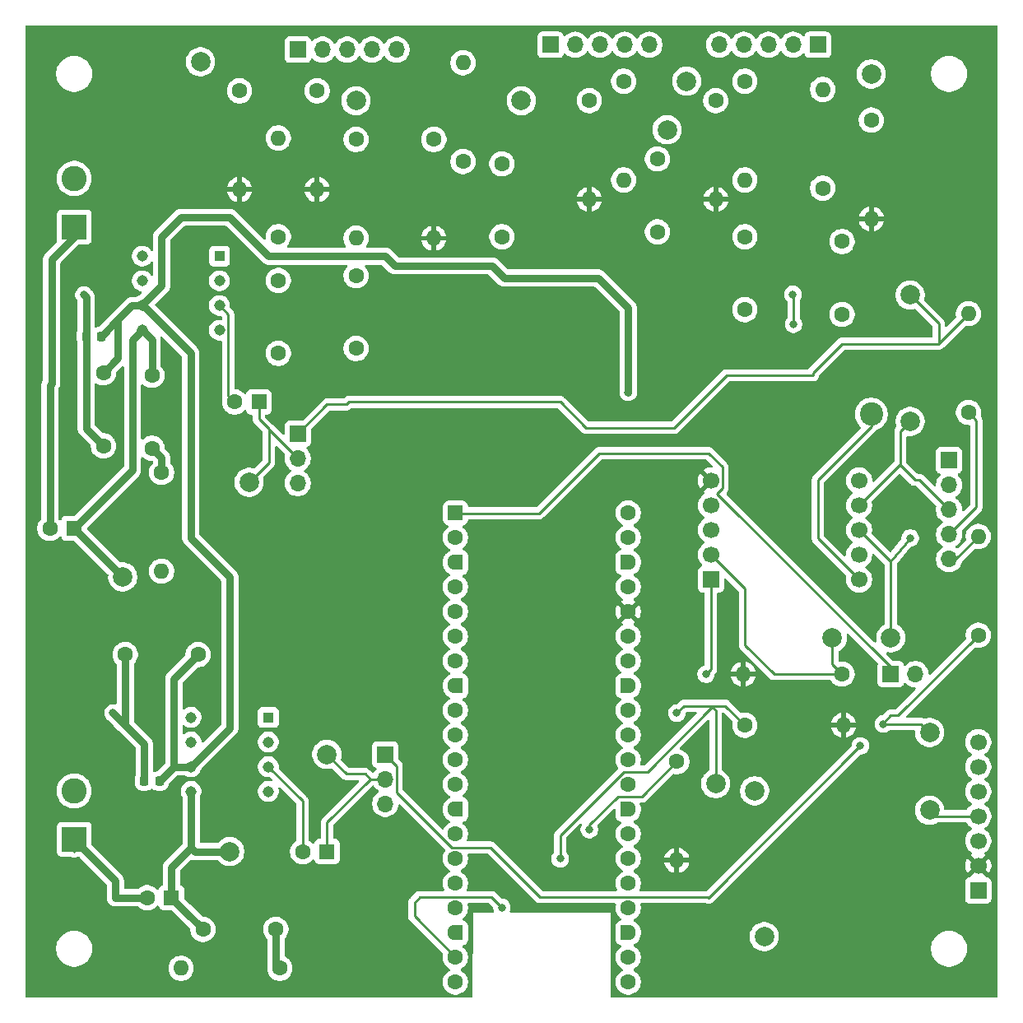
<source format=gbr>
%TF.GenerationSoftware,KiCad,Pcbnew,9.0.3*%
%TF.CreationDate,2025-07-08T18:12:23-07:00*%
%TF.ProjectId,pcb_schematics,7063625f-7363-4686-956d-61746963732e,rev?*%
%TF.SameCoordinates,Original*%
%TF.FileFunction,Copper,L2,Bot*%
%TF.FilePolarity,Positive*%
%FSLAX46Y46*%
G04 Gerber Fmt 4.6, Leading zero omitted, Abs format (unit mm)*
G04 Created by KiCad (PCBNEW 9.0.3) date 2025-07-08 18:12:23*
%MOMM*%
%LPD*%
G01*
G04 APERTURE LIST*
G04 Aperture macros list*
%AMRoundRect*
0 Rectangle with rounded corners*
0 $1 Rounding radius*
0 $2 $3 $4 $5 $6 $7 $8 $9 X,Y pos of 4 corners*
0 Add a 4 corners polygon primitive as box body*
4,1,4,$2,$3,$4,$5,$6,$7,$8,$9,$2,$3,0*
0 Add four circle primitives for the rounded corners*
1,1,$1+$1,$2,$3*
1,1,$1+$1,$4,$5*
1,1,$1+$1,$6,$7*
1,1,$1+$1,$8,$9*
0 Add four rect primitives between the rounded corners*
20,1,$1+$1,$2,$3,$4,$5,0*
20,1,$1+$1,$4,$5,$6,$7,0*
20,1,$1+$1,$6,$7,$8,$9,0*
20,1,$1+$1,$8,$9,$2,$3,0*%
%AMFreePoly0*
4,1,37,0.603843,0.796157,0.639018,0.796157,0.711114,0.766294,0.766294,0.711114,0.796157,0.639018,0.796157,0.603843,0.800000,0.600000,0.800000,-0.600000,0.796157,-0.603843,0.796157,-0.639018,0.766294,-0.711114,0.711114,-0.766294,0.639018,-0.796157,0.603843,-0.796157,0.600000,-0.800000,0.000000,-0.800000,0.000000,-0.796148,-0.078414,-0.796148,-0.232228,-0.765552,-0.377117,-0.705537,
-0.507515,-0.618408,-0.618408,-0.507515,-0.705537,-0.377117,-0.765552,-0.232228,-0.796148,-0.078414,-0.796148,0.078414,-0.765552,0.232228,-0.705537,0.377117,-0.618408,0.507515,-0.507515,0.618408,-0.377117,0.705537,-0.232228,0.765552,-0.078414,0.796148,0.000000,0.796148,0.000000,0.800000,0.600000,0.800000,0.603843,0.796157,0.603843,0.796157,$1*%
%AMFreePoly1*
4,1,37,0.000000,0.796148,0.078414,0.796148,0.232228,0.765552,0.377117,0.705537,0.507515,0.618408,0.618408,0.507515,0.705537,0.377117,0.765552,0.232228,0.796148,0.078414,0.796148,-0.078414,0.765552,-0.232228,0.705537,-0.377117,0.618408,-0.507515,0.507515,-0.618408,0.377117,-0.705537,0.232228,-0.765552,0.078414,-0.796148,0.000000,-0.796148,0.000000,-0.800000,-0.600000,-0.800000,
-0.603843,-0.796157,-0.639018,-0.796157,-0.711114,-0.766294,-0.766294,-0.711114,-0.796157,-0.639018,-0.796157,-0.603843,-0.800000,-0.600000,-0.800000,0.600000,-0.796157,0.603843,-0.796157,0.639018,-0.766294,0.711114,-0.711114,0.766294,-0.639018,0.796157,-0.603843,0.796157,-0.600000,0.800000,0.000000,0.800000,0.000000,0.796148,0.000000,0.796148,$1*%
G04 Aperture macros list end*
%TA.AperFunction,ComponentPad*%
%ADD10C,1.600000*%
%TD*%
%TA.AperFunction,ComponentPad*%
%ADD11O,1.600000X1.600000*%
%TD*%
%TA.AperFunction,ComponentPad*%
%ADD12C,2.000000*%
%TD*%
%TA.AperFunction,ComponentPad*%
%ADD13R,1.700000X1.700000*%
%TD*%
%TA.AperFunction,ComponentPad*%
%ADD14O,1.700000X1.700000*%
%TD*%
%TA.AperFunction,ComponentPad*%
%ADD15C,2.400000*%
%TD*%
%TA.AperFunction,ComponentPad*%
%ADD16RoundRect,0.200000X-0.600000X-0.600000X0.600000X-0.600000X0.600000X0.600000X-0.600000X0.600000X0*%
%TD*%
%TA.AperFunction,ComponentPad*%
%ADD17FreePoly0,0.000000*%
%TD*%
%TA.AperFunction,ComponentPad*%
%ADD18FreePoly1,0.000000*%
%TD*%
%TA.AperFunction,ComponentPad*%
%ADD19C,1.700000*%
%TD*%
%TA.AperFunction,ComponentPad*%
%ADD20R,1.600000X1.600000*%
%TD*%
%TA.AperFunction,SMDPad,CuDef*%
%ADD21RoundRect,0.225000X-0.225000X-0.250000X0.225000X-0.250000X0.225000X0.250000X-0.225000X0.250000X0*%
%TD*%
%TA.AperFunction,ComponentPad*%
%ADD22R,1.140000X1.140000*%
%TD*%
%TA.AperFunction,ComponentPad*%
%ADD23C,1.140000*%
%TD*%
%TA.AperFunction,ComponentPad*%
%ADD24R,2.600000X2.600000*%
%TD*%
%TA.AperFunction,ComponentPad*%
%ADD25C,2.600000*%
%TD*%
%TA.AperFunction,ViaPad*%
%ADD26C,0.800000*%
%TD*%
%TA.AperFunction,Conductor*%
%ADD27C,0.250000*%
%TD*%
%TA.AperFunction,Conductor*%
%ADD28C,0.762000*%
%TD*%
G04 APERTURE END LIST*
D10*
%TO.P,C11,1*%
%TO.N,GND*%
X121000000Y-77000000D03*
%TO.P,C11,2*%
%TO.N,/ROT2B*%
X121000000Y-69500000D03*
%TD*%
%TO.P,C10,1*%
%TO.N,GND*%
X144000000Y-65000000D03*
%TO.P,C10,2*%
%TO.N,/ROT1A*%
X144000000Y-57500000D03*
%TD*%
%TO.P,C1,1*%
%TO.N,/ROT3A*%
X169000000Y-65000000D03*
%TO.P,C1,2*%
%TO.N,GND*%
X169000000Y-72500000D03*
%TD*%
%TO.P,R_Pullup7,1*%
%TO.N,Net-(J3-Pin_5)*%
X166000000Y-51000000D03*
D11*
%TO.P,R_Pullup7,2*%
%TO.N,/3V3*%
X166000000Y-61160000D03*
%TD*%
D10*
%TO.P,R6,1*%
%TO.N,/ROT1A*%
X140000000Y-57260000D03*
D11*
%TO.P,R6,2*%
%TO.N,Net-(J4-Pin_1)*%
X140000000Y-47100000D03*
%TD*%
D12*
%TO.P,TP2,1,1*%
%TO.N,/CS*%
X170000000Y-122000000D03*
%TD*%
%TO.P,TP18,1,1*%
%TO.N,Net-(J4-Pin_5)*%
X161000000Y-54000000D03*
%TD*%
D10*
%TO.P,C14,1*%
%TO.N,GND*%
X179000000Y-73000000D03*
%TO.P,C14,2*%
%TO.N,/ROT3B*%
X179000000Y-65500000D03*
%TD*%
%TO.P,R_Pullup5,1*%
%TO.N,Net-(J5-Pin_1)*%
X117000000Y-50000000D03*
D11*
%TO.P,R_Pullup5,2*%
%TO.N,/3V3*%
X117000000Y-60160000D03*
%TD*%
D13*
%TO.P,J5,1,Pin_1*%
%TO.N,Net-(J5-Pin_1)*%
X123000000Y-45760000D03*
D14*
%TO.P,J5,2,Pin_2*%
%TO.N,GND*%
X125540000Y-45760000D03*
%TO.P,J5,3,Pin_3*%
X128080000Y-45760000D03*
%TO.P,J5,4,Pin_4*%
%TO.N,/SW4*%
X130620000Y-45760000D03*
%TO.P,J5,5,Pin_5*%
%TO.N,Net-(J5-Pin_5)*%
X133160000Y-45760000D03*
%TD*%
D10*
%TO.P,R8,1*%
%TO.N,/ROT2B*%
X121000000Y-65000000D03*
D11*
%TO.P,R8,2*%
%TO.N,Net-(J5-Pin_1)*%
X121000000Y-54840000D03*
%TD*%
D10*
%TO.P,R_Pullup3,1*%
%TO.N,/CS*%
X162000000Y-119000000D03*
D11*
%TO.P,R_Pullup3,2*%
%TO.N,/3V3*%
X162000000Y-129160000D03*
%TD*%
D12*
%TO.P,TP19,1,1*%
%TO.N,Net-(J4-Pin_1)*%
X146000000Y-51000000D03*
%TD*%
%TO.P,TP14,1,1*%
%TO.N,Net-(J3-Pin_1)*%
X182000000Y-48260000D03*
%TD*%
%TO.P,TP16,1,1*%
%TO.N,Net-(J5-Pin_5)*%
X129000000Y-51000000D03*
%TD*%
D10*
%TO.P,R5,1*%
%TO.N,Net-(J4-Pin_5)*%
X156525236Y-49000000D03*
D11*
%TO.P,R5,2*%
%TO.N,/ROT1B*%
X156525236Y-59160000D03*
%TD*%
D12*
%TO.P,TP3,1,1*%
%TO.N,/SDA*%
X188000000Y-124000000D03*
%TD*%
D10*
%TO.P,R3,1*%
%TO.N,Net-(R3-Pad1)*%
X193000000Y-106000000D03*
D11*
%TO.P,R3,2*%
%TO.N,/LSpeaker*%
X193000000Y-95840000D03*
%TD*%
D15*
%TO.P,J2,1,Pin_1*%
%TO.N,Net-(J2-Pin_1)*%
X182000000Y-83260000D03*
%TD*%
D13*
%TO.P,J3,1,Pin_1*%
%TO.N,Net-(J3-Pin_1)*%
X176500000Y-45260000D03*
D14*
%TO.P,J3,2,Pin_2*%
%TO.N,GND*%
X173960000Y-45260000D03*
%TO.P,J3,3,Pin_3*%
X171420000Y-45260000D03*
%TO.P,J3,4,Pin_4*%
%TO.N,/SW3*%
X168880000Y-45260000D03*
%TO.P,J3,5,Pin_5*%
%TO.N,Net-(J3-Pin_5)*%
X166340000Y-45260000D03*
%TD*%
D10*
%TO.P,C13,1*%
%TO.N,GND*%
X105250000Y-108000000D03*
%TO.P,C13,2*%
%TO.N,+5V*%
X112750000Y-108000000D03*
%TD*%
D16*
%TO.P,U1,1,GP0*%
%TO.N,/SW1*%
X139220000Y-93420000D03*
D10*
%TO.P,U1,2,GP1*%
%TO.N,/SW2*%
X139220000Y-95960000D03*
D17*
%TO.P,U1,3,GND*%
%TO.N,GND*%
X139220000Y-98500000D03*
D10*
%TO.P,U1,4,GP2*%
%TO.N,/ROT1B*%
X139220000Y-101040000D03*
%TO.P,U1,5,GP3*%
%TO.N,/ROT1A*%
X139220000Y-103580000D03*
%TO.P,U1,6,GP4*%
%TO.N,unconnected-(U1-GP4-Pad6)*%
X139220000Y-106120000D03*
%TO.P,U1,7,GP5*%
%TO.N,/SW4*%
X139220000Y-108660000D03*
D17*
%TO.P,U1,8,GND*%
%TO.N,GND*%
X139220000Y-111200000D03*
D10*
%TO.P,U1,9,GP6*%
%TO.N,/ROT2A*%
X139220000Y-113740000D03*
%TO.P,U1,10,GP7*%
%TO.N,/ROT2B*%
X139220000Y-116280000D03*
%TO.P,U1,11,GP8*%
%TO.N,unconnected-(U1-GP8-Pad11)*%
X139220000Y-118820000D03*
%TO.P,U1,12,GP9*%
%TO.N,unconnected-(U1-GP9-Pad12)*%
X139220000Y-121360000D03*
D17*
%TO.P,U1,13,GND*%
%TO.N,GND*%
X139220000Y-123900000D03*
D10*
%TO.P,U1,14,GP10*%
%TO.N,unconnected-(U1-GP10-Pad14)*%
X139220000Y-126440000D03*
%TO.P,U1,15,GP11*%
%TO.N,unconnected-(U1-GP11-Pad15)*%
X139220000Y-128980000D03*
%TO.P,U1,16,GP12*%
%TO.N,unconnected-(U1-GP12-Pad16)*%
X139220000Y-131520000D03*
%TO.P,U1,17,GP13*%
%TO.N,unconnected-(U1-GP13-Pad17)*%
X139220000Y-134060000D03*
D17*
%TO.P,U1,18,GND*%
%TO.N,GND*%
X139220000Y-136600000D03*
D10*
%TO.P,U1,19,GP14*%
%TO.N,/I2CTX*%
X139220000Y-139140000D03*
%TO.P,U1,20,GP15*%
%TO.N,/I2CSCK*%
X139220000Y-141680000D03*
%TO.P,U1,21,GP16*%
%TO.N,unconnected-(U1-GP16-Pad21)*%
X157000000Y-141680000D03*
%TO.P,U1,22,GP17*%
%TO.N,/CS*%
X157000000Y-139140000D03*
D18*
%TO.P,U1,23,GND*%
%TO.N,GND*%
X157000000Y-136600000D03*
D10*
%TO.P,U1,24,GP18*%
%TO.N,/SCK*%
X157000000Y-134060000D03*
%TO.P,U1,25,GP19*%
%TO.N,/SDA*%
X157000000Y-131520000D03*
%TO.P,U1,26,GP20*%
%TO.N,/DC*%
X157000000Y-128980000D03*
%TO.P,U1,27,GP21*%
%TO.N,/RES*%
X157000000Y-126440000D03*
D18*
%TO.P,U1,28,GND*%
%TO.N,GND*%
X157000000Y-123900000D03*
D10*
%TO.P,U1,29,GP22*%
%TO.N,unconnected-(U1-GP22-Pad29)*%
X157000000Y-121360000D03*
%TO.P,U1,30,RUN*%
%TO.N,unconnected-(U1-RUN-Pad30)*%
X157000000Y-118820000D03*
%TO.P,U1,31,GP26/ADC0*%
%TO.N,/SW3*%
X157000000Y-116280000D03*
%TO.P,U1,32,GP27/ADC1*%
%TO.N,/ROT3B*%
X157000000Y-113740000D03*
D18*
%TO.P,U1,33,GND*%
%TO.N,GND*%
X157000000Y-111200000D03*
D10*
%TO.P,U1,34,GP28/ADC2*%
%TO.N,/ROT3A*%
X157000000Y-108660000D03*
%TO.P,U1,35,ADC_VREF*%
%TO.N,unconnected-(U1-ADC_VREF-Pad35)*%
X157000000Y-106120000D03*
%TO.P,U1,36,3V3*%
%TO.N,/3V3*%
X157000000Y-103580000D03*
%TO.P,U1,37,3V3_EN*%
%TO.N,unconnected-(U1-3V3_EN-Pad37)*%
X157000000Y-101040000D03*
D18*
%TO.P,U1,38,GND*%
%TO.N,GND*%
X157000000Y-98500000D03*
D10*
%TO.P,U1,39,VSYS*%
%TO.N,unconnected-(U1-VSYS-Pad39)*%
X157000000Y-95960000D03*
%TO.P,U1,40,VBUS*%
%TO.N,+5V*%
X157000000Y-93420000D03*
%TD*%
%TO.P,R_Pullup6,1*%
%TO.N,Net-(J3-Pin_1)*%
X182000000Y-53000000D03*
D11*
%TO.P,R_Pullup6,2*%
%TO.N,/3V3*%
X182000000Y-63160000D03*
%TD*%
D13*
%TO.P,DISP1,1,VSS/GND*%
%TO.N,GND*%
X193000000Y-132240000D03*
D19*
%TO.P,DISP1,2,VDD*%
%TO.N,/3V3*%
X193000000Y-129700000D03*
%TO.P,DISP1,3,SCLK*%
%TO.N,/SCK*%
X193000000Y-127160000D03*
%TO.P,DISP1,4,SDA*%
%TO.N,/SDA*%
X193000000Y-124620000D03*
%TO.P,DISP1,5,RES*%
%TO.N,/RES*%
X193000000Y-122080000D03*
%TO.P,DISP1,6,DC*%
%TO.N,/DC*%
X193000000Y-119540000D03*
%TO.P,DISP1,7,CS*%
%TO.N,/CS*%
X193000000Y-117000000D03*
%TD*%
D10*
%TO.P,C9,1*%
%TO.N,/ROT1B*%
X160000000Y-57000000D03*
%TO.P,C9,2*%
%TO.N,GND*%
X160000000Y-64500000D03*
%TD*%
D13*
%TO.P,J4,1,Pin_1*%
%TO.N,Net-(J4-Pin_1)*%
X149000000Y-45260000D03*
D14*
%TO.P,J4,2,Pin_2*%
%TO.N,GND*%
X151540000Y-45260000D03*
%TO.P,J4,3,Pin_3*%
X154080000Y-45260000D03*
%TO.P,J4,4,Pin_4*%
%TO.N,/SW2*%
X156620000Y-45260000D03*
%TO.P,J4,5,Pin_5*%
%TO.N,Net-(J4-Pin_5)*%
X159160000Y-45260000D03*
%TD*%
D12*
%TO.P,TP15,1,1*%
%TO.N,Net-(J3-Pin_5)*%
X163000000Y-49000000D03*
%TD*%
%TO.P,TP17,1,1*%
%TO.N,Net-(J5-Pin_1)*%
X113000000Y-47000000D03*
%TD*%
D10*
%TO.P,R_Pullup4,1*%
%TO.N,Net-(J5-Pin_5)*%
X125000000Y-50000000D03*
D11*
%TO.P,R_Pullup4,2*%
%TO.N,/3V3*%
X125000000Y-60160000D03*
%TD*%
D13*
%TO.P,SW1,1,1*%
%TO.N,/SW1*%
X184000000Y-110000000D03*
D14*
%TO.P,SW1,2,2*%
%TO.N,GND*%
X186540000Y-110000000D03*
%TD*%
D10*
%TO.P,R9,1*%
%TO.N,Net-(J3-Pin_5)*%
X169000000Y-49000000D03*
D11*
%TO.P,R9,2*%
%TO.N,/ROT3A*%
X169000000Y-59160000D03*
%TD*%
D10*
%TO.P,C2,1*%
%TO.N,/ROT2A*%
X129000000Y-69000000D03*
%TO.P,C2,2*%
%TO.N,GND*%
X129000000Y-76500000D03*
%TD*%
%TO.P,R_Pullup1,1*%
%TO.N,Net-(J4-Pin_5)*%
X153000000Y-51000000D03*
D11*
%TO.P,R_Pullup1,2*%
%TO.N,/3V3*%
X153000000Y-61160000D03*
%TD*%
D10*
%TO.P,R10,1*%
%TO.N,/ROT3B*%
X177000000Y-60000000D03*
D11*
%TO.P,R10,2*%
%TO.N,Net-(J3-Pin_1)*%
X177000000Y-49840000D03*
%TD*%
D10*
%TO.P,R_Pullup2,1*%
%TO.N,Net-(J4-Pin_1)*%
X137000000Y-55000000D03*
D11*
%TO.P,R_Pullup2,2*%
%TO.N,/3V3*%
X137000000Y-65160000D03*
%TD*%
D12*
%TO.P,TP1,1,1*%
%TO.N,/SCK*%
X171000000Y-137000000D03*
%TD*%
D10*
%TO.P,R4,1*%
%TO.N,/RSpeaker*%
X192000000Y-83080000D03*
D11*
%TO.P,R4,2*%
%TO.N,Net-(R4-Pad2)*%
X192000000Y-72920000D03*
%TD*%
D10*
%TO.P,R7,1*%
%TO.N,Net-(J5-Pin_5)*%
X129000000Y-55000000D03*
D11*
%TO.P,R7,2*%
%TO.N,/ROT2A*%
X129000000Y-65160000D03*
%TD*%
D10*
%TO.P,R2,1*%
%TO.N,Net-(C5-Pad2)*%
X121160000Y-140260000D03*
D11*
%TO.P,R2,2*%
%TO.N,GND*%
X111000000Y-140260000D03*
%TD*%
D13*
%TO.P,RV2,1,1*%
%TO.N,Net-(R4-Pad2)*%
X123000000Y-85260000D03*
D14*
%TO.P,RV2,2,2*%
%TO.N,Net-(C16-Pad1)*%
X123000000Y-87800000D03*
%TO.P,RV2,3,3*%
%TO.N,GND*%
X123000000Y-90340000D03*
%TD*%
D12*
%TO.P,TP12,1,1*%
%TO.N,Net-(R4-Pad2)*%
X186000000Y-71000000D03*
%TD*%
D20*
%TO.P,C6,1*%
%TO.N,Net-(C5-Pad1)*%
X110000000Y-133000000D03*
D10*
%TO.P,C6,2*%
%TO.N,Net-(C6-Pad2)*%
X107500000Y-133000000D03*
%TD*%
D12*
%TO.P,TP4,1,1*%
%TO.N,/I2CTX*%
X166000000Y-121260000D03*
%TD*%
D13*
%TO.P,U2,1,SDIO*%
%TO.N,/I2CTX*%
X165510000Y-100260000D03*
D19*
%TO.P,U2,2,SCLK*%
%TO.N,/I2CSCK*%
X165510000Y-97720000D03*
%TO.P,U2,3,N/C*%
%TO.N,unconnected-(U2-N{slash}C-Pad3)*%
X165510000Y-95180000D03*
%TO.P,U2,4,N/C*%
%TO.N,unconnected-(U2-N{slash}C-Pad4)*%
X165510000Y-92640000D03*
%TO.P,U2,5,VDD*%
%TO.N,/3V3*%
X165510000Y-90100000D03*
%TO.P,U2,6,GND*%
%TO.N,GND*%
X180750000Y-90100000D03*
%TO.P,U2,7,ROUT*%
%TO.N,/ROUT*%
X180750000Y-92640000D03*
%TO.P,U2,8,LOUT*%
%TO.N,/LOUT*%
X180750000Y-95180000D03*
%TO.P,U2,9,N/C*%
%TO.N,unconnected-(U2-N{slash}C-Pad9)*%
X180750000Y-97720000D03*
%TO.P,U2,10,FMIN*%
%TO.N,Net-(J2-Pin_1)*%
X180750000Y-100260000D03*
%TD*%
D21*
%TO.P,C7,1*%
%TO.N,GND*%
X101225000Y-75260000D03*
%TO.P,C7,2*%
%TO.N,+5V*%
X102775000Y-75260000D03*
%TD*%
D22*
%TO.P,U3,1,GAIN*%
%TO.N,unconnected-(U3-GAIN-Pad1)*%
X119970000Y-114450000D03*
D23*
%TO.P,U3,2,-*%
%TO.N,GND*%
X119970000Y-116990000D03*
%TO.P,U3,3,+*%
%TO.N,Net-(U3-+)*%
X119970000Y-119530000D03*
%TO.P,U3,4,GND*%
%TO.N,GND*%
X119970000Y-122070000D03*
%TO.P,U3,5*%
%TO.N,Net-(C5-Pad1)*%
X112030000Y-122070000D03*
%TO.P,U3,6,V+*%
%TO.N,+5V*%
X112030000Y-119530000D03*
%TO.P,U3,7,BYPASS*%
%TO.N,unconnected-(U3-BYPASS-Pad7)*%
X112030000Y-116990000D03*
%TO.P,U3,8,GAIN*%
%TO.N,unconnected-(U3-GAIN-Pad8)*%
X112030000Y-114450000D03*
%TD*%
D12*
%TO.P,TP5,1,1*%
%TO.N,/I2CSCK*%
X178000000Y-106260000D03*
%TD*%
D20*
%TO.P,C3,1*%
%TO.N,Net-(C3-Pad1)*%
X100000000Y-95000000D03*
D10*
%TO.P,C3,2*%
%TO.N,Net-(C3-Pad2)*%
X97500000Y-95000000D03*
%TD*%
D12*
%TO.P,TP13,1,1*%
%TO.N,Net-(R3-Pad1)*%
X188000000Y-116000000D03*
%TD*%
D10*
%TO.P,C12,1*%
%TO.N,GND*%
X103000000Y-86500000D03*
%TO.P,C12,2*%
%TO.N,+5V*%
X103000000Y-79000000D03*
%TD*%
D12*
%TO.P,TP6,1,1*%
%TO.N,Net-(C16-Pad1)*%
X118000000Y-90260000D03*
%TD*%
%TO.P,TP9,1,1*%
%TO.N,Net-(C3-Pad1)*%
X105000000Y-100000000D03*
%TD*%
D10*
%TO.P,C4,1*%
%TO.N,Net-(C3-Pad1)*%
X108000000Y-79260000D03*
%TO.P,C4,2*%
%TO.N,Net-(C4-Pad2)*%
X108000000Y-86760000D03*
%TD*%
D22*
%TO.P,U4,1,GAIN*%
%TO.N,unconnected-(U4-GAIN-Pad1)*%
X114940000Y-67000000D03*
D23*
%TO.P,U4,2,-*%
%TO.N,GND*%
X114940000Y-69540000D03*
%TO.P,U4,3,+*%
%TO.N,Net-(U4-+)*%
X114940000Y-72080000D03*
%TO.P,U4,4,GND*%
%TO.N,GND*%
X114940000Y-74620000D03*
%TO.P,U4,5*%
%TO.N,Net-(C3-Pad1)*%
X107000000Y-74620000D03*
%TO.P,U4,6,V+*%
%TO.N,+5V*%
X107000000Y-72080000D03*
%TO.P,U4,7,BYPASS*%
%TO.N,unconnected-(U4-BYPASS-Pad7)*%
X107000000Y-69540000D03*
%TO.P,U4,8,GAIN*%
%TO.N,unconnected-(U4-GAIN-Pad8)*%
X107000000Y-67000000D03*
%TD*%
D12*
%TO.P,TP7,1,1*%
%TO.N,Net-(C15-Pad1)*%
X126000000Y-118260000D03*
%TD*%
D10*
%TO.P,C5,1*%
%TO.N,Net-(C5-Pad1)*%
X113250000Y-136260000D03*
%TO.P,C5,2*%
%TO.N,Net-(C5-Pad2)*%
X120750000Y-136260000D03*
%TD*%
D12*
%TO.P,TP10,1,1*%
%TO.N,/LOUT*%
X184000000Y-106260000D03*
%TD*%
D20*
%TO.P,C16,1*%
%TO.N,Net-(C16-Pad1)*%
X119000000Y-82000000D03*
D10*
%TO.P,C16,2*%
%TO.N,Net-(U4-+)*%
X116500000Y-82000000D03*
%TD*%
%TO.P,R1,1*%
%TO.N,Net-(C4-Pad2)*%
X109000000Y-89260000D03*
D11*
%TO.P,R1,2*%
%TO.N,GND*%
X109000000Y-99420000D03*
%TD*%
D13*
%TO.P,J1,1,Sleeve*%
%TO.N,GND*%
X190000000Y-88000000D03*
D14*
%TO.P,J1,2,Tip*%
%TO.N,/LOUT*%
X190000000Y-90540000D03*
%TO.P,J1,3,Tip*%
%TO.N,/ROUT*%
X190000000Y-93080000D03*
%TO.P,J1,4,Tip_Switch*%
%TO.N,/RSpeaker*%
X190000000Y-95620000D03*
%TO.P,J1,5,Ring_Switch*%
%TO.N,/LSpeaker*%
X190000000Y-98160000D03*
%TD*%
D12*
%TO.P,TP8,1,1*%
%TO.N,Net-(C5-Pad1)*%
X116000000Y-128260000D03*
%TD*%
D24*
%TO.P,LS1,1,1*%
%TO.N,Net-(C6-Pad2)*%
X100000000Y-127000000D03*
D25*
%TO.P,LS1,2,2*%
%TO.N,GND*%
X100000000Y-122000000D03*
%TD*%
D20*
%TO.P,C15,1*%
%TO.N,Net-(C15-Pad1)*%
X126000000Y-128260000D03*
D10*
%TO.P,C15,2*%
%TO.N,Net-(U3-+)*%
X123500000Y-128260000D03*
%TD*%
%TO.P,Rpullup1,1*%
%TO.N,/I2CSCK*%
X179000000Y-110000000D03*
D11*
%TO.P,Rpullup1,2*%
%TO.N,/3V3*%
X168840000Y-110000000D03*
%TD*%
D13*
%TO.P,RV1,1,1*%
%TO.N,Net-(R3-Pad1)*%
X132000000Y-118260000D03*
D14*
%TO.P,RV1,2,2*%
%TO.N,Net-(C15-Pad1)*%
X132000000Y-120800000D03*
%TO.P,RV1,3,3*%
%TO.N,GND*%
X132000000Y-123340000D03*
%TD*%
D10*
%TO.P,Rpullup2,1*%
%TO.N,/I2CTX*%
X169000000Y-115260000D03*
D11*
%TO.P,Rpullup2,2*%
%TO.N,/3V3*%
X179160000Y-115260000D03*
%TD*%
D24*
%TO.P,LS2,1,1*%
%TO.N,Net-(C3-Pad2)*%
X100000000Y-64000000D03*
D25*
%TO.P,LS2,2,2*%
%TO.N,GND*%
X100000000Y-59000000D03*
%TD*%
D12*
%TO.P,TP11,1,1*%
%TO.N,/ROUT*%
X186000000Y-84000000D03*
%TD*%
D21*
%TO.P,C8,1*%
%TO.N,GND*%
X107225000Y-121000000D03*
%TO.P,C8,2*%
%TO.N,+5V*%
X108775000Y-121000000D03*
%TD*%
D26*
%TO.N,GND*%
X101000000Y-71000000D03*
X104000000Y-114000000D03*
%TO.N,/LOUT*%
X186000000Y-96000000D03*
%TO.N,/CS*%
X153000000Y-126000000D03*
%TO.N,/I2CTX*%
X162000000Y-114000000D03*
X165000000Y-110000000D03*
X144000000Y-134000000D03*
X150000000Y-129000000D03*
%TO.N,/SW3*%
X173936396Y-70936396D03*
X174000000Y-74000000D03*
%TO.N,+5V*%
X157000000Y-81000000D03*
%TO.N,Net-(R3-Pad1)*%
X180880000Y-117380000D03*
X183250000Y-115130000D03*
%TD*%
D27*
%TO.N,GND*%
X100000000Y-59000000D02*
X100000000Y-60000000D01*
D28*
X101225000Y-84725000D02*
X101225000Y-75260000D01*
X103000000Y-86500000D02*
X101225000Y-84725000D01*
X101225000Y-75260000D02*
X101225000Y-71225000D01*
X107225000Y-121000000D02*
X107225000Y-117225000D01*
X107225000Y-117225000D02*
X105250000Y-115250000D01*
X105250000Y-115250000D02*
X105250000Y-108000000D01*
X107225000Y-117225000D02*
X104000000Y-114000000D01*
X101225000Y-71225000D02*
X101000000Y-71000000D01*
%TO.N,Net-(C3-Pad2)*%
X97695000Y-67305000D02*
X97695000Y-80065000D01*
X97500000Y-80260000D02*
X97500000Y-95000000D01*
D27*
X100000000Y-64000000D02*
X100000000Y-65000000D01*
D28*
X100000000Y-65000000D02*
X97695000Y-67305000D01*
D27*
X97695000Y-80065000D02*
X97500000Y-80260000D01*
%TO.N,/ROUT*%
X185000000Y-85000000D02*
X186000000Y-84000000D01*
X186500000Y-90010000D02*
X186930000Y-90010000D01*
X180750000Y-92640000D02*
X185000000Y-88390000D01*
X185000000Y-88000000D02*
X185000000Y-85000000D01*
X185000000Y-88510000D02*
X186500000Y-90010000D01*
X186930000Y-90010000D02*
X190000000Y-93080000D01*
X185000000Y-88000000D02*
X185000000Y-88510000D01*
X185000000Y-88390000D02*
X185000000Y-88000000D01*
%TO.N,/LOUT*%
X184000000Y-98430000D02*
X180750000Y-95180000D01*
X184000000Y-106260000D02*
X184000000Y-102510000D01*
X184000000Y-102510000D02*
X184000000Y-98430000D01*
X184000000Y-98430000D02*
X186000000Y-96000000D01*
%TO.N,/SDA*%
X188620000Y-124620000D02*
X188000000Y-124000000D01*
X193000000Y-124620000D02*
X188620000Y-124620000D01*
%TO.N,/CS*%
X153000000Y-126000000D02*
X153000000Y-125500000D01*
X153000000Y-125500000D02*
X155925000Y-122575000D01*
X155925000Y-122575000D02*
X158425000Y-122575000D01*
X158425000Y-122575000D02*
X162000000Y-119000000D01*
%TO.N,/RSpeaker*%
X192799999Y-92820001D02*
X190000000Y-95620000D01*
X192799999Y-83879999D02*
X192799999Y-92820001D01*
X192000000Y-83080000D02*
X192799999Y-83879999D01*
%TO.N,/LSpeaker*%
X193000000Y-95840000D02*
X190680000Y-98160000D01*
X190680000Y-98160000D02*
X190000000Y-98160000D01*
%TO.N,Net-(J2-Pin_1)*%
X176500000Y-90010000D02*
X182000000Y-84510000D01*
X176500000Y-96010000D02*
X176500000Y-90010000D01*
X182000000Y-84510000D02*
X182000000Y-83260000D01*
X180750000Y-100260000D02*
X176500000Y-96010000D01*
%TO.N,/I2CSCK*%
X169000000Y-107000000D02*
X172000000Y-110000000D01*
X178000000Y-109000000D02*
X179000000Y-110000000D01*
X165510000Y-97720000D02*
X169000000Y-101210000D01*
X165050000Y-97260000D02*
X165510000Y-97720000D01*
X172000000Y-110000000D02*
X179000000Y-110000000D01*
X178000000Y-106260000D02*
X178000000Y-109000000D01*
X169000000Y-101210000D02*
X169000000Y-107000000D01*
%TO.N,/I2CTX*%
X162000000Y-114000000D02*
X162740000Y-113260000D01*
X142934000Y-132934000D02*
X135566000Y-132934000D01*
X135000000Y-133500000D02*
X135000000Y-134920000D01*
X165510000Y-113500000D02*
X165510000Y-113260000D01*
X165750000Y-113260000D02*
X167000000Y-113260000D01*
X162740000Y-113260000D02*
X165510000Y-113260000D01*
X165510000Y-109490000D02*
X165000000Y-110000000D01*
X165510000Y-113500000D02*
X165750000Y-113260000D01*
X166000000Y-121260000D02*
X166000000Y-113750000D01*
X144000000Y-134000000D02*
X142934000Y-132934000D01*
X165510000Y-100260000D02*
X165510000Y-109490000D01*
X150000000Y-129000000D02*
X150000000Y-126548299D01*
X167000000Y-113260000D02*
X169000000Y-115260000D01*
X135566000Y-132934000D02*
X135000000Y-133500000D01*
X156513299Y-120035000D02*
X158975000Y-120035000D01*
X150000000Y-126548299D02*
X156513299Y-120035000D01*
X135000000Y-134920000D02*
X139220000Y-139140000D01*
X166000000Y-113750000D02*
X165510000Y-113260000D01*
X158975000Y-120035000D02*
X165510000Y-113500000D01*
%TO.N,Net-(U3-+)*%
X123500000Y-128260000D02*
X123500000Y-123060000D01*
X123500000Y-123060000D02*
X119970000Y-119530000D01*
%TO.N,Net-(U4-+)*%
X115835000Y-72975000D02*
X114940000Y-72080000D01*
X115835000Y-81335000D02*
X115835000Y-72975000D01*
X116500000Y-82000000D02*
X115835000Y-81335000D01*
%TO.N,/SW1*%
X166152348Y-91412348D02*
X184000000Y-109260000D01*
X166685000Y-88685000D02*
X166685000Y-90879696D01*
X147800000Y-93460000D02*
X154000000Y-87260000D01*
X139220000Y-93460000D02*
X147800000Y-93460000D01*
X165260000Y-87260000D02*
X166685000Y-88685000D01*
X154000000Y-87260000D02*
X165260000Y-87260000D01*
X166685000Y-90879696D02*
X166152348Y-91412348D01*
X184000000Y-109260000D02*
X184000000Y-110000000D01*
%TO.N,/SW3*%
X174000000Y-70872792D02*
X173936396Y-70936396D01*
X174000000Y-74000000D02*
X174000000Y-70872792D01*
D28*
%TO.N,Net-(C3-Pad1)*%
X108000000Y-75620000D02*
X107000000Y-74620000D01*
X106000000Y-89000000D02*
X106000000Y-75620000D01*
X108000000Y-79260000D02*
X108000000Y-75620000D01*
X106000000Y-75620000D02*
X107000000Y-74620000D01*
X105000000Y-100000000D02*
X100000000Y-95000000D01*
X100000000Y-95000000D02*
X106000000Y-89000000D01*
%TO.N,Net-(C4-Pad2)*%
X109000000Y-87760000D02*
X109000000Y-89260000D01*
X108000000Y-86760000D02*
X109000000Y-87760000D01*
D27*
%TO.N,Net-(C5-Pad1)*%
X111250000Y-134250000D02*
X111250000Y-134260000D01*
D28*
X110000000Y-133000000D02*
X110000000Y-129850000D01*
X110000000Y-129850000D02*
X112030000Y-127820000D01*
X116000000Y-128260000D02*
X112470000Y-128260000D01*
X112470000Y-128260000D02*
X112030000Y-127820000D01*
X110000000Y-133000000D02*
X111250000Y-134250000D01*
X111250000Y-134260000D02*
X113250000Y-136260000D01*
X112030000Y-127820000D02*
X112030000Y-122070000D01*
%TO.N,Net-(C5-Pad2)*%
X120750000Y-136260000D02*
X120750000Y-139850000D01*
D27*
X120750000Y-139850000D02*
X121160000Y-140260000D01*
D28*
%TO.N,Net-(C6-Pad2)*%
X104240000Y-133000000D02*
X104240000Y-131240000D01*
X104240000Y-131240000D02*
X100000000Y-127000000D01*
X104240000Y-133000000D02*
X107500000Y-133000000D01*
D27*
X100000000Y-127000000D02*
X100000000Y-128260000D01*
D28*
%TO.N,+5V*%
X116000000Y-115560000D02*
X112030000Y-119530000D01*
X107000000Y-72000000D02*
X107000000Y-72080000D01*
X120000000Y-67000000D02*
X132000000Y-67000000D01*
X109000000Y-70000000D02*
X107000000Y-72000000D01*
X133000000Y-68000000D02*
X143000000Y-68000000D01*
X153920000Y-69260000D02*
X157000000Y-72340000D01*
X112000000Y-77000000D02*
X112000000Y-96000000D01*
X143000000Y-68000000D02*
X144260000Y-69260000D01*
X111000000Y-63000000D02*
X116000000Y-63000000D01*
X110245000Y-119530000D02*
X110245000Y-110505000D01*
X104517500Y-77482500D02*
X104517500Y-73517500D01*
X104517500Y-73517500D02*
X102775000Y-75260000D01*
X105955000Y-72080000D02*
X104517500Y-73517500D01*
X109000000Y-65000000D02*
X109000000Y-70000000D01*
X111000000Y-63000000D02*
X109000000Y-65000000D01*
X116000000Y-63000000D02*
X120000000Y-67000000D01*
X107000000Y-72000000D02*
X112000000Y-77000000D01*
X103000000Y-79000000D02*
X104517500Y-77482500D01*
X110245000Y-119530000D02*
X108775000Y-121000000D01*
X107000000Y-72080000D02*
X105955000Y-72080000D01*
X112030000Y-119530000D02*
X110245000Y-119530000D01*
X110245000Y-110505000D02*
X112750000Y-108000000D01*
X144260000Y-69260000D02*
X153920000Y-69260000D01*
X157000000Y-72340000D02*
X157000000Y-81000000D01*
X116000000Y-100000000D02*
X116000000Y-115560000D01*
X112000000Y-96000000D02*
X116000000Y-100000000D01*
X132000000Y-67000000D02*
X133000000Y-68000000D01*
X107080000Y-72000000D02*
X107000000Y-72080000D01*
D27*
%TO.N,Net-(R3-Pad1)*%
X187130000Y-115130000D02*
X183250000Y-115130000D01*
X133175000Y-122175000D02*
X138845000Y-127845000D01*
X165260000Y-133000000D02*
X180880000Y-117380000D01*
X184740000Y-114260000D02*
X193000000Y-106000000D01*
X147934000Y-132934000D02*
X165194000Y-132934000D01*
X165194000Y-132934000D02*
X165260000Y-133000000D01*
X142845000Y-127845000D02*
X147934000Y-132934000D01*
X183130000Y-115130000D02*
X184000000Y-114260000D01*
X132000000Y-118260000D02*
X133175000Y-119435000D01*
X184000000Y-114260000D02*
X184740000Y-114260000D01*
X138845000Y-127845000D02*
X142845000Y-127845000D01*
X133175000Y-119435000D02*
X133175000Y-122175000D01*
X183250000Y-115130000D02*
X183130000Y-115130000D01*
X188000000Y-116000000D02*
X187130000Y-115130000D01*
X132000000Y-118260000D02*
X132000000Y-118720000D01*
%TO.N,Net-(R4-Pad2)*%
X167101701Y-79260000D02*
X161716701Y-84645000D01*
X176000000Y-79000000D02*
X179000000Y-76000000D01*
X128240000Y-82000000D02*
X150000000Y-82000000D01*
X188960000Y-73960000D02*
X186000000Y-71000000D01*
X176000000Y-79260000D02*
X167101701Y-79260000D01*
X126000000Y-82260000D02*
X123000000Y-85260000D01*
X192000000Y-72920000D02*
X188960000Y-75960000D01*
X127980000Y-82260000D02*
X128240000Y-82000000D01*
X152645000Y-84645000D02*
X161716701Y-84645000D01*
X150000000Y-82000000D02*
X152645000Y-84645000D01*
X176000000Y-79260000D02*
X176000000Y-79000000D01*
X188960000Y-75960000D02*
X188960000Y-73960000D01*
X188960000Y-75960000D02*
X188920000Y-76000000D01*
X188920000Y-76000000D02*
X179000000Y-76000000D01*
X127980000Y-82260000D02*
X126000000Y-82260000D01*
%TO.N,Net-(C15-Pad1)*%
X130460000Y-120800000D02*
X129920000Y-120260000D01*
X128000000Y-120260000D02*
X126000000Y-118260000D01*
X129920000Y-120260000D02*
X128000000Y-120260000D01*
X126000000Y-125260000D02*
X130460000Y-120800000D01*
X130460000Y-120800000D02*
X132000000Y-120800000D01*
X126000000Y-128260000D02*
X126000000Y-125260000D01*
%TO.N,Net-(C16-Pad1)*%
X123000000Y-87800000D02*
X120040000Y-84840000D01*
X120040000Y-84800000D02*
X119000000Y-83760000D01*
X120040000Y-88220000D02*
X118000000Y-90260000D01*
X120040000Y-84800000D02*
X120040000Y-88220000D01*
X119000000Y-83760000D02*
X119000000Y-82000000D01*
X120040000Y-84840000D02*
X120040000Y-84800000D01*
%TD*%
%TA.AperFunction,Conductor*%
%TO.N,/3V3*%
G36*
X194942539Y-43280185D02*
G01*
X194988294Y-43332989D01*
X194999500Y-43384500D01*
X194999500Y-143135500D01*
X194979815Y-143202539D01*
X194927011Y-143248294D01*
X194875500Y-143259500D01*
X155334000Y-143259500D01*
X155266961Y-143239815D01*
X155221206Y-143187011D01*
X155210000Y-143135500D01*
X155210000Y-134550000D01*
X144932456Y-134550000D01*
X144865417Y-134530315D01*
X144819662Y-134477511D01*
X144809718Y-134408353D01*
X144817895Y-134378548D01*
X144850223Y-134300499D01*
X144865894Y-134262666D01*
X144869648Y-134243797D01*
X144900499Y-134088695D01*
X144900500Y-134088693D01*
X144900500Y-133911306D01*
X144900499Y-133911304D01*
X144865896Y-133737341D01*
X144865893Y-133737332D01*
X144798016Y-133573459D01*
X144798009Y-133573446D01*
X144699464Y-133425965D01*
X144699461Y-133425961D01*
X144574038Y-133300538D01*
X144574034Y-133300535D01*
X144426553Y-133201990D01*
X144426540Y-133201983D01*
X144262667Y-133134106D01*
X144262658Y-133134103D01*
X144088694Y-133099500D01*
X144088691Y-133099500D01*
X144035453Y-133099500D01*
X143968414Y-133079815D01*
X143947772Y-133063181D01*
X143430152Y-132545562D01*
X143419859Y-132535269D01*
X143419858Y-132535267D01*
X143332733Y-132448142D01*
X143270609Y-132406632D01*
X143264256Y-132402387D01*
X143264254Y-132402385D01*
X143230290Y-132379690D01*
X143230286Y-132379688D01*
X143149792Y-132346347D01*
X143116452Y-132332537D01*
X143029763Y-132315294D01*
X142995607Y-132308500D01*
X142995606Y-132308500D01*
X140480174Y-132308500D01*
X140413135Y-132288815D01*
X140367380Y-132236011D01*
X140357436Y-132166853D01*
X140369689Y-132128205D01*
X140425218Y-132019223D01*
X140425218Y-132019222D01*
X140425220Y-132019219D01*
X140488477Y-131824534D01*
X140520500Y-131622352D01*
X140520500Y-131417648D01*
X140508539Y-131342128D01*
X140488477Y-131215465D01*
X140429013Y-131032455D01*
X140425220Y-131020781D01*
X140425218Y-131020778D01*
X140425218Y-131020776D01*
X140361594Y-130895909D01*
X140332287Y-130838390D01*
X140320708Y-130822453D01*
X140211971Y-130672786D01*
X140067213Y-130528028D01*
X139901614Y-130407715D01*
X139895006Y-130404348D01*
X139808917Y-130360483D01*
X139758123Y-130312511D01*
X139741328Y-130244690D01*
X139763865Y-130178555D01*
X139808917Y-130139516D01*
X139901610Y-130092287D01*
X140006432Y-130016130D01*
X140067213Y-129971971D01*
X140067215Y-129971968D01*
X140067219Y-129971966D01*
X140211966Y-129827219D01*
X140211968Y-129827215D01*
X140211971Y-129827213D01*
X140304396Y-129699999D01*
X140332287Y-129661610D01*
X140425220Y-129479219D01*
X140488477Y-129284534D01*
X140520500Y-129082352D01*
X140520500Y-128877648D01*
X140508281Y-128800499D01*
X140488477Y-128675465D01*
X140474620Y-128632819D01*
X140472625Y-128562978D01*
X140508704Y-128503145D01*
X140571405Y-128472316D01*
X140592551Y-128470500D01*
X142534548Y-128470500D01*
X142601587Y-128490185D01*
X142622229Y-128506819D01*
X147448139Y-133332729D01*
X147448142Y-133332733D01*
X147535267Y-133419858D01*
X147589187Y-133455886D01*
X147637715Y-133488312D01*
X147704397Y-133515932D01*
X147751548Y-133535463D01*
X147811971Y-133547481D01*
X147872393Y-133559500D01*
X147872394Y-133559500D01*
X155624524Y-133559500D01*
X155691563Y-133579185D01*
X155737318Y-133631989D01*
X155747262Y-133701147D01*
X155742455Y-133721817D01*
X155731524Y-133755457D01*
X155731523Y-133755464D01*
X155699500Y-133957648D01*
X155699500Y-134162351D01*
X155731522Y-134364534D01*
X155794781Y-134559223D01*
X155887715Y-134741613D01*
X156008028Y-134907213D01*
X156152782Y-135051967D01*
X156152787Y-135051971D01*
X156229063Y-135107389D01*
X156271729Y-135162719D01*
X156277708Y-135232332D01*
X156245102Y-135294127D01*
X156186845Y-135327855D01*
X156166776Y-135332977D01*
X156166766Y-135332980D01*
X156093280Y-135363419D01*
X156093252Y-135363431D01*
X156044451Y-135386779D01*
X156044446Y-135386782D01*
X155929268Y-135473005D01*
X155929256Y-135473015D01*
X155873019Y-135529252D01*
X155836843Y-135569524D01*
X155836837Y-135569532D01*
X155763426Y-135693263D01*
X155732978Y-135766774D01*
X155732970Y-135766795D01*
X155714976Y-135817800D01*
X155714976Y-135817802D01*
X155694501Y-135960215D01*
X155694500Y-135960219D01*
X155694500Y-137239784D01*
X155697395Y-137293814D01*
X155697396Y-137293818D01*
X155732976Y-137433221D01*
X155732980Y-137433233D01*
X155763419Y-137506719D01*
X155763431Y-137506747D01*
X155786779Y-137555548D01*
X155786782Y-137555553D01*
X155802083Y-137575992D01*
X155873006Y-137670733D01*
X155873010Y-137670737D01*
X155873015Y-137670743D01*
X155929252Y-137726980D01*
X155929261Y-137726988D01*
X155929267Y-137726994D01*
X155969524Y-137763156D01*
X155969532Y-137763162D01*
X156093263Y-137836573D01*
X156093262Y-137836573D01*
X156107615Y-137842518D01*
X156166774Y-137867022D01*
X156181290Y-137872143D01*
X156195133Y-137877027D01*
X156251805Y-137917894D01*
X156277386Y-137982912D01*
X156263754Y-138051439D01*
X156226765Y-138094281D01*
X156152782Y-138148032D01*
X156008028Y-138292786D01*
X155887715Y-138458386D01*
X155794781Y-138640776D01*
X155731522Y-138835465D01*
X155699500Y-139037648D01*
X155699500Y-139242351D01*
X155731522Y-139444534D01*
X155794781Y-139639223D01*
X155856716Y-139760776D01*
X155872593Y-139791936D01*
X155887715Y-139821613D01*
X156008028Y-139987213D01*
X156152786Y-140131971D01*
X156307749Y-140244556D01*
X156318390Y-140252287D01*
X156409840Y-140298883D01*
X156411080Y-140299515D01*
X156461876Y-140347490D01*
X156478671Y-140415311D01*
X156456134Y-140481446D01*
X156411080Y-140520485D01*
X156318386Y-140567715D01*
X156152786Y-140688028D01*
X156008028Y-140832786D01*
X155887715Y-140998386D01*
X155794781Y-141180776D01*
X155731522Y-141375465D01*
X155699500Y-141577648D01*
X155699500Y-141782351D01*
X155731522Y-141984534D01*
X155794781Y-142179223D01*
X155887715Y-142361613D01*
X156008028Y-142527213D01*
X156152786Y-142671971D01*
X156307749Y-142784556D01*
X156318390Y-142792287D01*
X156434607Y-142851503D01*
X156500776Y-142885218D01*
X156500778Y-142885218D01*
X156500781Y-142885220D01*
X156605137Y-142919127D01*
X156695465Y-142948477D01*
X156796557Y-142964488D01*
X156897648Y-142980500D01*
X156897649Y-142980500D01*
X157102351Y-142980500D01*
X157102352Y-142980500D01*
X157304534Y-142948477D01*
X157499219Y-142885220D01*
X157681610Y-142792287D01*
X157774590Y-142724732D01*
X157847213Y-142671971D01*
X157847215Y-142671968D01*
X157847219Y-142671966D01*
X157991966Y-142527219D01*
X157991968Y-142527215D01*
X157991971Y-142527213D01*
X158044732Y-142454590D01*
X158112287Y-142361610D01*
X158205220Y-142179219D01*
X158268477Y-141984534D01*
X158300500Y-141782352D01*
X158300500Y-141577648D01*
X158268477Y-141375466D01*
X158205220Y-141180781D01*
X158205218Y-141180778D01*
X158205218Y-141180776D01*
X158167735Y-141107213D01*
X158112287Y-140998390D01*
X158104556Y-140987749D01*
X157991971Y-140832786D01*
X157847213Y-140688028D01*
X157681614Y-140567715D01*
X157675006Y-140564348D01*
X157588917Y-140520483D01*
X157538123Y-140472511D01*
X157521328Y-140404690D01*
X157543865Y-140338555D01*
X157588917Y-140299516D01*
X157681610Y-140252287D01*
X157811864Y-140157653D01*
X157847213Y-140131971D01*
X157847215Y-140131968D01*
X157847219Y-140131966D01*
X157991966Y-139987219D01*
X157991968Y-139987215D01*
X157991971Y-139987213D01*
X158045728Y-139913222D01*
X158112287Y-139821610D01*
X158205220Y-139639219D01*
X158268477Y-139444534D01*
X158300500Y-139242352D01*
X158300500Y-139037648D01*
X158268477Y-138835466D01*
X158266913Y-138830654D01*
X158205218Y-138640776D01*
X158133743Y-138500500D01*
X158112287Y-138458390D01*
X158063012Y-138390568D01*
X157991971Y-138292786D01*
X157847213Y-138148028D01*
X157681613Y-138027715D01*
X157681612Y-138027714D01*
X157681610Y-138027713D01*
X157628947Y-138000880D01*
X157596245Y-137984217D01*
X157545449Y-137936242D01*
X157528654Y-137868421D01*
X157551192Y-137802286D01*
X157594083Y-137764376D01*
X157659783Y-137729259D01*
X157790811Y-137641709D01*
X157867412Y-137578843D01*
X157978843Y-137467412D01*
X158041709Y-137390811D01*
X158129259Y-137259783D01*
X158175972Y-137172389D01*
X158236278Y-137026798D01*
X158265044Y-136931968D01*
X158265048Y-136931948D01*
X158275003Y-136881902D01*
X169499500Y-136881902D01*
X169499500Y-137118097D01*
X169536446Y-137351368D01*
X169609433Y-137575996D01*
X169686364Y-137726980D01*
X169716657Y-137786433D01*
X169855483Y-137977510D01*
X170022490Y-138144517D01*
X170213567Y-138283343D01*
X170312991Y-138334002D01*
X170424003Y-138390566D01*
X170424005Y-138390566D01*
X170424008Y-138390568D01*
X170544412Y-138429689D01*
X170648631Y-138463553D01*
X170881903Y-138500500D01*
X170881908Y-138500500D01*
X171118097Y-138500500D01*
X171351368Y-138463553D01*
X171367270Y-138458386D01*
X171575992Y-138390568D01*
X171786433Y-138283343D01*
X171977510Y-138144517D01*
X171993315Y-138128712D01*
X188149500Y-138128712D01*
X188149500Y-138371288D01*
X188181162Y-138611789D01*
X188210793Y-138722371D01*
X188243947Y-138846104D01*
X188326653Y-139045773D01*
X188336776Y-139070212D01*
X188458064Y-139280289D01*
X188458066Y-139280292D01*
X188458067Y-139280293D01*
X188605733Y-139472736D01*
X188605739Y-139472743D01*
X188777256Y-139644260D01*
X188777262Y-139644265D01*
X188969711Y-139791936D01*
X189179788Y-139913224D01*
X189403900Y-140006054D01*
X189638211Y-140068838D01*
X189818586Y-140092584D01*
X189878711Y-140100500D01*
X189878712Y-140100500D01*
X190121289Y-140100500D01*
X190169388Y-140094167D01*
X190361789Y-140068838D01*
X190596100Y-140006054D01*
X190820212Y-139913224D01*
X191030289Y-139791936D01*
X191222738Y-139644265D01*
X191394265Y-139472738D01*
X191541936Y-139280289D01*
X191663224Y-139070212D01*
X191756054Y-138846100D01*
X191818838Y-138611789D01*
X191850500Y-138371288D01*
X191850500Y-138128712D01*
X191818838Y-137888211D01*
X191756054Y-137653900D01*
X191663224Y-137429788D01*
X191541936Y-137219711D01*
X191455618Y-137107219D01*
X191394266Y-137027263D01*
X191394260Y-137027256D01*
X191222743Y-136855739D01*
X191222736Y-136855733D01*
X191030293Y-136708067D01*
X191030292Y-136708066D01*
X191030289Y-136708064D01*
X190820212Y-136586776D01*
X190766515Y-136564534D01*
X190596104Y-136493947D01*
X190361785Y-136431161D01*
X190121289Y-136399500D01*
X190121288Y-136399500D01*
X189878712Y-136399500D01*
X189878711Y-136399500D01*
X189638214Y-136431161D01*
X189403895Y-136493947D01*
X189179794Y-136586773D01*
X189179785Y-136586777D01*
X188969706Y-136708067D01*
X188777263Y-136855733D01*
X188777256Y-136855739D01*
X188605739Y-137027256D01*
X188605733Y-137027263D01*
X188458067Y-137219706D01*
X188336777Y-137429785D01*
X188336773Y-137429794D01*
X188243947Y-137653895D01*
X188181161Y-137888214D01*
X188161537Y-138037280D01*
X188149500Y-138128712D01*
X171993315Y-138128712D01*
X172144517Y-137977510D01*
X172283343Y-137786433D01*
X172390568Y-137575992D01*
X172463553Y-137351368D01*
X172472668Y-137293818D01*
X172500500Y-137118097D01*
X172500500Y-136881902D01*
X172463553Y-136648631D01*
X172422150Y-136521207D01*
X172390568Y-136424008D01*
X172390566Y-136424005D01*
X172390566Y-136424003D01*
X172305724Y-136257492D01*
X172283343Y-136213567D01*
X172144517Y-136022490D01*
X171977510Y-135855483D01*
X171786433Y-135716657D01*
X171740520Y-135693263D01*
X171575996Y-135609433D01*
X171351368Y-135536446D01*
X171118097Y-135499500D01*
X171118092Y-135499500D01*
X170881908Y-135499500D01*
X170881903Y-135499500D01*
X170648631Y-135536446D01*
X170424003Y-135609433D01*
X170213566Y-135716657D01*
X170144558Y-135766795D01*
X170022490Y-135855483D01*
X170022488Y-135855485D01*
X170022487Y-135855485D01*
X169855485Y-136022487D01*
X169855485Y-136022488D01*
X169855483Y-136022490D01*
X169795862Y-136104550D01*
X169716657Y-136213566D01*
X169609433Y-136424003D01*
X169536446Y-136648631D01*
X169499500Y-136881902D01*
X158275003Y-136881902D01*
X158280779Y-136852864D01*
X158280782Y-136852846D01*
X158295787Y-136777410D01*
X158305500Y-136678793D01*
X158305500Y-136521207D01*
X158295787Y-136422590D01*
X158265044Y-136268032D01*
X158236278Y-136173202D01*
X158175972Y-136027611D01*
X158129259Y-135940217D01*
X158106517Y-135906181D01*
X158041721Y-135809206D01*
X158041712Y-135809194D01*
X158041709Y-135809189D01*
X157978843Y-135732588D01*
X157867412Y-135621157D01*
X157790811Y-135558291D01*
X157790804Y-135558286D01*
X157790793Y-135558278D01*
X157659799Y-135470751D01*
X157659788Y-135470744D01*
X157659783Y-135470741D01*
X157637645Y-135458908D01*
X157594086Y-135435625D01*
X157544242Y-135386662D01*
X157528782Y-135318524D01*
X157552614Y-135252845D01*
X157596246Y-135215782D01*
X157681610Y-135172287D01*
X157770935Y-135107389D01*
X157847213Y-135051971D01*
X157847215Y-135051968D01*
X157847219Y-135051966D01*
X157991966Y-134907219D01*
X157991968Y-134907215D01*
X157991971Y-134907213D01*
X158053937Y-134821923D01*
X158112287Y-134741610D01*
X158205220Y-134559219D01*
X158268477Y-134364534D01*
X158300500Y-134162352D01*
X158300500Y-133957648D01*
X158268477Y-133755466D01*
X158268475Y-133755462D01*
X158268475Y-133755457D01*
X158257545Y-133721817D01*
X158255550Y-133651976D01*
X158291631Y-133592144D01*
X158354332Y-133561316D01*
X158375476Y-133559500D01*
X164951575Y-133559500D01*
X164999026Y-133568938D01*
X165077549Y-133601463D01*
X165198388Y-133625499D01*
X165198392Y-133625500D01*
X165198393Y-133625500D01*
X165321608Y-133625500D01*
X165321609Y-133625499D01*
X165442451Y-133601463D01*
X165442921Y-133601268D01*
X165442921Y-133601269D01*
X165442926Y-133601265D01*
X165556286Y-133554312D01*
X165556289Y-133554310D01*
X165556291Y-133554309D01*
X165586994Y-133533793D01*
X165658733Y-133485857D01*
X175262688Y-123881902D01*
X186499500Y-123881902D01*
X186499500Y-124118097D01*
X186536446Y-124351368D01*
X186609433Y-124575996D01*
X186689550Y-124733233D01*
X186716657Y-124786433D01*
X186855483Y-124977510D01*
X187022490Y-125144517D01*
X187213567Y-125283343D01*
X187272171Y-125313203D01*
X187424003Y-125390566D01*
X187424005Y-125390566D01*
X187424008Y-125390568D01*
X187541230Y-125428656D01*
X187648631Y-125463553D01*
X187881903Y-125500500D01*
X187881908Y-125500500D01*
X188118097Y-125500500D01*
X188351368Y-125463553D01*
X188399130Y-125448034D01*
X188575992Y-125390568D01*
X188786433Y-125283343D01*
X188795830Y-125276515D01*
X188805925Y-125269182D01*
X188871731Y-125245702D01*
X188878810Y-125245500D01*
X191727019Y-125245500D01*
X191794058Y-125265185D01*
X191837503Y-125313203D01*
X191844950Y-125327819D01*
X191969890Y-125499786D01*
X192120213Y-125650109D01*
X192292182Y-125775050D01*
X192300946Y-125779516D01*
X192351742Y-125827491D01*
X192368536Y-125895312D01*
X192345998Y-125961447D01*
X192300946Y-126000484D01*
X192292182Y-126004949D01*
X192120213Y-126129890D01*
X191969890Y-126280213D01*
X191844951Y-126452179D01*
X191748444Y-126641585D01*
X191682753Y-126843760D01*
X191649500Y-127053713D01*
X191649500Y-127266286D01*
X191681851Y-127470546D01*
X191682754Y-127476243D01*
X191737658Y-127645220D01*
X191748444Y-127678414D01*
X191844951Y-127867820D01*
X191969890Y-128039786D01*
X192120213Y-128190109D01*
X192292179Y-128315048D01*
X192292181Y-128315049D01*
X192292184Y-128315051D01*
X192301493Y-128319794D01*
X192352290Y-128367766D01*
X192369087Y-128435587D01*
X192346552Y-128501722D01*
X192301505Y-128540760D01*
X192292446Y-128545376D01*
X192292440Y-128545380D01*
X192238282Y-128584727D01*
X192238282Y-128584728D01*
X192870591Y-129217037D01*
X192807007Y-129234075D01*
X192692993Y-129299901D01*
X192599901Y-129392993D01*
X192534075Y-129507007D01*
X192517037Y-129570590D01*
X191884728Y-128938282D01*
X191884727Y-128938282D01*
X191845380Y-128992439D01*
X191748904Y-129181782D01*
X191683242Y-129383869D01*
X191683242Y-129383872D01*
X191650000Y-129593753D01*
X191650000Y-129806246D01*
X191683242Y-130016127D01*
X191683242Y-130016130D01*
X191748904Y-130218217D01*
X191845375Y-130407550D01*
X191884728Y-130461716D01*
X192517037Y-129829408D01*
X192534075Y-129892993D01*
X192599901Y-130007007D01*
X192692993Y-130100099D01*
X192807007Y-130165925D01*
X192870590Y-130182962D01*
X192200370Y-130853181D01*
X192139047Y-130886666D01*
X192112698Y-130889500D01*
X192102134Y-130889500D01*
X192102123Y-130889501D01*
X192042516Y-130895908D01*
X191907671Y-130946202D01*
X191907664Y-130946206D01*
X191792455Y-131032452D01*
X191792452Y-131032455D01*
X191706208Y-131147662D01*
X191706202Y-131147671D01*
X191655908Y-131282517D01*
X191649501Y-131342116D01*
X191649501Y-131342123D01*
X191649500Y-131342135D01*
X191649500Y-133137870D01*
X191649501Y-133137874D01*
X191655908Y-133197483D01*
X191706202Y-133332328D01*
X191706206Y-133332335D01*
X191792452Y-133447544D01*
X191792455Y-133447547D01*
X191907664Y-133533793D01*
X191907671Y-133533797D01*
X192042517Y-133584091D01*
X192042516Y-133584091D01*
X192049444Y-133584835D01*
X192102127Y-133590500D01*
X193897872Y-133590499D01*
X193957483Y-133584091D01*
X194092331Y-133533796D01*
X194207546Y-133447546D01*
X194293796Y-133332331D01*
X194344091Y-133197483D01*
X194350500Y-133137873D01*
X194350499Y-131342128D01*
X194344091Y-131282517D01*
X194319082Y-131215465D01*
X194293797Y-131147671D01*
X194293792Y-131147662D01*
X194207547Y-131032455D01*
X194207544Y-131032452D01*
X194092335Y-130946206D01*
X194092328Y-130946202D01*
X193957482Y-130895908D01*
X193957483Y-130895908D01*
X193897883Y-130889501D01*
X193897881Y-130889500D01*
X193897873Y-130889500D01*
X193897865Y-130889500D01*
X193887309Y-130889500D01*
X193820270Y-130869815D01*
X193799628Y-130853181D01*
X193129408Y-130182962D01*
X193192993Y-130165925D01*
X193307007Y-130100099D01*
X193400099Y-130007007D01*
X193465925Y-129892993D01*
X193482962Y-129829408D01*
X194115270Y-130461717D01*
X194115270Y-130461716D01*
X194154622Y-130407554D01*
X194251095Y-130218217D01*
X194316757Y-130016130D01*
X194316757Y-130016127D01*
X194350000Y-129806246D01*
X194350000Y-129593753D01*
X194316757Y-129383872D01*
X194316757Y-129383869D01*
X194251095Y-129181782D01*
X194154624Y-128992449D01*
X194115270Y-128938282D01*
X194115269Y-128938282D01*
X193482962Y-129570590D01*
X193465925Y-129507007D01*
X193400099Y-129392993D01*
X193307007Y-129299901D01*
X193192993Y-129234075D01*
X193129409Y-129217037D01*
X193761716Y-128584728D01*
X193707547Y-128545373D01*
X193707547Y-128545372D01*
X193698500Y-128540763D01*
X193647706Y-128492788D01*
X193630912Y-128424966D01*
X193653451Y-128358832D01*
X193698508Y-128319793D01*
X193707816Y-128315051D01*
X193787007Y-128257515D01*
X193879786Y-128190109D01*
X193879788Y-128190106D01*
X193879792Y-128190104D01*
X194030104Y-128039792D01*
X194030106Y-128039788D01*
X194030109Y-128039786D01*
X194155048Y-127867820D01*
X194155047Y-127867820D01*
X194155051Y-127867816D01*
X194251557Y-127678412D01*
X194317246Y-127476243D01*
X194350500Y-127266287D01*
X194350500Y-127053713D01*
X194317246Y-126843757D01*
X194251557Y-126641588D01*
X194155051Y-126452184D01*
X194155049Y-126452181D01*
X194155048Y-126452179D01*
X194030109Y-126280213D01*
X193879786Y-126129890D01*
X193707820Y-126004951D01*
X193707115Y-126004591D01*
X193699054Y-126000485D01*
X193648259Y-125952512D01*
X193631463Y-125884692D01*
X193653999Y-125818556D01*
X193699054Y-125779515D01*
X193707816Y-125775051D01*
X193759725Y-125737337D01*
X193879786Y-125650109D01*
X193879788Y-125650106D01*
X193879792Y-125650104D01*
X194030104Y-125499792D01*
X194030106Y-125499788D01*
X194030109Y-125499786D01*
X194155048Y-125327820D01*
X194155049Y-125327819D01*
X194155051Y-125327816D01*
X194251557Y-125138412D01*
X194317246Y-124936243D01*
X194350500Y-124726287D01*
X194350500Y-124513713D01*
X194317246Y-124303757D01*
X194251557Y-124101588D01*
X194155051Y-123912184D01*
X194155049Y-123912181D01*
X194155048Y-123912179D01*
X194030109Y-123740213D01*
X193879786Y-123589890D01*
X193707820Y-123464951D01*
X193705076Y-123463553D01*
X193699054Y-123460485D01*
X193648259Y-123412512D01*
X193631463Y-123344692D01*
X193653999Y-123278556D01*
X193699054Y-123239515D01*
X193707816Y-123235051D01*
X193747547Y-123206185D01*
X193879786Y-123110109D01*
X193879788Y-123110106D01*
X193879792Y-123110104D01*
X194030104Y-122959792D01*
X194030106Y-122959788D01*
X194030109Y-122959786D01*
X194155048Y-122787820D01*
X194155047Y-122787820D01*
X194155051Y-122787816D01*
X194251557Y-122598412D01*
X194317246Y-122396243D01*
X194350500Y-122186287D01*
X194350500Y-121973713D01*
X194317246Y-121763757D01*
X194251557Y-121561588D01*
X194155051Y-121372184D01*
X194155049Y-121372181D01*
X194155048Y-121372179D01*
X194030109Y-121200213D01*
X193879786Y-121049890D01*
X193707820Y-120924951D01*
X193707115Y-120924591D01*
X193699054Y-120920485D01*
X193648259Y-120872512D01*
X193631463Y-120804692D01*
X193653999Y-120738556D01*
X193699054Y-120699515D01*
X193707816Y-120695051D01*
X193788568Y-120636382D01*
X193879786Y-120570109D01*
X193879788Y-120570106D01*
X193879792Y-120570104D01*
X194030104Y-120419792D01*
X194030106Y-120419788D01*
X194030109Y-120419786D01*
X194155048Y-120247820D01*
X194155047Y-120247820D01*
X194155051Y-120247816D01*
X194251557Y-120058412D01*
X194317246Y-119856243D01*
X194350500Y-119646287D01*
X194350500Y-119433713D01*
X194317246Y-119223757D01*
X194251557Y-119021588D01*
X194155051Y-118832184D01*
X194155049Y-118832181D01*
X194155048Y-118832179D01*
X194030109Y-118660213D01*
X193879786Y-118509890D01*
X193707820Y-118384951D01*
X193707115Y-118384591D01*
X193699054Y-118380485D01*
X193648259Y-118332512D01*
X193631463Y-118264692D01*
X193653999Y-118198556D01*
X193699054Y-118159515D01*
X193707816Y-118155051D01*
X193810861Y-118080185D01*
X193879786Y-118030109D01*
X193879788Y-118030106D01*
X193879792Y-118030104D01*
X194030104Y-117879792D01*
X194030106Y-117879788D01*
X194030109Y-117879786D01*
X194155048Y-117707820D01*
X194155047Y-117707820D01*
X194155051Y-117707816D01*
X194251557Y-117518412D01*
X194317246Y-117316243D01*
X194350500Y-117106287D01*
X194350500Y-116893713D01*
X194317246Y-116683757D01*
X194251557Y-116481588D01*
X194155051Y-116292184D01*
X194155049Y-116292181D01*
X194155048Y-116292179D01*
X194030109Y-116120213D01*
X193879786Y-115969890D01*
X193707820Y-115844951D01*
X193518414Y-115748444D01*
X193518413Y-115748443D01*
X193518412Y-115748443D01*
X193316243Y-115682754D01*
X193316241Y-115682753D01*
X193316240Y-115682753D01*
X193154957Y-115657208D01*
X193106287Y-115649500D01*
X192893713Y-115649500D01*
X192845042Y-115657208D01*
X192683760Y-115682753D01*
X192481585Y-115748444D01*
X192292179Y-115844951D01*
X192120213Y-115969890D01*
X191969890Y-116120213D01*
X191844951Y-116292179D01*
X191748444Y-116481585D01*
X191682753Y-116683760D01*
X191649500Y-116893713D01*
X191649500Y-117106286D01*
X191677407Y-117282488D01*
X191682754Y-117316243D01*
X191741509Y-117497072D01*
X191748444Y-117518414D01*
X191844951Y-117707820D01*
X191969890Y-117879786D01*
X192120213Y-118030109D01*
X192292182Y-118155050D01*
X192300946Y-118159516D01*
X192351742Y-118207491D01*
X192368536Y-118275312D01*
X192345998Y-118341447D01*
X192300946Y-118380484D01*
X192292182Y-118384949D01*
X192120213Y-118509890D01*
X191969890Y-118660213D01*
X191844951Y-118832179D01*
X191748444Y-119021585D01*
X191748443Y-119021587D01*
X191748443Y-119021588D01*
X191740370Y-119046433D01*
X191682753Y-119223760D01*
X191649500Y-119433713D01*
X191649500Y-119646286D01*
X191681324Y-119847219D01*
X191682754Y-119856243D01*
X191742898Y-120041347D01*
X191748444Y-120058414D01*
X191844951Y-120247820D01*
X191969890Y-120419786D01*
X192120213Y-120570109D01*
X192292182Y-120695050D01*
X192300946Y-120699516D01*
X192351742Y-120747491D01*
X192368536Y-120815312D01*
X192345998Y-120881447D01*
X192300946Y-120920484D01*
X192292182Y-120924949D01*
X192120213Y-121049890D01*
X191969890Y-121200213D01*
X191844951Y-121372179D01*
X191748444Y-121561585D01*
X191682753Y-121763760D01*
X191649500Y-121973713D01*
X191649500Y-122186286D01*
X191675741Y-122351969D01*
X191682754Y-122396243D01*
X191742458Y-122579993D01*
X191748444Y-122598414D01*
X191844951Y-122787820D01*
X191969890Y-122959786D01*
X192120213Y-123110109D01*
X192292182Y-123235050D01*
X192300946Y-123239516D01*
X192351742Y-123287491D01*
X192368536Y-123355312D01*
X192345998Y-123421447D01*
X192300946Y-123460484D01*
X192292182Y-123464949D01*
X192120213Y-123589890D01*
X191969890Y-123740213D01*
X191844950Y-123912180D01*
X191837503Y-123926797D01*
X191789527Y-123977592D01*
X191727019Y-123994500D01*
X189623986Y-123994500D01*
X189556947Y-123974815D01*
X189511192Y-123922011D01*
X189502019Y-123886600D01*
X189501263Y-123886720D01*
X189463553Y-123648631D01*
X189406552Y-123473202D01*
X189390568Y-123424008D01*
X189390566Y-123424005D01*
X189390566Y-123424003D01*
X189321009Y-123287491D01*
X189283343Y-123213567D01*
X189144517Y-123022490D01*
X188977510Y-122855483D01*
X188786433Y-122716657D01*
X188779238Y-122712991D01*
X188575996Y-122609433D01*
X188351368Y-122536446D01*
X188118097Y-122499500D01*
X188118092Y-122499500D01*
X187881908Y-122499500D01*
X187881903Y-122499500D01*
X187648631Y-122536446D01*
X187424003Y-122609433D01*
X187213566Y-122716657D01*
X187117529Y-122786433D01*
X187022490Y-122855483D01*
X187022488Y-122855485D01*
X187022487Y-122855485D01*
X186855485Y-123022487D01*
X186855485Y-123022488D01*
X186855483Y-123022490D01*
X186802738Y-123095087D01*
X186716657Y-123213566D01*
X186609433Y-123424003D01*
X186536446Y-123648631D01*
X186499500Y-123881902D01*
X175262688Y-123881902D01*
X180827771Y-118316819D01*
X180889094Y-118283334D01*
X180915452Y-118280500D01*
X180968693Y-118280500D01*
X180968694Y-118280499D01*
X181048163Y-118264692D01*
X181142658Y-118245896D01*
X181142661Y-118245894D01*
X181142666Y-118245894D01*
X181306547Y-118178013D01*
X181454035Y-118079464D01*
X181579464Y-117954035D01*
X181678013Y-117806547D01*
X181745894Y-117642666D01*
X181751893Y-117612511D01*
X181774855Y-117497069D01*
X181780500Y-117468691D01*
X181780500Y-117291309D01*
X181780500Y-117291306D01*
X181780499Y-117291304D01*
X181745896Y-117117341D01*
X181745893Y-117117332D01*
X181678016Y-116953459D01*
X181678009Y-116953446D01*
X181579464Y-116805965D01*
X181579461Y-116805961D01*
X181454038Y-116680538D01*
X181454034Y-116680535D01*
X181306553Y-116581990D01*
X181306540Y-116581983D01*
X181142667Y-116514106D01*
X181142658Y-116514103D01*
X180968694Y-116479500D01*
X180968691Y-116479500D01*
X180791309Y-116479500D01*
X180791306Y-116479500D01*
X180617341Y-116514103D01*
X180617332Y-116514106D01*
X180453459Y-116581983D01*
X180453446Y-116581990D01*
X180305965Y-116680535D01*
X180305961Y-116680538D01*
X180180538Y-116805961D01*
X180180535Y-116805965D01*
X180081990Y-116953446D01*
X180081983Y-116953459D01*
X180014106Y-117117332D01*
X180014103Y-117117341D01*
X179979500Y-117291304D01*
X179979500Y-117344548D01*
X179959815Y-117411587D01*
X179943181Y-117432229D01*
X165103229Y-132272181D01*
X165041906Y-132305666D01*
X165015548Y-132308500D01*
X158260174Y-132308500D01*
X158193135Y-132288815D01*
X158147380Y-132236011D01*
X158137436Y-132166853D01*
X158149689Y-132128205D01*
X158205218Y-132019223D01*
X158205218Y-132019222D01*
X158205220Y-132019219D01*
X158268477Y-131824534D01*
X158300500Y-131622352D01*
X158300500Y-131417648D01*
X158288539Y-131342128D01*
X158268477Y-131215465D01*
X158209013Y-131032455D01*
X158205220Y-131020781D01*
X158205218Y-131020778D01*
X158205218Y-131020776D01*
X158141594Y-130895909D01*
X158112287Y-130838390D01*
X158100708Y-130822453D01*
X157991971Y-130672786D01*
X157847213Y-130528028D01*
X157681614Y-130407715D01*
X157675006Y-130404348D01*
X157588917Y-130360483D01*
X157538123Y-130312511D01*
X157521328Y-130244690D01*
X157543865Y-130178555D01*
X157588917Y-130139516D01*
X157681610Y-130092287D01*
X157786432Y-130016130D01*
X157847213Y-129971971D01*
X157847215Y-129971968D01*
X157847219Y-129971966D01*
X157991966Y-129827219D01*
X157991968Y-129827215D01*
X157991971Y-129827213D01*
X158084396Y-129699999D01*
X158112287Y-129661610D01*
X158205220Y-129479219D01*
X158262693Y-129302335D01*
X158268476Y-129284538D01*
X158268476Y-129284537D01*
X158268477Y-129284534D01*
X158300500Y-129082352D01*
X158300500Y-128910000D01*
X160723391Y-128910000D01*
X161684314Y-128910000D01*
X161679920Y-128914394D01*
X161627259Y-129005606D01*
X161600000Y-129107339D01*
X161600000Y-129212661D01*
X161627259Y-129314394D01*
X161679920Y-129405606D01*
X161684314Y-129410000D01*
X160723391Y-129410000D01*
X160732009Y-129464413D01*
X160795244Y-129659029D01*
X160888140Y-129841349D01*
X161008417Y-130006894D01*
X161008417Y-130006895D01*
X161153104Y-130151582D01*
X161318650Y-130271859D01*
X161500968Y-130364754D01*
X161695578Y-130427988D01*
X161750000Y-130436607D01*
X161750000Y-129475686D01*
X161754394Y-129480080D01*
X161845606Y-129532741D01*
X161947339Y-129560000D01*
X162052661Y-129560000D01*
X162154394Y-129532741D01*
X162245606Y-129480080D01*
X162250000Y-129475686D01*
X162250000Y-130436606D01*
X162304421Y-130427988D01*
X162499031Y-130364754D01*
X162681349Y-130271859D01*
X162846894Y-130151582D01*
X162846895Y-130151582D01*
X162991582Y-130006895D01*
X162991582Y-130006894D01*
X163111859Y-129841349D01*
X163204755Y-129659029D01*
X163267990Y-129464413D01*
X163276609Y-129410000D01*
X162315686Y-129410000D01*
X162320080Y-129405606D01*
X162372741Y-129314394D01*
X162400000Y-129212661D01*
X162400000Y-129107339D01*
X162372741Y-129005606D01*
X162320080Y-128914394D01*
X162315686Y-128910000D01*
X163276609Y-128910000D01*
X163267990Y-128855586D01*
X163204755Y-128660970D01*
X163111859Y-128478650D01*
X162991582Y-128313105D01*
X162991582Y-128313104D01*
X162846895Y-128168417D01*
X162681349Y-128048140D01*
X162499029Y-127955244D01*
X162304413Y-127892009D01*
X162250000Y-127883390D01*
X162250000Y-128844314D01*
X162245606Y-128839920D01*
X162154394Y-128787259D01*
X162052661Y-128760000D01*
X161947339Y-128760000D01*
X161845606Y-128787259D01*
X161754394Y-128839920D01*
X161750000Y-128844314D01*
X161750000Y-127883390D01*
X161695586Y-127892009D01*
X161500970Y-127955244D01*
X161318650Y-128048140D01*
X161153105Y-128168417D01*
X161153104Y-128168417D01*
X161008417Y-128313104D01*
X161008417Y-128313105D01*
X160888140Y-128478650D01*
X160795244Y-128660970D01*
X160732009Y-128855586D01*
X160723391Y-128910000D01*
X158300500Y-128910000D01*
X158300500Y-128877648D01*
X158288281Y-128800499D01*
X158268477Y-128675465D01*
X158213680Y-128506819D01*
X158205220Y-128480781D01*
X158205218Y-128480778D01*
X158205218Y-128480776D01*
X158147636Y-128367766D01*
X158112287Y-128298390D01*
X158045733Y-128206785D01*
X157991971Y-128132786D01*
X157847213Y-127988028D01*
X157681614Y-127867715D01*
X157675006Y-127864348D01*
X157588917Y-127820483D01*
X157538123Y-127772511D01*
X157521328Y-127704690D01*
X157543865Y-127638555D01*
X157588917Y-127599516D01*
X157681610Y-127552287D01*
X157750127Y-127502507D01*
X157847213Y-127431971D01*
X157847215Y-127431968D01*
X157847219Y-127431966D01*
X157991966Y-127287219D01*
X157991968Y-127287215D01*
X157991971Y-127287213D01*
X158093832Y-127147011D01*
X158112287Y-127121610D01*
X158205220Y-126939219D01*
X158268477Y-126744534D01*
X158300500Y-126542352D01*
X158300500Y-126337648D01*
X158268477Y-126135466D01*
X158266667Y-126129896D01*
X158218541Y-125981778D01*
X158205220Y-125940781D01*
X158205218Y-125940778D01*
X158205218Y-125940776D01*
X158169949Y-125871557D01*
X158112287Y-125758390D01*
X158040281Y-125659281D01*
X157991971Y-125592786D01*
X157847213Y-125448028D01*
X157681613Y-125327715D01*
X157681612Y-125327714D01*
X157681610Y-125327713D01*
X157628947Y-125300880D01*
X157596245Y-125284217D01*
X157545449Y-125236242D01*
X157528654Y-125168421D01*
X157551192Y-125102286D01*
X157594083Y-125064376D01*
X157659783Y-125029259D01*
X157790811Y-124941709D01*
X157867412Y-124878843D01*
X157978843Y-124767412D01*
X158041709Y-124690811D01*
X158129259Y-124559783D01*
X158175972Y-124472389D01*
X158236278Y-124326798D01*
X158265044Y-124231968D01*
X158295787Y-124077410D01*
X158305500Y-123978793D01*
X158305500Y-123821207D01*
X158295787Y-123722590D01*
X158265044Y-123568032D01*
X158236278Y-123473202D01*
X158194338Y-123371952D01*
X158186870Y-123302484D01*
X158218145Y-123240004D01*
X158278234Y-123204352D01*
X158308900Y-123200500D01*
X158486607Y-123200500D01*
X158547029Y-123188481D01*
X158607452Y-123176463D01*
X158640792Y-123162652D01*
X158721286Y-123129312D01*
X158772509Y-123095084D01*
X158823733Y-123060858D01*
X158910858Y-122973733D01*
X158910858Y-122973731D01*
X158921066Y-122963524D01*
X158921068Y-122963521D01*
X161582373Y-120302215D01*
X161643694Y-120268732D01*
X161690410Y-120269249D01*
X161690654Y-120267715D01*
X161783939Y-120282490D01*
X161897648Y-120300500D01*
X161897649Y-120300500D01*
X162102351Y-120300500D01*
X162102352Y-120300500D01*
X162304534Y-120268477D01*
X162499219Y-120205220D01*
X162681610Y-120112287D01*
X162785127Y-120037078D01*
X162847213Y-119991971D01*
X162847215Y-119991968D01*
X162847219Y-119991966D01*
X162991966Y-119847219D01*
X162991968Y-119847215D01*
X162991971Y-119847213D01*
X163054916Y-119760575D01*
X163112287Y-119681610D01*
X163205220Y-119499219D01*
X163268477Y-119304534D01*
X163300500Y-119102352D01*
X163300500Y-118897648D01*
X163290735Y-118835996D01*
X163268477Y-118695465D01*
X163239127Y-118605137D01*
X163205220Y-118500781D01*
X163205218Y-118500778D01*
X163205218Y-118500776D01*
X163171503Y-118434607D01*
X163112287Y-118318390D01*
X163104556Y-118307749D01*
X162991971Y-118152786D01*
X162847213Y-118008028D01*
X162681613Y-117887715D01*
X162681612Y-117887714D01*
X162681610Y-117887713D01*
X162573720Y-117832740D01*
X162499223Y-117794781D01*
X162390204Y-117759359D01*
X162332529Y-117719921D01*
X162305331Y-117655562D01*
X162317246Y-117586716D01*
X162340839Y-117553750D01*
X165162819Y-114731771D01*
X165224142Y-114698286D01*
X165293834Y-114703270D01*
X165349767Y-114745142D01*
X165374184Y-114810606D01*
X165374500Y-114819452D01*
X165374500Y-119818669D01*
X165354815Y-119885708D01*
X165306796Y-119929153D01*
X165213569Y-119976655D01*
X165133745Y-120034651D01*
X165022490Y-120115483D01*
X165022488Y-120115485D01*
X165022487Y-120115485D01*
X164855485Y-120282487D01*
X164855485Y-120282488D01*
X164855483Y-120282490D01*
X164798072Y-120361509D01*
X164716657Y-120473566D01*
X164609433Y-120684003D01*
X164536446Y-120908631D01*
X164499500Y-121141902D01*
X164499500Y-121378097D01*
X164536446Y-121611368D01*
X164609433Y-121835996D01*
X164687648Y-121989500D01*
X164716657Y-122046433D01*
X164855483Y-122237510D01*
X165022490Y-122404517D01*
X165213567Y-122543343D01*
X165277652Y-122575996D01*
X165424003Y-122650566D01*
X165424005Y-122650566D01*
X165424008Y-122650568D01*
X165464492Y-122663722D01*
X165648631Y-122723553D01*
X165881903Y-122760500D01*
X165881908Y-122760500D01*
X166118097Y-122760500D01*
X166351368Y-122723553D01*
X166575992Y-122650568D01*
X166786433Y-122543343D01*
X166977510Y-122404517D01*
X167144517Y-122237510D01*
X167283343Y-122046433D01*
X167367176Y-121881902D01*
X168499500Y-121881902D01*
X168499500Y-122118097D01*
X168536446Y-122351368D01*
X168609433Y-122575996D01*
X168708667Y-122770751D01*
X168716657Y-122786433D01*
X168855483Y-122977510D01*
X169022490Y-123144517D01*
X169213567Y-123283343D01*
X169300432Y-123327603D01*
X169424003Y-123390566D01*
X169424005Y-123390566D01*
X169424008Y-123390568D01*
X169544412Y-123429689D01*
X169648631Y-123463553D01*
X169881903Y-123500500D01*
X169881908Y-123500500D01*
X170118097Y-123500500D01*
X170351368Y-123463553D01*
X170420166Y-123441199D01*
X170575992Y-123390568D01*
X170786433Y-123283343D01*
X170977510Y-123144517D01*
X171144517Y-122977510D01*
X171283343Y-122786433D01*
X171390568Y-122575992D01*
X171463553Y-122351368D01*
X171500500Y-122118097D01*
X171500500Y-121881902D01*
X171463553Y-121648631D01*
X171417799Y-121507816D01*
X171390568Y-121424008D01*
X171390566Y-121424005D01*
X171390566Y-121424003D01*
X171326545Y-121298355D01*
X171283343Y-121213567D01*
X171144517Y-121022490D01*
X170977510Y-120855483D01*
X170786433Y-120716657D01*
X170744023Y-120695048D01*
X170575996Y-120609433D01*
X170351368Y-120536446D01*
X170118097Y-120499500D01*
X170118092Y-120499500D01*
X169881908Y-120499500D01*
X169881903Y-120499500D01*
X169648631Y-120536446D01*
X169424003Y-120609433D01*
X169213566Y-120716657D01*
X169110476Y-120791557D01*
X169022490Y-120855483D01*
X169022488Y-120855485D01*
X169022487Y-120855485D01*
X168855485Y-121022487D01*
X168855485Y-121022488D01*
X168855483Y-121022490D01*
X168805923Y-121090703D01*
X168716657Y-121213566D01*
X168609433Y-121424003D01*
X168536446Y-121648631D01*
X168499500Y-121881902D01*
X167367176Y-121881902D01*
X167390568Y-121835992D01*
X167463553Y-121611368D01*
X167479954Y-121507816D01*
X167500500Y-121378097D01*
X167500500Y-121141902D01*
X167463553Y-120908631D01*
X167394156Y-120695051D01*
X167390568Y-120684008D01*
X167390566Y-120684005D01*
X167390566Y-120684003D01*
X167303326Y-120512786D01*
X167283343Y-120473567D01*
X167144517Y-120282490D01*
X166977510Y-120115483D01*
X166786433Y-119976657D01*
X166786432Y-119976656D01*
X166786430Y-119976655D01*
X166693204Y-119929153D01*
X166642409Y-119881178D01*
X166625500Y-119818669D01*
X166625500Y-114069452D01*
X166645185Y-114002413D01*
X166697989Y-113956658D01*
X166767147Y-113946714D01*
X166830703Y-113975739D01*
X166837181Y-113981771D01*
X167697781Y-114842371D01*
X167731266Y-114903694D01*
X167730785Y-114950416D01*
X167732285Y-114950654D01*
X167699500Y-115157648D01*
X167699500Y-115362351D01*
X167731522Y-115564534D01*
X167794781Y-115759223D01*
X167856066Y-115879500D01*
X167876447Y-115919500D01*
X167887715Y-115941613D01*
X168008028Y-116107213D01*
X168152786Y-116251971D01*
X168289597Y-116351368D01*
X168318390Y-116372287D01*
X168434607Y-116431503D01*
X168500776Y-116465218D01*
X168500778Y-116465218D01*
X168500781Y-116465220D01*
X168555281Y-116482928D01*
X168695465Y-116528477D01*
X168796557Y-116544488D01*
X168897648Y-116560500D01*
X168897649Y-116560500D01*
X169102351Y-116560500D01*
X169102352Y-116560500D01*
X169304534Y-116528477D01*
X169499219Y-116465220D01*
X169681610Y-116372287D01*
X169791870Y-116292179D01*
X169847213Y-116251971D01*
X169847215Y-116251968D01*
X169847219Y-116251966D01*
X169991966Y-116107219D01*
X169991968Y-116107215D01*
X169991971Y-116107213D01*
X170047706Y-116030499D01*
X170112287Y-115941610D01*
X170205220Y-115759219D01*
X170268477Y-115564534D01*
X170300500Y-115362352D01*
X170300500Y-115157648D01*
X170277114Y-115010000D01*
X177883391Y-115010000D01*
X178844314Y-115010000D01*
X178839920Y-115014394D01*
X178787259Y-115105606D01*
X178760000Y-115207339D01*
X178760000Y-115312661D01*
X178787259Y-115414394D01*
X178839920Y-115505606D01*
X178844314Y-115510000D01*
X177883391Y-115510000D01*
X177892009Y-115564413D01*
X177955244Y-115759029D01*
X178048140Y-115941349D01*
X178168417Y-116106894D01*
X178168417Y-116106895D01*
X178313104Y-116251582D01*
X178478650Y-116371859D01*
X178660968Y-116464754D01*
X178855578Y-116527988D01*
X178910000Y-116536607D01*
X178910000Y-115575686D01*
X178914394Y-115580080D01*
X179005606Y-115632741D01*
X179107339Y-115660000D01*
X179212661Y-115660000D01*
X179314394Y-115632741D01*
X179405606Y-115580080D01*
X179410000Y-115575686D01*
X179410000Y-116536606D01*
X179464421Y-116527988D01*
X179659031Y-116464754D01*
X179841349Y-116371859D01*
X180006894Y-116251582D01*
X180006895Y-116251582D01*
X180151582Y-116106895D01*
X180151582Y-116106894D01*
X180271859Y-115941349D01*
X180364755Y-115759029D01*
X180427990Y-115564413D01*
X180436609Y-115510000D01*
X179475686Y-115510000D01*
X179480080Y-115505606D01*
X179532741Y-115414394D01*
X179560000Y-115312661D01*
X179560000Y-115207339D01*
X179532741Y-115105606D01*
X179480080Y-115014394D01*
X179475686Y-115010000D01*
X180436609Y-115010000D01*
X180427990Y-114955586D01*
X180364755Y-114760970D01*
X180271859Y-114578650D01*
X180151582Y-114413105D01*
X180151582Y-114413104D01*
X180006895Y-114268417D01*
X179841349Y-114148140D01*
X179659029Y-114055244D01*
X179464413Y-113992009D01*
X179410000Y-113983390D01*
X179410000Y-114944314D01*
X179405606Y-114939920D01*
X179314394Y-114887259D01*
X179212661Y-114860000D01*
X179107339Y-114860000D01*
X179005606Y-114887259D01*
X178914394Y-114939920D01*
X178910000Y-114944314D01*
X178910000Y-113983390D01*
X178855586Y-113992009D01*
X178660970Y-114055244D01*
X178478650Y-114148140D01*
X178313105Y-114268417D01*
X178313104Y-114268417D01*
X178168417Y-114413104D01*
X178168417Y-114413105D01*
X178048140Y-114578650D01*
X177955244Y-114760970D01*
X177892009Y-114955586D01*
X177883391Y-115010000D01*
X170277114Y-115010000D01*
X170268477Y-114955466D01*
X170205220Y-114760781D01*
X170205218Y-114760778D01*
X170205218Y-114760776D01*
X170128104Y-114609433D01*
X170112287Y-114578390D01*
X170104556Y-114567749D01*
X169991971Y-114412786D01*
X169847213Y-114268028D01*
X169681613Y-114147715D01*
X169681612Y-114147714D01*
X169681610Y-114147713D01*
X169582436Y-114097181D01*
X169499223Y-114054781D01*
X169304534Y-113991522D01*
X169129995Y-113963878D01*
X169102352Y-113959500D01*
X168897648Y-113959500D01*
X168795121Y-113975739D01*
X168690654Y-113992285D01*
X168690333Y-113990262D01*
X168629120Y-113987149D01*
X168582371Y-113957781D01*
X167493172Y-112868582D01*
X167485860Y-112861270D01*
X167485858Y-112861267D01*
X167398733Y-112774142D01*
X167346888Y-112739500D01*
X167340243Y-112735060D01*
X167340241Y-112735058D01*
X167296287Y-112705689D01*
X167296286Y-112705688D01*
X167296283Y-112705686D01*
X167296280Y-112705685D01*
X167222603Y-112675168D01*
X167222601Y-112675167D01*
X167215792Y-112672347D01*
X167182452Y-112658537D01*
X167122029Y-112646518D01*
X167117306Y-112645578D01*
X167117304Y-112645578D01*
X167061610Y-112634500D01*
X167061607Y-112634500D01*
X167061606Y-112634500D01*
X165811606Y-112634500D01*
X165688393Y-112634500D01*
X165654189Y-112641303D01*
X165605811Y-112641303D01*
X165571607Y-112634500D01*
X165571606Y-112634500D01*
X162801607Y-112634500D01*
X162678393Y-112634500D01*
X162678389Y-112634500D01*
X162622697Y-112645578D01*
X162617971Y-112646518D01*
X162580259Y-112654019D01*
X162557550Y-112658536D01*
X162557548Y-112658537D01*
X162524207Y-112672347D01*
X162443718Y-112705685D01*
X162443717Y-112705686D01*
X162399655Y-112735127D01*
X162399650Y-112735131D01*
X162393112Y-112739500D01*
X162341267Y-112774142D01*
X162254142Y-112861267D01*
X162254139Y-112861270D01*
X162251087Y-112864321D01*
X162251080Y-112864328D01*
X162052229Y-113063181D01*
X161990906Y-113096666D01*
X161964548Y-113099500D01*
X161911306Y-113099500D01*
X161737341Y-113134103D01*
X161737332Y-113134106D01*
X161573459Y-113201983D01*
X161573446Y-113201990D01*
X161425965Y-113300535D01*
X161425961Y-113300538D01*
X161300538Y-113425961D01*
X161300535Y-113425965D01*
X161201990Y-113573446D01*
X161201983Y-113573459D01*
X161134106Y-113737332D01*
X161134103Y-113737341D01*
X161099500Y-113911304D01*
X161099500Y-114088695D01*
X161134103Y-114262658D01*
X161134106Y-114262667D01*
X161201983Y-114426540D01*
X161201990Y-114426553D01*
X161300535Y-114574034D01*
X161300538Y-114574038D01*
X161425961Y-114699461D01*
X161425965Y-114699464D01*
X161573446Y-114798009D01*
X161573459Y-114798016D01*
X161659146Y-114833508D01*
X161737334Y-114865894D01*
X161737336Y-114865894D01*
X161737341Y-114865896D01*
X161911304Y-114900499D01*
X161911307Y-114900500D01*
X161911309Y-114900500D01*
X162088693Y-114900500D01*
X162088694Y-114900499D01*
X162167268Y-114884870D01*
X162262658Y-114865896D01*
X162262661Y-114865894D01*
X162262666Y-114865894D01*
X162426547Y-114798013D01*
X162574035Y-114699464D01*
X162699464Y-114574035D01*
X162798013Y-114426547D01*
X162865894Y-114262666D01*
X162877022Y-114206725D01*
X162900499Y-114088695D01*
X162900500Y-114088693D01*
X162900500Y-114035452D01*
X162909144Y-114006011D01*
X162915668Y-113976025D01*
X162919422Y-113971009D01*
X162920185Y-113968413D01*
X162936819Y-113947771D01*
X162962771Y-113921819D01*
X163024094Y-113888334D01*
X163050452Y-113885500D01*
X163940547Y-113885500D01*
X164007586Y-113905185D01*
X164053341Y-113957989D01*
X164063285Y-114027147D01*
X164034260Y-114090703D01*
X164028228Y-114097181D01*
X158752229Y-119373181D01*
X158690906Y-119406666D01*
X158664548Y-119409500D01*
X158346557Y-119409500D01*
X158279518Y-119389815D01*
X158233763Y-119337011D01*
X158223819Y-119267853D01*
X158228624Y-119247187D01*
X158268477Y-119124534D01*
X158300500Y-118922352D01*
X158300500Y-118717648D01*
X158278910Y-118581334D01*
X158268477Y-118515465D01*
X158223841Y-118378092D01*
X158205220Y-118320781D01*
X158205218Y-118320778D01*
X158205218Y-118320776D01*
X158167063Y-118245893D01*
X158112287Y-118138390D01*
X158069999Y-118080185D01*
X157991971Y-117972786D01*
X157847213Y-117828028D01*
X157681614Y-117707715D01*
X157635086Y-117684008D01*
X157588917Y-117660483D01*
X157538123Y-117612511D01*
X157521328Y-117544690D01*
X157543865Y-117478555D01*
X157588917Y-117439516D01*
X157681610Y-117392287D01*
X157747318Y-117344548D01*
X157847213Y-117271971D01*
X157847215Y-117271968D01*
X157847219Y-117271966D01*
X157991966Y-117127219D01*
X157991968Y-117127215D01*
X157991971Y-117127213D01*
X158046285Y-117052455D01*
X158112287Y-116961610D01*
X158205220Y-116779219D01*
X158268477Y-116584534D01*
X158300500Y-116382352D01*
X158300500Y-116177648D01*
X158289294Y-116106895D01*
X158268477Y-115975465D01*
X158220559Y-115827989D01*
X158205220Y-115780781D01*
X158205218Y-115780778D01*
X158205218Y-115780776D01*
X158166115Y-115704034D01*
X158112287Y-115598390D01*
X158098984Y-115580080D01*
X157991971Y-115432786D01*
X157847213Y-115288028D01*
X157681614Y-115167715D01*
X157634103Y-115143507D01*
X157588917Y-115120483D01*
X157538123Y-115072511D01*
X157521328Y-115004690D01*
X157543865Y-114938555D01*
X157588917Y-114899516D01*
X157681610Y-114852287D01*
X157726804Y-114819452D01*
X157847213Y-114731971D01*
X157847215Y-114731968D01*
X157847219Y-114731966D01*
X157991966Y-114587219D01*
X157991968Y-114587215D01*
X157991971Y-114587213D01*
X158105800Y-114430538D01*
X158112287Y-114421610D01*
X158205220Y-114239219D01*
X158268477Y-114044534D01*
X158268476Y-114044534D01*
X158268478Y-114044531D01*
X158300500Y-113842351D01*
X158300500Y-113637648D01*
X158268477Y-113435465D01*
X158224636Y-113300538D01*
X158205220Y-113240781D01*
X158205218Y-113240778D01*
X158205218Y-113240776D01*
X158150866Y-113134106D01*
X158112287Y-113058390D01*
X158104556Y-113047749D01*
X157991971Y-112892786D01*
X157847213Y-112748028D01*
X157681613Y-112627715D01*
X157681612Y-112627714D01*
X157681610Y-112627713D01*
X157628947Y-112600880D01*
X157596245Y-112584217D01*
X157545449Y-112536242D01*
X157528654Y-112468421D01*
X157551192Y-112402286D01*
X157594083Y-112364376D01*
X157659783Y-112329259D01*
X157790811Y-112241709D01*
X157867412Y-112178843D01*
X157978843Y-112067412D01*
X158041709Y-111990811D01*
X158129259Y-111859783D01*
X158175972Y-111772389D01*
X158236278Y-111626798D01*
X158265044Y-111531968D01*
X158295787Y-111377410D01*
X158305500Y-111278793D01*
X158305500Y-111121207D01*
X158295787Y-111022590D01*
X158265044Y-110868032D01*
X158236278Y-110773202D01*
X158175972Y-110627611D01*
X158150709Y-110580348D01*
X158129265Y-110540228D01*
X158129263Y-110540226D01*
X158129259Y-110540217D01*
X158101865Y-110499219D01*
X158041721Y-110409206D01*
X158041712Y-110409194D01*
X158041709Y-110409189D01*
X157978843Y-110332588D01*
X157867412Y-110221157D01*
X157790811Y-110158291D01*
X157790804Y-110158286D01*
X157790793Y-110158278D01*
X157659799Y-110070751D01*
X157659788Y-110070744D01*
X157659783Y-110070741D01*
X157614830Y-110046713D01*
X157594086Y-110035625D01*
X157544242Y-109986662D01*
X157528782Y-109918524D01*
X157552614Y-109852845D01*
X157596246Y-109815782D01*
X157681610Y-109772287D01*
X157770935Y-109707389D01*
X157847213Y-109651971D01*
X157847215Y-109651968D01*
X157847219Y-109651966D01*
X157991966Y-109507219D01*
X157991968Y-109507215D01*
X157991971Y-109507213D01*
X158088391Y-109374500D01*
X158112287Y-109341610D01*
X158205220Y-109159219D01*
X158268477Y-108964534D01*
X158300500Y-108762352D01*
X158300500Y-108557648D01*
X158268477Y-108355466D01*
X158205220Y-108160781D01*
X158205218Y-108160778D01*
X158205218Y-108160776D01*
X158150746Y-108053870D01*
X158112287Y-107978390D01*
X158104556Y-107967749D01*
X157991971Y-107812786D01*
X157847213Y-107668028D01*
X157681614Y-107547715D01*
X157673031Y-107543342D01*
X157588917Y-107500483D01*
X157538123Y-107452511D01*
X157521328Y-107384690D01*
X157543865Y-107318555D01*
X157588917Y-107279516D01*
X157681610Y-107232287D01*
X157791042Y-107152781D01*
X157847213Y-107111971D01*
X157847215Y-107111968D01*
X157847219Y-107111966D01*
X157991966Y-106967219D01*
X157991968Y-106967215D01*
X157991971Y-106967213D01*
X158079150Y-106847219D01*
X158112287Y-106801610D01*
X158205220Y-106619219D01*
X158268477Y-106424534D01*
X158300500Y-106222352D01*
X158300500Y-106017648D01*
X158281494Y-105897648D01*
X158268477Y-105815465D01*
X158205218Y-105620776D01*
X158171503Y-105554607D01*
X158112287Y-105438390D01*
X158104556Y-105427749D01*
X157991971Y-105272786D01*
X157847213Y-105128028D01*
X157681611Y-105007713D01*
X157588369Y-104960203D01*
X157537574Y-104912229D01*
X157520779Y-104844407D01*
X157543317Y-104778273D01*
X157588371Y-104739234D01*
X157681346Y-104691861D01*
X157681347Y-104691861D01*
X157725921Y-104659474D01*
X157129409Y-104062962D01*
X157192993Y-104045925D01*
X157307007Y-103980099D01*
X157400099Y-103887007D01*
X157465925Y-103772993D01*
X157482962Y-103709409D01*
X158079474Y-104305921D01*
X158111859Y-104261349D01*
X158204755Y-104079031D01*
X158267990Y-103884417D01*
X158300000Y-103682317D01*
X158300000Y-103477682D01*
X158267990Y-103275582D01*
X158204755Y-103080968D01*
X158111859Y-102898650D01*
X158079474Y-102854077D01*
X158079474Y-102854076D01*
X157482962Y-103450589D01*
X157465925Y-103387007D01*
X157400099Y-103272993D01*
X157307007Y-103179901D01*
X157192993Y-103114075D01*
X157129408Y-103097037D01*
X157725922Y-102500524D01*
X157725921Y-102500523D01*
X157681359Y-102468147D01*
X157681350Y-102468141D01*
X157588369Y-102420765D01*
X157537573Y-102372790D01*
X157520778Y-102304969D01*
X157543315Y-102238835D01*
X157588370Y-102199795D01*
X157588920Y-102199515D01*
X157681610Y-102152287D01*
X157731144Y-102116298D01*
X157847213Y-102031971D01*
X157847215Y-102031968D01*
X157847219Y-102031966D01*
X157991966Y-101887219D01*
X157991968Y-101887215D01*
X157991971Y-101887213D01*
X158044732Y-101814590D01*
X158112287Y-101721610D01*
X158205220Y-101539219D01*
X158268477Y-101344534D01*
X158300500Y-101142352D01*
X158300500Y-100937648D01*
X158268477Y-100735465D01*
X158205218Y-100540776D01*
X158141891Y-100416491D01*
X158112287Y-100358390D01*
X158090796Y-100328810D01*
X157991971Y-100192786D01*
X157847213Y-100048028D01*
X157681613Y-99927715D01*
X157681612Y-99927714D01*
X157681610Y-99927713D01*
X157628947Y-99900880D01*
X157596245Y-99884217D01*
X157545449Y-99836242D01*
X157528654Y-99768421D01*
X157551192Y-99702286D01*
X157594083Y-99664376D01*
X157659783Y-99629259D01*
X157790811Y-99541709D01*
X157867412Y-99478843D01*
X157978843Y-99367412D01*
X158041709Y-99290811D01*
X158129259Y-99159783D01*
X158175972Y-99072389D01*
X158236278Y-98926798D01*
X158265044Y-98831968D01*
X158295787Y-98677410D01*
X158305500Y-98578793D01*
X158305500Y-98421207D01*
X158295787Y-98322590D01*
X158265044Y-98168032D01*
X158236278Y-98073202D01*
X158175972Y-97927611D01*
X158133571Y-97848285D01*
X158129265Y-97840228D01*
X158129263Y-97840226D01*
X158129259Y-97840217D01*
X158129248Y-97840200D01*
X158041721Y-97709206D01*
X158041712Y-97709194D01*
X158041709Y-97709189D01*
X157978843Y-97632588D01*
X157867412Y-97521157D01*
X157790811Y-97458291D01*
X157790804Y-97458286D01*
X157790793Y-97458278D01*
X157659799Y-97370751D01*
X157659788Y-97370744D01*
X157659783Y-97370741D01*
X157637645Y-97358908D01*
X157594086Y-97335625D01*
X157544242Y-97286662D01*
X157528782Y-97218524D01*
X157552614Y-97152845D01*
X157596246Y-97115782D01*
X157609068Y-97109249D01*
X157681610Y-97072287D01*
X157736830Y-97032168D01*
X157847213Y-96951971D01*
X157847215Y-96951968D01*
X157847219Y-96951966D01*
X157991966Y-96807219D01*
X157991968Y-96807215D01*
X157991971Y-96807213D01*
X158077205Y-96689896D01*
X158112287Y-96641610D01*
X158205220Y-96459219D01*
X158268477Y-96264534D01*
X158300500Y-96062352D01*
X158300500Y-95857648D01*
X158275459Y-95699547D01*
X158268477Y-95655465D01*
X158229486Y-95535465D01*
X158205220Y-95460781D01*
X158205218Y-95460778D01*
X158205218Y-95460776D01*
X158171503Y-95394607D01*
X158112287Y-95278390D01*
X158104556Y-95267749D01*
X157991971Y-95112786D01*
X157847213Y-94968028D01*
X157681614Y-94847715D01*
X157675006Y-94844348D01*
X157588917Y-94800483D01*
X157538123Y-94752511D01*
X157521328Y-94684690D01*
X157543865Y-94618555D01*
X157588917Y-94579516D01*
X157681610Y-94532287D01*
X157740426Y-94489555D01*
X157847213Y-94411971D01*
X157847215Y-94411968D01*
X157847219Y-94411966D01*
X157991966Y-94267219D01*
X157991968Y-94267215D01*
X157991971Y-94267213D01*
X158051765Y-94184912D01*
X158112287Y-94101610D01*
X158205220Y-93919219D01*
X158268477Y-93724534D01*
X158300500Y-93522352D01*
X158300500Y-93317648D01*
X158275508Y-93159856D01*
X158268477Y-93115465D01*
X158231757Y-93002453D01*
X158205220Y-92920781D01*
X158205218Y-92920778D01*
X158205218Y-92920776D01*
X158171503Y-92854607D01*
X158112287Y-92738390D01*
X158100178Y-92721723D01*
X157991971Y-92572786D01*
X157847213Y-92428028D01*
X157681613Y-92307715D01*
X157681612Y-92307714D01*
X157681610Y-92307713D01*
X157596855Y-92264528D01*
X157499223Y-92214781D01*
X157304534Y-92151522D01*
X157129995Y-92123878D01*
X157102352Y-92119500D01*
X156897648Y-92119500D01*
X156873329Y-92123351D01*
X156695465Y-92151522D01*
X156500776Y-92214781D01*
X156318386Y-92307715D01*
X156152786Y-92428028D01*
X156008028Y-92572786D01*
X155887715Y-92738386D01*
X155794781Y-92920776D01*
X155731522Y-93115465D01*
X155699500Y-93317648D01*
X155699500Y-93522351D01*
X155731522Y-93724534D01*
X155794781Y-93919223D01*
X155831330Y-93990953D01*
X155875965Y-94078554D01*
X155887715Y-94101613D01*
X156008028Y-94267213D01*
X156152786Y-94411971D01*
X156275018Y-94500776D01*
X156318390Y-94532287D01*
X156395393Y-94571522D01*
X156411080Y-94579515D01*
X156461876Y-94627490D01*
X156478671Y-94695311D01*
X156456134Y-94761446D01*
X156411080Y-94800485D01*
X156318386Y-94847715D01*
X156152786Y-94968028D01*
X156008028Y-95112786D01*
X155887715Y-95278386D01*
X155794781Y-95460776D01*
X155731522Y-95655465D01*
X155699500Y-95857648D01*
X155699500Y-96062351D01*
X155731522Y-96264534D01*
X155794781Y-96459223D01*
X155887715Y-96641613D01*
X156008028Y-96807213D01*
X156152782Y-96951967D01*
X156152787Y-96951971D01*
X156229063Y-97007389D01*
X156271729Y-97062719D01*
X156277708Y-97132332D01*
X156245102Y-97194127D01*
X156186845Y-97227855D01*
X156166776Y-97232977D01*
X156166766Y-97232980D01*
X156093280Y-97263419D01*
X156093252Y-97263431D01*
X156044451Y-97286779D01*
X156044446Y-97286782D01*
X155929268Y-97373005D01*
X155929256Y-97373015D01*
X155873019Y-97429252D01*
X155836843Y-97469524D01*
X155836837Y-97469532D01*
X155763426Y-97593263D01*
X155732978Y-97666774D01*
X155732970Y-97666795D01*
X155714976Y-97717800D01*
X155714976Y-97717802D01*
X155699379Y-97826287D01*
X155694500Y-97860219D01*
X155694500Y-99139784D01*
X155697395Y-99193814D01*
X155697396Y-99193818D01*
X155732976Y-99333221D01*
X155732980Y-99333233D01*
X155763419Y-99406719D01*
X155763431Y-99406747D01*
X155786779Y-99455548D01*
X155786781Y-99455551D01*
X155873006Y-99570733D01*
X155873010Y-99570737D01*
X155873015Y-99570743D01*
X155929252Y-99626980D01*
X155929261Y-99626988D01*
X155929267Y-99626994D01*
X155969524Y-99663156D01*
X155969532Y-99663162D01*
X156093263Y-99736573D01*
X156093262Y-99736573D01*
X156093279Y-99736580D01*
X156166774Y-99767022D01*
X156181290Y-99772143D01*
X156195133Y-99777027D01*
X156251805Y-99817894D01*
X156277386Y-99882912D01*
X156263754Y-99951439D01*
X156226765Y-99994281D01*
X156152782Y-100048032D01*
X156008028Y-100192786D01*
X155887715Y-100358386D01*
X155794781Y-100540776D01*
X155731522Y-100735465D01*
X155699500Y-100937648D01*
X155699500Y-101142352D01*
X155699843Y-101144517D01*
X155731522Y-101344534D01*
X155794781Y-101539223D01*
X155887715Y-101721613D01*
X156008028Y-101887213D01*
X156152786Y-102031971D01*
X156318385Y-102152284D01*
X156318387Y-102152285D01*
X156318390Y-102152287D01*
X156411080Y-102199515D01*
X156411630Y-102199795D01*
X156462426Y-102247770D01*
X156479221Y-102315591D01*
X156456684Y-102381725D01*
X156411630Y-102420765D01*
X156318644Y-102468143D01*
X156274077Y-102500523D01*
X156274077Y-102500524D01*
X156870591Y-103097037D01*
X156807007Y-103114075D01*
X156692993Y-103179901D01*
X156599901Y-103272993D01*
X156534075Y-103387007D01*
X156517037Y-103450590D01*
X155920524Y-102854077D01*
X155920523Y-102854077D01*
X155888143Y-102898644D01*
X155795244Y-103080968D01*
X155732009Y-103275582D01*
X155700000Y-103477682D01*
X155700000Y-103682317D01*
X155732009Y-103884417D01*
X155795244Y-104079031D01*
X155888141Y-104261350D01*
X155888147Y-104261359D01*
X155920523Y-104305921D01*
X155920524Y-104305922D01*
X156517037Y-103709409D01*
X156534075Y-103772993D01*
X156599901Y-103887007D01*
X156692993Y-103980099D01*
X156807007Y-104045925D01*
X156870590Y-104062962D01*
X156274076Y-104659474D01*
X156318652Y-104691861D01*
X156411628Y-104739234D01*
X156462425Y-104787208D01*
X156479220Y-104855029D01*
X156456683Y-104921164D01*
X156411630Y-104960203D01*
X156318388Y-105007713D01*
X156152786Y-105128028D01*
X156008028Y-105272786D01*
X155887715Y-105438386D01*
X155794781Y-105620776D01*
X155731522Y-105815465D01*
X155699500Y-106017648D01*
X155699500Y-106222351D01*
X155731522Y-106424534D01*
X155794781Y-106619223D01*
X155826571Y-106681613D01*
X155884233Y-106794781D01*
X155887715Y-106801613D01*
X156008028Y-106967213D01*
X156152786Y-107111971D01*
X156281132Y-107205218D01*
X156318390Y-107232287D01*
X156390932Y-107269249D01*
X156411080Y-107279515D01*
X156461876Y-107327490D01*
X156478671Y-107395311D01*
X156456134Y-107461446D01*
X156411080Y-107500485D01*
X156318386Y-107547715D01*
X156152786Y-107668028D01*
X156008028Y-107812786D01*
X155887715Y-107978386D01*
X155794781Y-108160776D01*
X155731522Y-108355465D01*
X155699500Y-108557648D01*
X155699500Y-108762351D01*
X155731522Y-108964534D01*
X155794781Y-109159223D01*
X155835344Y-109238831D01*
X155884376Y-109335061D01*
X155887715Y-109341613D01*
X156008028Y-109507213D01*
X156152782Y-109651967D01*
X156152787Y-109651971D01*
X156229063Y-109707389D01*
X156271729Y-109762719D01*
X156277708Y-109832332D01*
X156245102Y-109894127D01*
X156186845Y-109927855D01*
X156166776Y-109932977D01*
X156166766Y-109932980D01*
X156093280Y-109963419D01*
X156093252Y-109963431D01*
X156044451Y-109986779D01*
X156044446Y-109986782D01*
X155929268Y-110073005D01*
X155929256Y-110073015D01*
X155873019Y-110129252D01*
X155836843Y-110169524D01*
X155836837Y-110169532D01*
X155763426Y-110293263D01*
X155732978Y-110366774D01*
X155732970Y-110366795D01*
X155714976Y-110417800D01*
X155703270Y-110499219D01*
X155694501Y-110560215D01*
X155694500Y-110560219D01*
X155694500Y-111839784D01*
X155697395Y-111893814D01*
X155697396Y-111893818D01*
X155732976Y-112033221D01*
X155732980Y-112033233D01*
X155763419Y-112106719D01*
X155763431Y-112106747D01*
X155786779Y-112155548D01*
X155786781Y-112155551D01*
X155873006Y-112270733D01*
X155873010Y-112270737D01*
X155873015Y-112270743D01*
X155929252Y-112326980D01*
X155929261Y-112326988D01*
X155929267Y-112326994D01*
X155969524Y-112363156D01*
X155969532Y-112363162D01*
X156093263Y-112436573D01*
X156093262Y-112436573D01*
X156093279Y-112436580D01*
X156166774Y-112467022D01*
X156181290Y-112472143D01*
X156195133Y-112477027D01*
X156251805Y-112517894D01*
X156277386Y-112582912D01*
X156263754Y-112651439D01*
X156226765Y-112694281D01*
X156152782Y-112748032D01*
X156008028Y-112892786D01*
X155887715Y-113058386D01*
X155794781Y-113240776D01*
X155731522Y-113435465D01*
X155699500Y-113637648D01*
X155699500Y-113842351D01*
X155731522Y-114044531D01*
X155794781Y-114239223D01*
X155857775Y-114362853D01*
X155883379Y-114413105D01*
X155887715Y-114421613D01*
X156008028Y-114587213D01*
X156152786Y-114731971D01*
X156273196Y-114819452D01*
X156318390Y-114852287D01*
X156409840Y-114898883D01*
X156411080Y-114899515D01*
X156461876Y-114947490D01*
X156478671Y-115015311D01*
X156456134Y-115081446D01*
X156411080Y-115120485D01*
X156318386Y-115167715D01*
X156152786Y-115288028D01*
X156008028Y-115432786D01*
X155887715Y-115598386D01*
X155794781Y-115780776D01*
X155731522Y-115975465D01*
X155699500Y-116177648D01*
X155699500Y-116382351D01*
X155731522Y-116584534D01*
X155794781Y-116779223D01*
X155853118Y-116893713D01*
X155883553Y-116953446D01*
X155887715Y-116961613D01*
X156008028Y-117127213D01*
X156152786Y-117271971D01*
X156276889Y-117362135D01*
X156318390Y-117392287D01*
X156409840Y-117438883D01*
X156411080Y-117439515D01*
X156461876Y-117487490D01*
X156478671Y-117555311D01*
X156456134Y-117621446D01*
X156411080Y-117660485D01*
X156318386Y-117707715D01*
X156152786Y-117828028D01*
X156008028Y-117972786D01*
X155887715Y-118138386D01*
X155794781Y-118320776D01*
X155731522Y-118515465D01*
X155699500Y-118717648D01*
X155699500Y-118922351D01*
X155731522Y-119124534D01*
X155794781Y-119319223D01*
X155870355Y-119467544D01*
X155887713Y-119501610D01*
X155940926Y-119574852D01*
X155964406Y-119640658D01*
X155948581Y-119708712D01*
X155928289Y-119735418D01*
X149601270Y-126062438D01*
X149514144Y-126149563D01*
X149514138Y-126149571D01*
X149445690Y-126252007D01*
X149445688Y-126252012D01*
X149427350Y-126296285D01*
X149398538Y-126365843D01*
X149398535Y-126365855D01*
X149374500Y-126486688D01*
X149374500Y-128300638D01*
X149354815Y-128367677D01*
X149338181Y-128388319D01*
X149300538Y-128425961D01*
X149300535Y-128425965D01*
X149201990Y-128573446D01*
X149201983Y-128573459D01*
X149134106Y-128737332D01*
X149134103Y-128737341D01*
X149099500Y-128911304D01*
X149099500Y-129088695D01*
X149134103Y-129262658D01*
X149134106Y-129262667D01*
X149201983Y-129426540D01*
X149201990Y-129426553D01*
X149300535Y-129574034D01*
X149300538Y-129574038D01*
X149425961Y-129699461D01*
X149425965Y-129699464D01*
X149573446Y-129798009D01*
X149573459Y-129798016D01*
X149643963Y-129827219D01*
X149737334Y-129865894D01*
X149737336Y-129865894D01*
X149737341Y-129865896D01*
X149911304Y-129900499D01*
X149911307Y-129900500D01*
X149911309Y-129900500D01*
X150088693Y-129900500D01*
X150088694Y-129900499D01*
X150146682Y-129888964D01*
X150262658Y-129865896D01*
X150262661Y-129865894D01*
X150262666Y-129865894D01*
X150426547Y-129798013D01*
X150574035Y-129699464D01*
X150699464Y-129574035D01*
X150798013Y-129426547D01*
X150865894Y-129262666D01*
X150868022Y-129251971D01*
X150889996Y-129141500D01*
X150900500Y-129088691D01*
X150900500Y-128911309D01*
X150900500Y-128911306D01*
X150900499Y-128911304D01*
X150865896Y-128737341D01*
X150865893Y-128737332D01*
X150798016Y-128573459D01*
X150798009Y-128573446D01*
X150699464Y-128425965D01*
X150699461Y-128425961D01*
X150661819Y-128388319D01*
X150628334Y-128326996D01*
X150625500Y-128300638D01*
X150625500Y-126858750D01*
X150645185Y-126791711D01*
X150661814Y-126771074D01*
X152004233Y-125428655D01*
X152065555Y-125395171D01*
X152135247Y-125400155D01*
X152191180Y-125442027D01*
X152215597Y-125507491D01*
X152202885Y-125567230D01*
X152204318Y-125567824D01*
X152134106Y-125737332D01*
X152134103Y-125737341D01*
X152099500Y-125911304D01*
X152099500Y-126088695D01*
X152134103Y-126262658D01*
X152134106Y-126262667D01*
X152201983Y-126426540D01*
X152201990Y-126426553D01*
X152300535Y-126574034D01*
X152300538Y-126574038D01*
X152425961Y-126699461D01*
X152425965Y-126699464D01*
X152573446Y-126798009D01*
X152573459Y-126798016D01*
X152683890Y-126843757D01*
X152737334Y-126865894D01*
X152737336Y-126865894D01*
X152737341Y-126865896D01*
X152911304Y-126900499D01*
X152911307Y-126900500D01*
X152911309Y-126900500D01*
X153088693Y-126900500D01*
X153088694Y-126900499D01*
X153146682Y-126888964D01*
X153262658Y-126865896D01*
X153262661Y-126865894D01*
X153262666Y-126865894D01*
X153426547Y-126798013D01*
X153574035Y-126699464D01*
X153699464Y-126574035D01*
X153798013Y-126426547D01*
X153865894Y-126262666D01*
X153868014Y-126252012D01*
X153900499Y-126088695D01*
X153900500Y-126088693D01*
X153900500Y-125911306D01*
X153900499Y-125911304D01*
X153896261Y-125890000D01*
X153865894Y-125737334D01*
X153833561Y-125659276D01*
X153826093Y-125589811D01*
X153857367Y-125527332D01*
X153860413Y-125524175D01*
X155482820Y-123901768D01*
X155544142Y-123868285D01*
X155613834Y-123873269D01*
X155669767Y-123915141D01*
X155694184Y-123980605D01*
X155694500Y-123989451D01*
X155694500Y-124539784D01*
X155697395Y-124593814D01*
X155697396Y-124593818D01*
X155732976Y-124733221D01*
X155732980Y-124733233D01*
X155763419Y-124806719D01*
X155763431Y-124806747D01*
X155786779Y-124855548D01*
X155786782Y-124855553D01*
X155804213Y-124878837D01*
X155873006Y-124970733D01*
X155873010Y-124970737D01*
X155873015Y-124970743D01*
X155929252Y-125026980D01*
X155929261Y-125026988D01*
X155929267Y-125026994D01*
X155969524Y-125063156D01*
X155969532Y-125063162D01*
X156093263Y-125136573D01*
X156093262Y-125136573D01*
X156093279Y-125136580D01*
X156166774Y-125167022D01*
X156181290Y-125172143D01*
X156195133Y-125177027D01*
X156251805Y-125217894D01*
X156277386Y-125282912D01*
X156263754Y-125351439D01*
X156226765Y-125394281D01*
X156152782Y-125448032D01*
X156008028Y-125592786D01*
X155887715Y-125758386D01*
X155794781Y-125940776D01*
X155731522Y-126135465D01*
X155699500Y-126337648D01*
X155699500Y-126542351D01*
X155731522Y-126744534D01*
X155794781Y-126939223D01*
X155845725Y-127039205D01*
X155884592Y-127115485D01*
X155887715Y-127121613D01*
X156008028Y-127287213D01*
X156152786Y-127431971D01*
X156286152Y-127528865D01*
X156318390Y-127552287D01*
X156392775Y-127590188D01*
X156411080Y-127599515D01*
X156461876Y-127647490D01*
X156478671Y-127715311D01*
X156456134Y-127781446D01*
X156411080Y-127820485D01*
X156318386Y-127867715D01*
X156152786Y-127988028D01*
X156008028Y-128132786D01*
X155887715Y-128298386D01*
X155794781Y-128480776D01*
X155731522Y-128675465D01*
X155699500Y-128877648D01*
X155699500Y-129082351D01*
X155731522Y-129284534D01*
X155794781Y-129479223D01*
X155887715Y-129661613D01*
X156008028Y-129827213D01*
X156152786Y-129971971D01*
X156265078Y-130053554D01*
X156318390Y-130092287D01*
X156409840Y-130138883D01*
X156411080Y-130139515D01*
X156461876Y-130187490D01*
X156478671Y-130255311D01*
X156456134Y-130321446D01*
X156411080Y-130360485D01*
X156318386Y-130407715D01*
X156152786Y-130528028D01*
X156008028Y-130672786D01*
X155887715Y-130838386D01*
X155794781Y-131020776D01*
X155731522Y-131215465D01*
X155711461Y-131342128D01*
X155699500Y-131417648D01*
X155699500Y-131622352D01*
X155703878Y-131649995D01*
X155731522Y-131824534D01*
X155794781Y-132019223D01*
X155850311Y-132128205D01*
X155863207Y-132196874D01*
X155836931Y-132261615D01*
X155779824Y-132301872D01*
X155739826Y-132308500D01*
X148244452Y-132308500D01*
X148177413Y-132288815D01*
X148156771Y-132272181D01*
X143338150Y-127453560D01*
X143330860Y-127446270D01*
X143330858Y-127446267D01*
X143243733Y-127359142D01*
X143192509Y-127324915D01*
X143141286Y-127290688D01*
X143132896Y-127287213D01*
X143110365Y-127277880D01*
X143060254Y-127257124D01*
X143027452Y-127243537D01*
X142967029Y-127231518D01*
X142962344Y-127230586D01*
X142962340Y-127230585D01*
X142906610Y-127219500D01*
X142906607Y-127219500D01*
X142906606Y-127219500D01*
X140484759Y-127219500D01*
X140417720Y-127199815D01*
X140371965Y-127147011D01*
X140362021Y-127077853D01*
X140374275Y-127039205D01*
X140425216Y-126939228D01*
X140425218Y-126939223D01*
X140425220Y-126939219D01*
X140488477Y-126744534D01*
X140520500Y-126542352D01*
X140520500Y-126337648D01*
X140488477Y-126135466D01*
X140486667Y-126129896D01*
X140438541Y-125981778D01*
X140425220Y-125940781D01*
X140425218Y-125940778D01*
X140425218Y-125940776D01*
X140389949Y-125871557D01*
X140332287Y-125758390D01*
X140260281Y-125659281D01*
X140211971Y-125592786D01*
X140067217Y-125448032D01*
X140067212Y-125448028D01*
X139990936Y-125392610D01*
X139948270Y-125337280D01*
X139942291Y-125267667D01*
X139974897Y-125205872D01*
X140033158Y-125172143D01*
X140053226Y-125167022D01*
X140126735Y-125136574D01*
X140175551Y-125113219D01*
X140290733Y-125026994D01*
X140346994Y-124970733D01*
X140383157Y-124930475D01*
X140456574Y-124806735D01*
X140487022Y-124733226D01*
X140505024Y-124682198D01*
X140525500Y-124539782D01*
X140525500Y-123260218D01*
X140524390Y-123239516D01*
X140522604Y-123206185D01*
X140522603Y-123206181D01*
X140487023Y-123066778D01*
X140487019Y-123066766D01*
X140456580Y-122993280D01*
X140456568Y-122993252D01*
X140433220Y-122944451D01*
X140433217Y-122944446D01*
X140383137Y-122877548D01*
X140346994Y-122829267D01*
X140346989Y-122829262D01*
X140346984Y-122829256D01*
X140290747Y-122773019D01*
X140288222Y-122770751D01*
X140250475Y-122736843D01*
X140250467Y-122736837D01*
X140126736Y-122663426D01*
X140126737Y-122663426D01*
X140058001Y-122634956D01*
X140053226Y-122632978D01*
X140053217Y-122632975D01*
X140053205Y-122632970D01*
X140024863Y-122622971D01*
X139968193Y-122582103D01*
X139942613Y-122517084D01*
X139956246Y-122448558D01*
X139993236Y-122405717D01*
X140067215Y-122351969D01*
X140067215Y-122351968D01*
X140067219Y-122351966D01*
X140211966Y-122207219D01*
X140211968Y-122207215D01*
X140211971Y-122207213D01*
X140307801Y-122075312D01*
X140332287Y-122041610D01*
X140425220Y-121859219D01*
X140488477Y-121664534D01*
X140520500Y-121462352D01*
X140520500Y-121257648D01*
X140498910Y-121121335D01*
X140488477Y-121055465D01*
X140434984Y-120890831D01*
X140425220Y-120860781D01*
X140425218Y-120860778D01*
X140425218Y-120860776D01*
X140380047Y-120772125D01*
X140332287Y-120678390D01*
X140319289Y-120660499D01*
X140211971Y-120512786D01*
X140067213Y-120368028D01*
X139901614Y-120247715D01*
X139867447Y-120230306D01*
X139808917Y-120200483D01*
X139758123Y-120152511D01*
X139741328Y-120084690D01*
X139763865Y-120018555D01*
X139808917Y-119979516D01*
X139901610Y-119932287D01*
X139999359Y-119861269D01*
X140067213Y-119811971D01*
X140067215Y-119811968D01*
X140067219Y-119811966D01*
X140211966Y-119667219D01*
X140211968Y-119667215D01*
X140211971Y-119667213D01*
X140301967Y-119543342D01*
X140332287Y-119501610D01*
X140425220Y-119319219D01*
X140488477Y-119124534D01*
X140520500Y-118922352D01*
X140520500Y-118717648D01*
X140498910Y-118581334D01*
X140488477Y-118515465D01*
X140443841Y-118378092D01*
X140425220Y-118320781D01*
X140425218Y-118320778D01*
X140425218Y-118320776D01*
X140387063Y-118245893D01*
X140332287Y-118138390D01*
X140289999Y-118080185D01*
X140211971Y-117972786D01*
X140067213Y-117828028D01*
X139901614Y-117707715D01*
X139855086Y-117684008D01*
X139808917Y-117660483D01*
X139758123Y-117612511D01*
X139741328Y-117544690D01*
X139763865Y-117478555D01*
X139808917Y-117439516D01*
X139901610Y-117392287D01*
X139967318Y-117344548D01*
X140067213Y-117271971D01*
X140067215Y-117271968D01*
X140067219Y-117271966D01*
X140211966Y-117127219D01*
X140211968Y-117127215D01*
X140211971Y-117127213D01*
X140266285Y-117052455D01*
X140332287Y-116961610D01*
X140425220Y-116779219D01*
X140488477Y-116584534D01*
X140520500Y-116382352D01*
X140520500Y-116177648D01*
X140509294Y-116106895D01*
X140488477Y-115975465D01*
X140440559Y-115827989D01*
X140425220Y-115780781D01*
X140425218Y-115780778D01*
X140425218Y-115780776D01*
X140386115Y-115704034D01*
X140332287Y-115598390D01*
X140318984Y-115580080D01*
X140211971Y-115432786D01*
X140067213Y-115288028D01*
X139901614Y-115167715D01*
X139854103Y-115143507D01*
X139808917Y-115120483D01*
X139758123Y-115072511D01*
X139741328Y-115004690D01*
X139763865Y-114938555D01*
X139808917Y-114899516D01*
X139901610Y-114852287D01*
X139946804Y-114819452D01*
X140067213Y-114731971D01*
X140067215Y-114731968D01*
X140067219Y-114731966D01*
X140211966Y-114587219D01*
X140211968Y-114587215D01*
X140211971Y-114587213D01*
X140325800Y-114430538D01*
X140332287Y-114421610D01*
X140425220Y-114239219D01*
X140488477Y-114044534D01*
X140488476Y-114044534D01*
X140488478Y-114044531D01*
X140520500Y-113842351D01*
X140520500Y-113637648D01*
X140488477Y-113435465D01*
X140444636Y-113300538D01*
X140425220Y-113240781D01*
X140425218Y-113240778D01*
X140425218Y-113240776D01*
X140370866Y-113134106D01*
X140332287Y-113058390D01*
X140324556Y-113047749D01*
X140211971Y-112892786D01*
X140067217Y-112748032D01*
X140067212Y-112748028D01*
X139990936Y-112692610D01*
X139948270Y-112637280D01*
X139942291Y-112567667D01*
X139974897Y-112505872D01*
X140033158Y-112472143D01*
X140053226Y-112467022D01*
X140126735Y-112436574D01*
X140175551Y-112413219D01*
X140290733Y-112326994D01*
X140346994Y-112270733D01*
X140383157Y-112230475D01*
X140456574Y-112106735D01*
X140487022Y-112033226D01*
X140505024Y-111982198D01*
X140525500Y-111839782D01*
X140525500Y-110560218D01*
X140525183Y-110554312D01*
X140522604Y-110506185D01*
X140522603Y-110506181D01*
X140487023Y-110366778D01*
X140487019Y-110366766D01*
X140461242Y-110304534D01*
X140456574Y-110293265D01*
X140433219Y-110244449D01*
X140346994Y-110129267D01*
X140346989Y-110129262D01*
X140346984Y-110129256D01*
X140290747Y-110073019D01*
X140290731Y-110073005D01*
X140250475Y-110036843D01*
X140250467Y-110036837D01*
X140126736Y-109963426D01*
X140126737Y-109963426D01*
X140058001Y-109934956D01*
X140053226Y-109932978D01*
X140053217Y-109932975D01*
X140053205Y-109932970D01*
X140024863Y-109922971D01*
X139968193Y-109882103D01*
X139942613Y-109817084D01*
X139956246Y-109748558D01*
X139993236Y-109705717D01*
X140007181Y-109695586D01*
X140067219Y-109651966D01*
X140211966Y-109507219D01*
X140211968Y-109507215D01*
X140211971Y-109507213D01*
X140308391Y-109374500D01*
X140332287Y-109341610D01*
X140425220Y-109159219D01*
X140488477Y-108964534D01*
X140520500Y-108762352D01*
X140520500Y-108557648D01*
X140488477Y-108355466D01*
X140425220Y-108160781D01*
X140425218Y-108160778D01*
X140425218Y-108160776D01*
X140370746Y-108053870D01*
X140332287Y-107978390D01*
X140324556Y-107967749D01*
X140211971Y-107812786D01*
X140067213Y-107668028D01*
X139901614Y-107547715D01*
X139893031Y-107543342D01*
X139808917Y-107500483D01*
X139758123Y-107452511D01*
X139741328Y-107384690D01*
X139763865Y-107318555D01*
X139808917Y-107279516D01*
X139901610Y-107232287D01*
X140011042Y-107152781D01*
X140067213Y-107111971D01*
X140067215Y-107111968D01*
X140067219Y-107111966D01*
X140211966Y-106967219D01*
X140211968Y-106967215D01*
X140211971Y-106967213D01*
X140299150Y-106847219D01*
X140332287Y-106801610D01*
X140425220Y-106619219D01*
X140488477Y-106424534D01*
X140520500Y-106222352D01*
X140520500Y-106017648D01*
X140501494Y-105897648D01*
X140488477Y-105815465D01*
X140425218Y-105620776D01*
X140391503Y-105554607D01*
X140332287Y-105438390D01*
X140324556Y-105427749D01*
X140211971Y-105272786D01*
X140067213Y-105128028D01*
X139901614Y-105007715D01*
X139840655Y-104976655D01*
X139808917Y-104960483D01*
X139758123Y-104912511D01*
X139741328Y-104844690D01*
X139763865Y-104778555D01*
X139808917Y-104739516D01*
X139901610Y-104692287D01*
X139946774Y-104659474D01*
X140067213Y-104571971D01*
X140067215Y-104571968D01*
X140067219Y-104571966D01*
X140211966Y-104427219D01*
X140211968Y-104427215D01*
X140211971Y-104427213D01*
X140264732Y-104354590D01*
X140332287Y-104261610D01*
X140425220Y-104079219D01*
X140488477Y-103884534D01*
X140520500Y-103682352D01*
X140520500Y-103477648D01*
X140506144Y-103387007D01*
X140488477Y-103275465D01*
X140436038Y-103114075D01*
X140425220Y-103080781D01*
X140425218Y-103080778D01*
X140425218Y-103080776D01*
X140332419Y-102898650D01*
X140332287Y-102898390D01*
X140300092Y-102854077D01*
X140211971Y-102732786D01*
X140067213Y-102588028D01*
X139901614Y-102467715D01*
X139863694Y-102448394D01*
X139808917Y-102420483D01*
X139758123Y-102372511D01*
X139741328Y-102304690D01*
X139763865Y-102238555D01*
X139808917Y-102199516D01*
X139901610Y-102152287D01*
X139922770Y-102136913D01*
X140067213Y-102031971D01*
X140067215Y-102031968D01*
X140067219Y-102031966D01*
X140211966Y-101887219D01*
X140211968Y-101887215D01*
X140211971Y-101887213D01*
X140264732Y-101814590D01*
X140332287Y-101721610D01*
X140425220Y-101539219D01*
X140488477Y-101344534D01*
X140520500Y-101142352D01*
X140520500Y-100937648D01*
X140488477Y-100735465D01*
X140425218Y-100540776D01*
X140361891Y-100416491D01*
X140332287Y-100358390D01*
X140310796Y-100328810D01*
X140211971Y-100192786D01*
X140067217Y-100048032D01*
X140067212Y-100048028D01*
X139990936Y-99992610D01*
X139948270Y-99937280D01*
X139942291Y-99867667D01*
X139974897Y-99805872D01*
X140033158Y-99772143D01*
X140053226Y-99767022D01*
X140126735Y-99736574D01*
X140175551Y-99713219D01*
X140290733Y-99626994D01*
X140346994Y-99570733D01*
X140383157Y-99530475D01*
X140395009Y-99510500D01*
X140427612Y-99455548D01*
X140456574Y-99406735D01*
X140487022Y-99333226D01*
X140505024Y-99282198D01*
X140525500Y-99139782D01*
X140525500Y-97860218D01*
X140522604Y-97806185D01*
X140487022Y-97666774D01*
X140456574Y-97593265D01*
X140433219Y-97544449D01*
X140346994Y-97429267D01*
X140346989Y-97429262D01*
X140346984Y-97429256D01*
X140290747Y-97373019D01*
X140290731Y-97373005D01*
X140250475Y-97336843D01*
X140250467Y-97336837D01*
X140126736Y-97263426D01*
X140126737Y-97263426D01*
X140058001Y-97234956D01*
X140053226Y-97232978D01*
X140053217Y-97232975D01*
X140053205Y-97232970D01*
X140024863Y-97222971D01*
X139968193Y-97182103D01*
X139942613Y-97117084D01*
X139956246Y-97048558D01*
X139993236Y-97005717D01*
X139994291Y-97004951D01*
X140054169Y-96961447D01*
X140067215Y-96951969D01*
X140067215Y-96951968D01*
X140067219Y-96951966D01*
X140211966Y-96807219D01*
X140211968Y-96807215D01*
X140211971Y-96807213D01*
X140297205Y-96689896D01*
X140332287Y-96641610D01*
X140425220Y-96459219D01*
X140488477Y-96264534D01*
X140520500Y-96062352D01*
X140520500Y-95857648D01*
X140495459Y-95699547D01*
X140488477Y-95655465D01*
X140449486Y-95535465D01*
X140425220Y-95460781D01*
X140425218Y-95460778D01*
X140425218Y-95460776D01*
X140391503Y-95394607D01*
X140332287Y-95278390D01*
X140324556Y-95267749D01*
X140211971Y-95112786D01*
X140067217Y-94968032D01*
X140067212Y-94968028D01*
X139986440Y-94909344D01*
X139943774Y-94854015D01*
X139937795Y-94784401D01*
X139970400Y-94722606D01*
X140022433Y-94690641D01*
X140109606Y-94663478D01*
X140255185Y-94575472D01*
X140375472Y-94455185D01*
X140463478Y-94309606D01*
X140506167Y-94172607D01*
X140544904Y-94114462D01*
X140608929Y-94086488D01*
X140624552Y-94085500D01*
X147861607Y-94085500D01*
X147922029Y-94073481D01*
X147982452Y-94061463D01*
X148015792Y-94047652D01*
X148096286Y-94014312D01*
X148147509Y-93980084D01*
X148198733Y-93945858D01*
X148285858Y-93858733D01*
X148285859Y-93858731D01*
X148292925Y-93851665D01*
X148292927Y-93851661D01*
X154222771Y-87921819D01*
X154284094Y-87888334D01*
X154310452Y-87885500D01*
X164949548Y-87885500D01*
X165016587Y-87905185D01*
X165037229Y-87921819D01*
X165653729Y-88538319D01*
X165687214Y-88599642D01*
X165682230Y-88669334D01*
X165640358Y-88725267D01*
X165574894Y-88749684D01*
X165566048Y-88750000D01*
X165403754Y-88750000D01*
X165193872Y-88783242D01*
X165193869Y-88783242D01*
X164991782Y-88848904D01*
X164802439Y-88945380D01*
X164748282Y-88984727D01*
X164748282Y-88984728D01*
X165380591Y-89617037D01*
X165317007Y-89634075D01*
X165202993Y-89699901D01*
X165109901Y-89792993D01*
X165044075Y-89907007D01*
X165027037Y-89970591D01*
X164394728Y-89338282D01*
X164394727Y-89338282D01*
X164355380Y-89392439D01*
X164258904Y-89581782D01*
X164193242Y-89783869D01*
X164193242Y-89783872D01*
X164160000Y-89993753D01*
X164160000Y-90206246D01*
X164193242Y-90416127D01*
X164193242Y-90416130D01*
X164258904Y-90618217D01*
X164355375Y-90807550D01*
X164394728Y-90861716D01*
X165027037Y-90229408D01*
X165044075Y-90292993D01*
X165109901Y-90407007D01*
X165202993Y-90500099D01*
X165317007Y-90565925D01*
X165380589Y-90582962D01*
X164748282Y-91215269D01*
X164748282Y-91215270D01*
X164802452Y-91254626D01*
X164802451Y-91254626D01*
X164811495Y-91259234D01*
X164862292Y-91307208D01*
X164879087Y-91375029D01*
X164856550Y-91441164D01*
X164811499Y-91480202D01*
X164802182Y-91484949D01*
X164630213Y-91609890D01*
X164479890Y-91760213D01*
X164354951Y-91932179D01*
X164258444Y-92121585D01*
X164258443Y-92121587D01*
X164258443Y-92121588D01*
X164240594Y-92176522D01*
X164192753Y-92323760D01*
X164160026Y-92530393D01*
X164159500Y-92533713D01*
X164159500Y-92746287D01*
X164167719Y-92798181D01*
X164187136Y-92920776D01*
X164192754Y-92956243D01*
X164244755Y-93116286D01*
X164258444Y-93158414D01*
X164354951Y-93347820D01*
X164479890Y-93519786D01*
X164630213Y-93670109D01*
X164802182Y-93795050D01*
X164810946Y-93799516D01*
X164861742Y-93847491D01*
X164878536Y-93915312D01*
X164855998Y-93981447D01*
X164810946Y-94020484D01*
X164802182Y-94024949D01*
X164630213Y-94149890D01*
X164479890Y-94300213D01*
X164354951Y-94472179D01*
X164258444Y-94661585D01*
X164258443Y-94661587D01*
X164258443Y-94661588D01*
X164247486Y-94695311D01*
X164192753Y-94863760D01*
X164171572Y-94997492D01*
X164159500Y-95073713D01*
X164159500Y-95286287D01*
X164162390Y-95304534D01*
X164187136Y-95460776D01*
X164192754Y-95496243D01*
X164238761Y-95637838D01*
X164258444Y-95698414D01*
X164354951Y-95887820D01*
X164479890Y-96059786D01*
X164630213Y-96210109D01*
X164802182Y-96335050D01*
X164810946Y-96339516D01*
X164861742Y-96387491D01*
X164878536Y-96455312D01*
X164855998Y-96521447D01*
X164810946Y-96560484D01*
X164802182Y-96564949D01*
X164630213Y-96689890D01*
X164479890Y-96840213D01*
X164354951Y-97012179D01*
X164258444Y-97201585D01*
X164192753Y-97403760D01*
X164174159Y-97521160D01*
X164159500Y-97613713D01*
X164159500Y-97826287D01*
X164192754Y-98036243D01*
X164250764Y-98214780D01*
X164258444Y-98238414D01*
X164354951Y-98427820D01*
X164479890Y-98599786D01*
X164593430Y-98713326D01*
X164626915Y-98774649D01*
X164621931Y-98844341D01*
X164580059Y-98900274D01*
X164549083Y-98917189D01*
X164417669Y-98966203D01*
X164417664Y-98966206D01*
X164302455Y-99052452D01*
X164302452Y-99052455D01*
X164216206Y-99167664D01*
X164216202Y-99167671D01*
X164165908Y-99302517D01*
X164159501Y-99362116D01*
X164159500Y-99362135D01*
X164159500Y-101157870D01*
X164159501Y-101157876D01*
X164165908Y-101217483D01*
X164216202Y-101352328D01*
X164216206Y-101352335D01*
X164302452Y-101467544D01*
X164302455Y-101467547D01*
X164417664Y-101553793D01*
X164417671Y-101553797D01*
X164462618Y-101570561D01*
X164552517Y-101604091D01*
X164612127Y-101610500D01*
X164760500Y-101610499D01*
X164827539Y-101630183D01*
X164873294Y-101682987D01*
X164884500Y-101734499D01*
X164884500Y-109003068D01*
X164864815Y-109070107D01*
X164812011Y-109115862D01*
X164784693Y-109124685D01*
X164737338Y-109134105D01*
X164737329Y-109134107D01*
X164573459Y-109201983D01*
X164573446Y-109201990D01*
X164425965Y-109300535D01*
X164425961Y-109300538D01*
X164300538Y-109425961D01*
X164300535Y-109425965D01*
X164201990Y-109573446D01*
X164201983Y-109573459D01*
X164134106Y-109737332D01*
X164134103Y-109737341D01*
X164099500Y-109911304D01*
X164099500Y-110088695D01*
X164134103Y-110262658D01*
X164134106Y-110262667D01*
X164201983Y-110426540D01*
X164201990Y-110426553D01*
X164300535Y-110574034D01*
X164300538Y-110574038D01*
X164425961Y-110699461D01*
X164425965Y-110699464D01*
X164573446Y-110798009D01*
X164573459Y-110798016D01*
X164659878Y-110833811D01*
X164737334Y-110865894D01*
X164737336Y-110865894D01*
X164737341Y-110865896D01*
X164911304Y-110900499D01*
X164911307Y-110900500D01*
X164911309Y-110900500D01*
X165088693Y-110900500D01*
X165088694Y-110900499D01*
X165146682Y-110888964D01*
X165262658Y-110865896D01*
X165262661Y-110865894D01*
X165262666Y-110865894D01*
X165426547Y-110798013D01*
X165574035Y-110699464D01*
X165699464Y-110574035D01*
X165798013Y-110426547D01*
X165865894Y-110262666D01*
X165868414Y-110250000D01*
X165879732Y-110193098D01*
X165879731Y-110193098D01*
X165900500Y-110088691D01*
X165900500Y-110027698D01*
X165901466Y-110020005D01*
X165912439Y-109994791D01*
X165920185Y-109968414D01*
X165928306Y-109958334D01*
X165929349Y-109955940D01*
X165931271Y-109954655D01*
X165936814Y-109947776D01*
X165995858Y-109888733D01*
X166047256Y-109811809D01*
X166064312Y-109786285D01*
X166079342Y-109750000D01*
X167563391Y-109750000D01*
X168524314Y-109750000D01*
X168519920Y-109754394D01*
X168467259Y-109845606D01*
X168440000Y-109947339D01*
X168440000Y-110052661D01*
X168467259Y-110154394D01*
X168519920Y-110245606D01*
X168524314Y-110250000D01*
X167563391Y-110250000D01*
X167572009Y-110304413D01*
X167635244Y-110499029D01*
X167728140Y-110681349D01*
X167848417Y-110846894D01*
X167848417Y-110846895D01*
X167993104Y-110991582D01*
X168158650Y-111111859D01*
X168340968Y-111204754D01*
X168535578Y-111267988D01*
X168590000Y-111276607D01*
X168590000Y-110315686D01*
X168594394Y-110320080D01*
X168685606Y-110372741D01*
X168787339Y-110400000D01*
X168892661Y-110400000D01*
X168994394Y-110372741D01*
X169085606Y-110320080D01*
X169090000Y-110315686D01*
X169090000Y-111276606D01*
X169144421Y-111267988D01*
X169339031Y-111204754D01*
X169521349Y-111111859D01*
X169686894Y-110991582D01*
X169686895Y-110991582D01*
X169831582Y-110846895D01*
X169831582Y-110846894D01*
X169951859Y-110681349D01*
X170044755Y-110499029D01*
X170107990Y-110304413D01*
X170116609Y-110250000D01*
X169155686Y-110250000D01*
X169160080Y-110245606D01*
X169212741Y-110154394D01*
X169240000Y-110052661D01*
X169240000Y-109947339D01*
X169212741Y-109845606D01*
X169160080Y-109754394D01*
X169155686Y-109750000D01*
X170116609Y-109750000D01*
X170107990Y-109695586D01*
X170044755Y-109500970D01*
X169951859Y-109318650D01*
X169831582Y-109153105D01*
X169831582Y-109153104D01*
X169686895Y-109008417D01*
X169521349Y-108888140D01*
X169339029Y-108795244D01*
X169144413Y-108732009D01*
X169090000Y-108723390D01*
X169090000Y-109684314D01*
X169085606Y-109679920D01*
X168994394Y-109627259D01*
X168892661Y-109600000D01*
X168787339Y-109600000D01*
X168685606Y-109627259D01*
X168594394Y-109679920D01*
X168590000Y-109684314D01*
X168590000Y-108723390D01*
X168535586Y-108732009D01*
X168340970Y-108795244D01*
X168158650Y-108888140D01*
X167993105Y-109008417D01*
X167993104Y-109008417D01*
X167848417Y-109153104D01*
X167848417Y-109153105D01*
X167728140Y-109318650D01*
X167635244Y-109500970D01*
X167572009Y-109695586D01*
X167563391Y-109750000D01*
X166079342Y-109750000D01*
X166111463Y-109672451D01*
X166114192Y-109658734D01*
X166125622Y-109601267D01*
X166135500Y-109551607D01*
X166135500Y-109428393D01*
X166135500Y-101734499D01*
X166155185Y-101667460D01*
X166207989Y-101621705D01*
X166259500Y-101610499D01*
X166407871Y-101610499D01*
X166407872Y-101610499D01*
X166467483Y-101604091D01*
X166602331Y-101553796D01*
X166717546Y-101467546D01*
X166803796Y-101352331D01*
X166854091Y-101217483D01*
X166860500Y-101157873D01*
X166860499Y-100254450D01*
X166880183Y-100187412D01*
X166932987Y-100141657D01*
X167002146Y-100131713D01*
X167065702Y-100160738D01*
X167072180Y-100166770D01*
X168338181Y-101432771D01*
X168371666Y-101494094D01*
X168374500Y-101520452D01*
X168374500Y-107061611D01*
X168398535Y-107182444D01*
X168398540Y-107182461D01*
X168445685Y-107296281D01*
X168445690Y-107296290D01*
X168460458Y-107318391D01*
X168460459Y-107318392D01*
X168514140Y-107398731D01*
X168514141Y-107398732D01*
X168514142Y-107398733D01*
X168601267Y-107485858D01*
X168601268Y-107485858D01*
X168608335Y-107492925D01*
X168608334Y-107492925D01*
X168608338Y-107492928D01*
X171601263Y-110485855D01*
X171601267Y-110485858D01*
X171703710Y-110554309D01*
X171703711Y-110554309D01*
X171703715Y-110554312D01*
X171770397Y-110581932D01*
X171817548Y-110601463D01*
X171837597Y-110605451D01*
X171902624Y-110618385D01*
X171938392Y-110625501D01*
X171938394Y-110625501D01*
X172067721Y-110625501D01*
X172067741Y-110625500D01*
X177783885Y-110625500D01*
X177850924Y-110645185D01*
X177883606Y-110678571D01*
X177884849Y-110677669D01*
X178008028Y-110847213D01*
X178152786Y-110991971D01*
X178290928Y-111092335D01*
X178318390Y-111112287D01*
X178402319Y-111155051D01*
X178500776Y-111205218D01*
X178500778Y-111205218D01*
X178500781Y-111205220D01*
X178605137Y-111239127D01*
X178695465Y-111268477D01*
X178796557Y-111284488D01*
X178897648Y-111300500D01*
X178897649Y-111300500D01*
X179102351Y-111300500D01*
X179102352Y-111300500D01*
X179304534Y-111268477D01*
X179499219Y-111205220D01*
X179681610Y-111112287D01*
X179805056Y-111022599D01*
X179847213Y-110991971D01*
X179847215Y-110991968D01*
X179847219Y-110991966D01*
X179991966Y-110847219D01*
X179991968Y-110847215D01*
X179991971Y-110847213D01*
X180099315Y-110699464D01*
X180112287Y-110681610D01*
X180205220Y-110499219D01*
X180268477Y-110304534D01*
X180300500Y-110102352D01*
X180300500Y-109897648D01*
X180287740Y-109817084D01*
X180268477Y-109695465D01*
X180237458Y-109600000D01*
X180205220Y-109500781D01*
X180205218Y-109500778D01*
X180205218Y-109500776D01*
X180167097Y-109425961D01*
X180112287Y-109318390D01*
X180096228Y-109296286D01*
X179991971Y-109152786D01*
X179847213Y-109008028D01*
X179681613Y-108887715D01*
X179681612Y-108887714D01*
X179681610Y-108887713D01*
X179624653Y-108858691D01*
X179499223Y-108794781D01*
X179304534Y-108731522D01*
X179129995Y-108703878D01*
X179102352Y-108699500D01*
X178897648Y-108699500D01*
X178855547Y-108706168D01*
X178768898Y-108719892D01*
X178699604Y-108710937D01*
X178646152Y-108665941D01*
X178625513Y-108599190D01*
X178625500Y-108597419D01*
X178625500Y-107701329D01*
X178645185Y-107634290D01*
X178693205Y-107590844D01*
X178786433Y-107543343D01*
X178977510Y-107404517D01*
X179144517Y-107237510D01*
X179283343Y-107046433D01*
X179390568Y-106835992D01*
X179463553Y-106611368D01*
X179481316Y-106499219D01*
X179500500Y-106378097D01*
X179500500Y-106141902D01*
X179466704Y-105928528D01*
X179475658Y-105859235D01*
X179520654Y-105805783D01*
X179587406Y-105785143D01*
X179654720Y-105803868D01*
X179676858Y-105821449D01*
X182665304Y-108809895D01*
X182698789Y-108871218D01*
X182693805Y-108940908D01*
X182655909Y-109042514D01*
X182655908Y-109042516D01*
X182649501Y-109102116D01*
X182649500Y-109102135D01*
X182649500Y-110897870D01*
X182649501Y-110897876D01*
X182655908Y-110957483D01*
X182706202Y-111092328D01*
X182706206Y-111092335D01*
X182792452Y-111207544D01*
X182792455Y-111207547D01*
X182907664Y-111293793D01*
X182907671Y-111293797D01*
X183042517Y-111344091D01*
X183042516Y-111344091D01*
X183049444Y-111344835D01*
X183102127Y-111350500D01*
X184897872Y-111350499D01*
X184957483Y-111344091D01*
X185092331Y-111293796D01*
X185207546Y-111207546D01*
X185293796Y-111092331D01*
X185342810Y-110960916D01*
X185384681Y-110904984D01*
X185450145Y-110880566D01*
X185518418Y-110895417D01*
X185546673Y-110916569D01*
X185660213Y-111030109D01*
X185832179Y-111155048D01*
X185832181Y-111155049D01*
X185832184Y-111155051D01*
X186021588Y-111251557D01*
X186223757Y-111317246D01*
X186433713Y-111350500D01*
X186433714Y-111350500D01*
X186465547Y-111350500D01*
X186532586Y-111370185D01*
X186578341Y-111422989D01*
X186588285Y-111492147D01*
X186559260Y-111555703D01*
X186553228Y-111562181D01*
X184517229Y-113598181D01*
X184455906Y-113631666D01*
X184429548Y-113634500D01*
X183938389Y-113634500D01*
X183887535Y-113644615D01*
X183887530Y-113644616D01*
X183877971Y-113646518D01*
X183817548Y-113658537D01*
X183770397Y-113678067D01*
X183703715Y-113705688D01*
X183703714Y-113705689D01*
X183681347Y-113720633D01*
X183681344Y-113720635D01*
X183601268Y-113774140D01*
X183557705Y-113817703D01*
X183514142Y-113861267D01*
X183514139Y-113861270D01*
X183168683Y-114206725D01*
X183107360Y-114240210D01*
X183105194Y-114240661D01*
X182987339Y-114264104D01*
X182987329Y-114264107D01*
X182823459Y-114331983D01*
X182823446Y-114331990D01*
X182675965Y-114430535D01*
X182675961Y-114430538D01*
X182550538Y-114555961D01*
X182550535Y-114555965D01*
X182451990Y-114703446D01*
X182451983Y-114703459D01*
X182384106Y-114867332D01*
X182384103Y-114867341D01*
X182349500Y-115041304D01*
X182349500Y-115218695D01*
X182384103Y-115392658D01*
X182384106Y-115392667D01*
X182451983Y-115556540D01*
X182451990Y-115556553D01*
X182550535Y-115704034D01*
X182550538Y-115704038D01*
X182675961Y-115829461D01*
X182675965Y-115829464D01*
X182823446Y-115928009D01*
X182823459Y-115928016D01*
X182938013Y-115975465D01*
X182987334Y-115995894D01*
X182987336Y-115995894D01*
X182987341Y-115995896D01*
X183161304Y-116030499D01*
X183161307Y-116030500D01*
X183161309Y-116030500D01*
X183338693Y-116030500D01*
X183338694Y-116030499D01*
X183396682Y-116018964D01*
X183512658Y-115995896D01*
X183512661Y-115995894D01*
X183512666Y-115995894D01*
X183676547Y-115928013D01*
X183824035Y-115829464D01*
X183861679Y-115791820D01*
X183923001Y-115758334D01*
X183949361Y-115755500D01*
X186375500Y-115755500D01*
X186442539Y-115775185D01*
X186488294Y-115827989D01*
X186499500Y-115879500D01*
X186499500Y-116118097D01*
X186536446Y-116351368D01*
X186609433Y-116575996D01*
X186702934Y-116759500D01*
X186716657Y-116786433D01*
X186855483Y-116977510D01*
X187022490Y-117144517D01*
X187213567Y-117283343D01*
X187278129Y-117316239D01*
X187424003Y-117390566D01*
X187424005Y-117390566D01*
X187424008Y-117390568D01*
X187488698Y-117411587D01*
X187648631Y-117463553D01*
X187881903Y-117500500D01*
X187881908Y-117500500D01*
X188118097Y-117500500D01*
X188351368Y-117463553D01*
X188575992Y-117390568D01*
X188786433Y-117283343D01*
X188977510Y-117144517D01*
X189144517Y-116977510D01*
X189283343Y-116786433D01*
X189390568Y-116575992D01*
X189463553Y-116351368D01*
X189470486Y-116307596D01*
X189500500Y-116118097D01*
X189500500Y-115881902D01*
X189463553Y-115648631D01*
X189419838Y-115514091D01*
X189390568Y-115424008D01*
X189390566Y-115424005D01*
X189390566Y-115424003D01*
X189313166Y-115272098D01*
X189283343Y-115213567D01*
X189144517Y-115022490D01*
X188977510Y-114855483D01*
X188786433Y-114716657D01*
X188575996Y-114609433D01*
X188351368Y-114536446D01*
X188118097Y-114499500D01*
X188118092Y-114499500D01*
X187881908Y-114499500D01*
X187881903Y-114499500D01*
X187648628Y-114536447D01*
X187514442Y-114580046D01*
X187444601Y-114582041D01*
X187428673Y-114576676D01*
X187337776Y-114539026D01*
X187337771Y-114539024D01*
X187329834Y-114535737D01*
X187312452Y-114528537D01*
X187252029Y-114516518D01*
X187248503Y-114515816D01*
X187248489Y-114515813D01*
X187191610Y-114504500D01*
X187191607Y-114504500D01*
X187191606Y-114504500D01*
X185679452Y-114504500D01*
X185612413Y-114484815D01*
X185566658Y-114432011D01*
X185556714Y-114362853D01*
X185585739Y-114299297D01*
X185591771Y-114292819D01*
X187337436Y-112547154D01*
X192582373Y-107302215D01*
X192643694Y-107268732D01*
X192690410Y-107269249D01*
X192690654Y-107267715D01*
X192765156Y-107279515D01*
X192897648Y-107300500D01*
X192897649Y-107300500D01*
X193102351Y-107300500D01*
X193102352Y-107300500D01*
X193304534Y-107268477D01*
X193499219Y-107205220D01*
X193681610Y-107112287D01*
X193774590Y-107044732D01*
X193847213Y-106991971D01*
X193847215Y-106991968D01*
X193847219Y-106991966D01*
X193991966Y-106847219D01*
X193991968Y-106847215D01*
X193991971Y-106847213D01*
X194069204Y-106740909D01*
X194112287Y-106681610D01*
X194205220Y-106499219D01*
X194268477Y-106304534D01*
X194300500Y-106102352D01*
X194300500Y-105897648D01*
X194288431Y-105821449D01*
X194268477Y-105695465D01*
X194205218Y-105500776D01*
X194171503Y-105434607D01*
X194112287Y-105318390D01*
X194103787Y-105306690D01*
X193991971Y-105152786D01*
X193847213Y-105008028D01*
X193681613Y-104887715D01*
X193681612Y-104887714D01*
X193681610Y-104887713D01*
X193597173Y-104844690D01*
X193499223Y-104794781D01*
X193304534Y-104731522D01*
X193129995Y-104703878D01*
X193102352Y-104699500D01*
X192897648Y-104699500D01*
X192873329Y-104703351D01*
X192695465Y-104731522D01*
X192500776Y-104794781D01*
X192318386Y-104887715D01*
X192152786Y-105008028D01*
X192008028Y-105152786D01*
X191887715Y-105318386D01*
X191794781Y-105500776D01*
X191731522Y-105695465D01*
X191699500Y-105897648D01*
X191699500Y-106102351D01*
X191732285Y-106309346D01*
X191730252Y-106309667D01*
X191727165Y-106370834D01*
X191697781Y-106417627D01*
X188102181Y-110013228D01*
X188040858Y-110046713D01*
X187971166Y-110041729D01*
X187915233Y-109999857D01*
X187890816Y-109934393D01*
X187890500Y-109925547D01*
X187890500Y-109893713D01*
X187884027Y-109852845D01*
X187857246Y-109683757D01*
X187791557Y-109481588D01*
X187695051Y-109292184D01*
X187695049Y-109292181D01*
X187695048Y-109292179D01*
X187570109Y-109120213D01*
X187419786Y-108969890D01*
X187247820Y-108844951D01*
X187058414Y-108748444D01*
X187058413Y-108748443D01*
X187058412Y-108748443D01*
X186856243Y-108682754D01*
X186856241Y-108682753D01*
X186856240Y-108682753D01*
X186694957Y-108657208D01*
X186646287Y-108649500D01*
X186433713Y-108649500D01*
X186385042Y-108657208D01*
X186223760Y-108682753D01*
X186021585Y-108748444D01*
X185832179Y-108844951D01*
X185660215Y-108969889D01*
X185546673Y-109083431D01*
X185485350Y-109116915D01*
X185415658Y-109111931D01*
X185359725Y-109070059D01*
X185342810Y-109039082D01*
X185293797Y-108907671D01*
X185293793Y-108907664D01*
X185207547Y-108792455D01*
X185207544Y-108792452D01*
X185092335Y-108706206D01*
X185092328Y-108706202D01*
X184957482Y-108655908D01*
X184957483Y-108655908D01*
X184897883Y-108649501D01*
X184897881Y-108649500D01*
X184897873Y-108649500D01*
X184897865Y-108649500D01*
X184325453Y-108649500D01*
X184258414Y-108629815D01*
X184237772Y-108613181D01*
X183561449Y-107936858D01*
X183527964Y-107875535D01*
X183532948Y-107805843D01*
X183574820Y-107749910D01*
X183640284Y-107725493D01*
X183668526Y-107726703D01*
X183710200Y-107733304D01*
X183881903Y-107760500D01*
X183881908Y-107760500D01*
X184118097Y-107760500D01*
X184351368Y-107723553D01*
X184419766Y-107701329D01*
X184575992Y-107650568D01*
X184786433Y-107543343D01*
X184977510Y-107404517D01*
X185144517Y-107237510D01*
X185283343Y-107046433D01*
X185390568Y-106835992D01*
X185463553Y-106611368D01*
X185481316Y-106499219D01*
X185500500Y-106378097D01*
X185500500Y-106141902D01*
X185463553Y-105908631D01*
X185394291Y-105695466D01*
X185390568Y-105684008D01*
X185390566Y-105684005D01*
X185390566Y-105684003D01*
X185297209Y-105500781D01*
X185283343Y-105473567D01*
X185144517Y-105282490D01*
X184977510Y-105115483D01*
X184786433Y-104976657D01*
X184786432Y-104976656D01*
X184786430Y-104976655D01*
X184693204Y-104929153D01*
X184642409Y-104881178D01*
X184625500Y-104818669D01*
X184625500Y-98698771D01*
X184645185Y-98631732D01*
X184653758Y-98619971D01*
X186036968Y-96939371D01*
X186094768Y-96900120D01*
X186108515Y-96896556D01*
X186168163Y-96884692D01*
X186262658Y-96865896D01*
X186262661Y-96865894D01*
X186262666Y-96865894D01*
X186426547Y-96798013D01*
X186574035Y-96699464D01*
X186699464Y-96574035D01*
X186798013Y-96426547D01*
X186865894Y-96262666D01*
X186866897Y-96257627D01*
X186900499Y-96088695D01*
X186900500Y-96088693D01*
X186900500Y-95911306D01*
X186900499Y-95911304D01*
X186865896Y-95737341D01*
X186865893Y-95737332D01*
X186798016Y-95573459D01*
X186798009Y-95573446D01*
X186699464Y-95425965D01*
X186699461Y-95425961D01*
X186574038Y-95300538D01*
X186574034Y-95300535D01*
X186426553Y-95201990D01*
X186426540Y-95201983D01*
X186262667Y-95134106D01*
X186262658Y-95134103D01*
X186088694Y-95099500D01*
X186088691Y-95099500D01*
X185911309Y-95099500D01*
X185911306Y-95099500D01*
X185737341Y-95134103D01*
X185737332Y-95134106D01*
X185573459Y-95201983D01*
X185573446Y-95201990D01*
X185425965Y-95300535D01*
X185425961Y-95300538D01*
X185300538Y-95425961D01*
X185300535Y-95425965D01*
X185201990Y-95573446D01*
X185201983Y-95573459D01*
X185134106Y-95737332D01*
X185134103Y-95737341D01*
X185099500Y-95911304D01*
X185099500Y-96065352D01*
X185079815Y-96132391D01*
X185071242Y-96144152D01*
X184041807Y-97394913D01*
X183984006Y-97434166D01*
X183914159Y-97435938D01*
X183858384Y-97403794D01*
X182092428Y-95637838D01*
X182058943Y-95576515D01*
X182062177Y-95511841D01*
X182067246Y-95496243D01*
X182100500Y-95286287D01*
X182100500Y-95073713D01*
X182067246Y-94863757D01*
X182001557Y-94661588D01*
X181905051Y-94472184D01*
X181905049Y-94472181D01*
X181905048Y-94472179D01*
X181780109Y-94300213D01*
X181629786Y-94149890D01*
X181457820Y-94024951D01*
X181457115Y-94024591D01*
X181449054Y-94020485D01*
X181398259Y-93972512D01*
X181381463Y-93904692D01*
X181403999Y-93838556D01*
X181449054Y-93799515D01*
X181457816Y-93795051D01*
X181511285Y-93756204D01*
X181629786Y-93670109D01*
X181629788Y-93670106D01*
X181629792Y-93670104D01*
X181780104Y-93519792D01*
X181780106Y-93519788D01*
X181780109Y-93519786D01*
X181905048Y-93347820D01*
X181905047Y-93347820D01*
X181905051Y-93347816D01*
X182001557Y-93158412D01*
X182067246Y-92956243D01*
X182100500Y-92746287D01*
X182100500Y-92533713D01*
X182067246Y-92323757D01*
X182062178Y-92308159D01*
X182060183Y-92238318D01*
X182092426Y-92182163D01*
X184852320Y-89422269D01*
X184913641Y-89388786D01*
X184983333Y-89393770D01*
X185027680Y-89422271D01*
X185502274Y-89896865D01*
X186014141Y-90408732D01*
X186014142Y-90408733D01*
X186070627Y-90465218D01*
X186101268Y-90495859D01*
X186203707Y-90564307D01*
X186203716Y-90564312D01*
X186224739Y-90573020D01*
X186317548Y-90611463D01*
X186377971Y-90623481D01*
X186438393Y-90635500D01*
X186438394Y-90635500D01*
X186619548Y-90635500D01*
X186686587Y-90655185D01*
X186707229Y-90671819D01*
X188657571Y-92622162D01*
X188691056Y-92683485D01*
X188687821Y-92748160D01*
X188682754Y-92763753D01*
X188674667Y-92814815D01*
X188649500Y-92973713D01*
X188649500Y-93186287D01*
X188682754Y-93396243D01*
X188723729Y-93522352D01*
X188748444Y-93598414D01*
X188844951Y-93787820D01*
X188969890Y-93959786D01*
X189120213Y-94110109D01*
X189292182Y-94235050D01*
X189300946Y-94239516D01*
X189351742Y-94287491D01*
X189368536Y-94355312D01*
X189345998Y-94421447D01*
X189300946Y-94460484D01*
X189292182Y-94464949D01*
X189120213Y-94589890D01*
X188969890Y-94740213D01*
X188844951Y-94912179D01*
X188748444Y-95101585D01*
X188682753Y-95303760D01*
X188663398Y-95425965D01*
X188649500Y-95513713D01*
X188649500Y-95726287D01*
X188653400Y-95750909D01*
X188678198Y-95907482D01*
X188682754Y-95936243D01*
X188739954Y-96112287D01*
X188748444Y-96138414D01*
X188844951Y-96327820D01*
X188969890Y-96499786D01*
X189120213Y-96650109D01*
X189292182Y-96775050D01*
X189300946Y-96779516D01*
X189351742Y-96827491D01*
X189368536Y-96895312D01*
X189345998Y-96961447D01*
X189300946Y-97000484D01*
X189292182Y-97004949D01*
X189120213Y-97129890D01*
X188969890Y-97280213D01*
X188844951Y-97452179D01*
X188748444Y-97641585D01*
X188682753Y-97843760D01*
X188652268Y-98036239D01*
X188649500Y-98053713D01*
X188649500Y-98266287D01*
X188659534Y-98329644D01*
X188682301Y-98473388D01*
X188682754Y-98476243D01*
X188748117Y-98677410D01*
X188748444Y-98678414D01*
X188844951Y-98867820D01*
X188969890Y-99039786D01*
X189120213Y-99190109D01*
X189292179Y-99315048D01*
X189292181Y-99315049D01*
X189292184Y-99315051D01*
X189481588Y-99411557D01*
X189683757Y-99477246D01*
X189893713Y-99510500D01*
X189893714Y-99510500D01*
X190106286Y-99510500D01*
X190106287Y-99510500D01*
X190316243Y-99477246D01*
X190518412Y-99411557D01*
X190707816Y-99315051D01*
X190847498Y-99213567D01*
X190879786Y-99190109D01*
X190879788Y-99190106D01*
X190879792Y-99190104D01*
X191030104Y-99039792D01*
X191030106Y-99039788D01*
X191030109Y-99039786D01*
X191146552Y-98879514D01*
X191155051Y-98867816D01*
X191251557Y-98678412D01*
X191317246Y-98476243D01*
X191323909Y-98434168D01*
X191353837Y-98371037D01*
X191358683Y-98365905D01*
X192582373Y-97142215D01*
X192643694Y-97108732D01*
X192690410Y-97109249D01*
X192690654Y-97107715D01*
X192794101Y-97124099D01*
X192897648Y-97140500D01*
X192897649Y-97140500D01*
X193102351Y-97140500D01*
X193102352Y-97140500D01*
X193304534Y-97108477D01*
X193499219Y-97045220D01*
X193500034Y-97044805D01*
X193524835Y-97032168D01*
X193681610Y-96952287D01*
X193800522Y-96865893D01*
X193847213Y-96831971D01*
X193847215Y-96831968D01*
X193847219Y-96831966D01*
X193991966Y-96687219D01*
X193991968Y-96687215D01*
X193991971Y-96687213D01*
X194080798Y-96564951D01*
X194112287Y-96521610D01*
X194205220Y-96339219D01*
X194268477Y-96144534D01*
X194300500Y-95942352D01*
X194300500Y-95737648D01*
X194289974Y-95671189D01*
X194268477Y-95535465D01*
X194205218Y-95340776D01*
X194171503Y-95274607D01*
X194112287Y-95158390D01*
X194079154Y-95112786D01*
X193991971Y-94992786D01*
X193847213Y-94848028D01*
X193681613Y-94727715D01*
X193681612Y-94727714D01*
X193681610Y-94727713D01*
X193610583Y-94691523D01*
X193499223Y-94634781D01*
X193304534Y-94571522D01*
X193129995Y-94543878D01*
X193102352Y-94539500D01*
X192897648Y-94539500D01*
X192873329Y-94543351D01*
X192695465Y-94571522D01*
X192500776Y-94634781D01*
X192318386Y-94727715D01*
X192152786Y-94848028D01*
X192008028Y-94992786D01*
X191887715Y-95158386D01*
X191794781Y-95340776D01*
X191731522Y-95535465D01*
X191699500Y-95737648D01*
X191699500Y-95942351D01*
X191732285Y-96149346D01*
X191730252Y-96149667D01*
X191727165Y-96210834D01*
X191697781Y-96257627D01*
X190923240Y-97032168D01*
X190861917Y-97065653D01*
X190792225Y-97060669D01*
X190762674Y-97044805D01*
X190707820Y-97004951D01*
X190707115Y-97004591D01*
X190699054Y-97000485D01*
X190648259Y-96952512D01*
X190631463Y-96884692D01*
X190653999Y-96818556D01*
X190699054Y-96779515D01*
X190707816Y-96775051D01*
X190729789Y-96759086D01*
X190879786Y-96650109D01*
X190879788Y-96650106D01*
X190879792Y-96650104D01*
X191030104Y-96499792D01*
X191030106Y-96499788D01*
X191030109Y-96499786D01*
X191139086Y-96349789D01*
X191155051Y-96327816D01*
X191251557Y-96138412D01*
X191317246Y-95936243D01*
X191350500Y-95726287D01*
X191350500Y-95513713D01*
X191317246Y-95303757D01*
X191312178Y-95288159D01*
X191310183Y-95218318D01*
X191342426Y-95162163D01*
X193285857Y-93218734D01*
X193354311Y-93116286D01*
X193401462Y-93002452D01*
X193425500Y-92881607D01*
X193425500Y-92758394D01*
X193425500Y-92753284D01*
X193425499Y-92753258D01*
X193425499Y-83818392D01*
X193425498Y-83818388D01*
X193414205Y-83761613D01*
X193401462Y-83697547D01*
X193357935Y-83592465D01*
X193354311Y-83583715D01*
X193354306Y-83583706D01*
X193286120Y-83481659D01*
X193265242Y-83414982D01*
X193268038Y-83389398D01*
X193267715Y-83389347D01*
X193300500Y-83182351D01*
X193300500Y-82977648D01*
X193268477Y-82775465D01*
X193219750Y-82625500D01*
X193205220Y-82580781D01*
X193205218Y-82580778D01*
X193205218Y-82580776D01*
X193163662Y-82499219D01*
X193112287Y-82398390D01*
X193104556Y-82387749D01*
X192991971Y-82232786D01*
X192847213Y-82088028D01*
X192681613Y-81967715D01*
X192681612Y-81967714D01*
X192681610Y-81967713D01*
X192624653Y-81938691D01*
X192499223Y-81874781D01*
X192304534Y-81811522D01*
X192129995Y-81783878D01*
X192102352Y-81779500D01*
X191897648Y-81779500D01*
X191873329Y-81783351D01*
X191695465Y-81811522D01*
X191500776Y-81874781D01*
X191318386Y-81967715D01*
X191152786Y-82088028D01*
X191008028Y-82232786D01*
X190887715Y-82398386D01*
X190794781Y-82580776D01*
X190731522Y-82775465D01*
X190699500Y-82977648D01*
X190699500Y-83182351D01*
X190731522Y-83384534D01*
X190794781Y-83579223D01*
X190887715Y-83761613D01*
X191008028Y-83927213D01*
X191152786Y-84071971D01*
X191307749Y-84184556D01*
X191318390Y-84192287D01*
X191423529Y-84245858D01*
X191500776Y-84285218D01*
X191500778Y-84285218D01*
X191500781Y-84285220D01*
X191554016Y-84302517D01*
X191695465Y-84348477D01*
X191767397Y-84359870D01*
X191897648Y-84380500D01*
X191897649Y-84380500D01*
X192050499Y-84380500D01*
X192117538Y-84400185D01*
X192163293Y-84452989D01*
X192174499Y-84504500D01*
X192174499Y-92509547D01*
X192154814Y-92576586D01*
X192138180Y-92597228D01*
X191562181Y-93173227D01*
X191500858Y-93206712D01*
X191431166Y-93201728D01*
X191375233Y-93159856D01*
X191350816Y-93094392D01*
X191350500Y-93085546D01*
X191350500Y-92973713D01*
X191342116Y-92920781D01*
X191317246Y-92763757D01*
X191251557Y-92561588D01*
X191155051Y-92372184D01*
X191155049Y-92372181D01*
X191155048Y-92372179D01*
X191030109Y-92200213D01*
X190879786Y-92049890D01*
X190707820Y-91924951D01*
X190707115Y-91924591D01*
X190699054Y-91920485D01*
X190648259Y-91872512D01*
X190631463Y-91804692D01*
X190653999Y-91738556D01*
X190699054Y-91699515D01*
X190707816Y-91695051D01*
X190729789Y-91679086D01*
X190879786Y-91570109D01*
X190879788Y-91570106D01*
X190879792Y-91570104D01*
X191030104Y-91419792D01*
X191030106Y-91419788D01*
X191030109Y-91419786D01*
X191139086Y-91269789D01*
X191155051Y-91247816D01*
X191251557Y-91058412D01*
X191317246Y-90856243D01*
X191350500Y-90646287D01*
X191350500Y-90433713D01*
X191317246Y-90223757D01*
X191251557Y-90021588D01*
X191155051Y-89832184D01*
X191155049Y-89832181D01*
X191155048Y-89832179D01*
X191030109Y-89660213D01*
X190916569Y-89546673D01*
X190883084Y-89485350D01*
X190888068Y-89415658D01*
X190929940Y-89359725D01*
X190960915Y-89342810D01*
X191092331Y-89293796D01*
X191207546Y-89207546D01*
X191293796Y-89092331D01*
X191344091Y-88957483D01*
X191350500Y-88897873D01*
X191350499Y-87102128D01*
X191344091Y-87042517D01*
X191327943Y-86999223D01*
X191293797Y-86907671D01*
X191293793Y-86907664D01*
X191207547Y-86792455D01*
X191207544Y-86792452D01*
X191092335Y-86706206D01*
X191092328Y-86706202D01*
X190957482Y-86655908D01*
X190957483Y-86655908D01*
X190897883Y-86649501D01*
X190897881Y-86649500D01*
X190897873Y-86649500D01*
X190897864Y-86649500D01*
X189102129Y-86649500D01*
X189102123Y-86649501D01*
X189042516Y-86655908D01*
X188907671Y-86706202D01*
X188907664Y-86706206D01*
X188792455Y-86792452D01*
X188792452Y-86792455D01*
X188706206Y-86907664D01*
X188706202Y-86907671D01*
X188655908Y-87042517D01*
X188650569Y-87092184D01*
X188649501Y-87102123D01*
X188649500Y-87102135D01*
X188649500Y-88897870D01*
X188649501Y-88897876D01*
X188655908Y-88957483D01*
X188706202Y-89092328D01*
X188706206Y-89092335D01*
X188792452Y-89207544D01*
X188792455Y-89207547D01*
X188907664Y-89293793D01*
X188907671Y-89293797D01*
X189039082Y-89342810D01*
X189095016Y-89384681D01*
X189119433Y-89450145D01*
X189104582Y-89518418D01*
X189083431Y-89546673D01*
X188969889Y-89660215D01*
X188844951Y-89832179D01*
X188748444Y-90021585D01*
X188682753Y-90223760D01*
X188649500Y-90433713D01*
X188649500Y-90545548D01*
X188629815Y-90612587D01*
X188577011Y-90658342D01*
X188507853Y-90668286D01*
X188444297Y-90639261D01*
X188437819Y-90633229D01*
X187426144Y-89621554D01*
X187415859Y-89611269D01*
X187415858Y-89611267D01*
X187328733Y-89524142D01*
X187266952Y-89482861D01*
X187226286Y-89455688D01*
X187134204Y-89417547D01*
X187112452Y-89408537D01*
X187052029Y-89396518D01*
X187048137Y-89395743D01*
X187048130Y-89395742D01*
X186991610Y-89384500D01*
X186991607Y-89384500D01*
X186991606Y-89384500D01*
X186810453Y-89384500D01*
X186743414Y-89364815D01*
X186722772Y-89348181D01*
X185661819Y-88287228D01*
X185628334Y-88225905D01*
X185625500Y-88199547D01*
X185625500Y-85605074D01*
X185645185Y-85538035D01*
X185697989Y-85492280D01*
X185767147Y-85482336D01*
X185768860Y-85482595D01*
X185802899Y-85487986D01*
X185881904Y-85500500D01*
X185881908Y-85500500D01*
X186118097Y-85500500D01*
X186351368Y-85463553D01*
X186374503Y-85456036D01*
X186575992Y-85390568D01*
X186786433Y-85283343D01*
X186977510Y-85144517D01*
X187144517Y-84977510D01*
X187283343Y-84786433D01*
X187390568Y-84575992D01*
X187463553Y-84351368D01*
X187469449Y-84314142D01*
X187500500Y-84118097D01*
X187500500Y-83881902D01*
X187463553Y-83648631D01*
X187415555Y-83500910D01*
X187390568Y-83424008D01*
X187390566Y-83424005D01*
X187390566Y-83424003D01*
X187333347Y-83311705D01*
X187283343Y-83213567D01*
X187144517Y-83022490D01*
X186977510Y-82855483D01*
X186786433Y-82716657D01*
X186777703Y-82712209D01*
X186575996Y-82609433D01*
X186351368Y-82536446D01*
X186118097Y-82499500D01*
X186118092Y-82499500D01*
X185881908Y-82499500D01*
X185881903Y-82499500D01*
X185648631Y-82536446D01*
X185424003Y-82609433D01*
X185213566Y-82716657D01*
X185126267Y-82780084D01*
X185022490Y-82855483D01*
X185022488Y-82855485D01*
X185022487Y-82855485D01*
X184855485Y-83022487D01*
X184855485Y-83022488D01*
X184855483Y-83022490D01*
X184841070Y-83042328D01*
X184716657Y-83213566D01*
X184609433Y-83424003D01*
X184536446Y-83648631D01*
X184499500Y-83881902D01*
X184499500Y-84118097D01*
X184536447Y-84351371D01*
X184568779Y-84450880D01*
X184570774Y-84520721D01*
X184538532Y-84576875D01*
X184514144Y-84601264D01*
X184514142Y-84601266D01*
X184489478Y-84638179D01*
X184489477Y-84638178D01*
X184445689Y-84703712D01*
X184445685Y-84703719D01*
X184415275Y-84777138D01*
X184398539Y-84817541D01*
X184398535Y-84817555D01*
X184374500Y-84938389D01*
X184374500Y-88079547D01*
X184354815Y-88146586D01*
X184338181Y-88167228D01*
X182312181Y-90193228D01*
X182250858Y-90226713D01*
X182181166Y-90221729D01*
X182125233Y-90179857D01*
X182100816Y-90114393D01*
X182100500Y-90105547D01*
X182100500Y-89993713D01*
X182085847Y-89901200D01*
X182067246Y-89783757D01*
X182001557Y-89581588D01*
X181905051Y-89392184D01*
X181905049Y-89392181D01*
X181905048Y-89392179D01*
X181780109Y-89220213D01*
X181629786Y-89069890D01*
X181457820Y-88944951D01*
X181268414Y-88848444D01*
X181268413Y-88848443D01*
X181268412Y-88848443D01*
X181066243Y-88782754D01*
X181066241Y-88782753D01*
X181066240Y-88782753D01*
X180904957Y-88757208D01*
X180856287Y-88749500D01*
X180643713Y-88749500D01*
X180595042Y-88757208D01*
X180433760Y-88782753D01*
X180231585Y-88848444D01*
X180042179Y-88944951D01*
X179870213Y-89069890D01*
X179719890Y-89220213D01*
X179594951Y-89392179D01*
X179498444Y-89581585D01*
X179432753Y-89783760D01*
X179406679Y-89948388D01*
X179399500Y-89993713D01*
X179399500Y-90206287D01*
X179402735Y-90226713D01*
X179432735Y-90416127D01*
X179432754Y-90416243D01*
X179496550Y-90612587D01*
X179498444Y-90618414D01*
X179594951Y-90807820D01*
X179719890Y-90979786D01*
X179870213Y-91130109D01*
X180042182Y-91255050D01*
X180050946Y-91259516D01*
X180101742Y-91307491D01*
X180118536Y-91375312D01*
X180095998Y-91441447D01*
X180050946Y-91480484D01*
X180042182Y-91484949D01*
X179870213Y-91609890D01*
X179719890Y-91760213D01*
X179594951Y-91932179D01*
X179498444Y-92121585D01*
X179498443Y-92121587D01*
X179498443Y-92121588D01*
X179480594Y-92176522D01*
X179432753Y-92323760D01*
X179400026Y-92530393D01*
X179399500Y-92533713D01*
X179399500Y-92746287D01*
X179407719Y-92798181D01*
X179427136Y-92920776D01*
X179432754Y-92956243D01*
X179484755Y-93116286D01*
X179498444Y-93158414D01*
X179594951Y-93347820D01*
X179719890Y-93519786D01*
X179870213Y-93670109D01*
X180042182Y-93795050D01*
X180050946Y-93799516D01*
X180101742Y-93847491D01*
X180118536Y-93915312D01*
X180095998Y-93981447D01*
X180050946Y-94020484D01*
X180042182Y-94024949D01*
X179870213Y-94149890D01*
X179719890Y-94300213D01*
X179594951Y-94472179D01*
X179498444Y-94661585D01*
X179498443Y-94661587D01*
X179498443Y-94661588D01*
X179487486Y-94695311D01*
X179432753Y-94863760D01*
X179411572Y-94997492D01*
X179399500Y-95073713D01*
X179399500Y-95286287D01*
X179402390Y-95304534D01*
X179427136Y-95460776D01*
X179432754Y-95496243D01*
X179478761Y-95637838D01*
X179498444Y-95698414D01*
X179594951Y-95887820D01*
X179719890Y-96059786D01*
X179870213Y-96210109D01*
X180042182Y-96335050D01*
X180050946Y-96339516D01*
X180101742Y-96387491D01*
X180118536Y-96455312D01*
X180095998Y-96521447D01*
X180050946Y-96560484D01*
X180042182Y-96564949D01*
X179870213Y-96689890D01*
X179719890Y-96840213D01*
X179594951Y-97012179D01*
X179498444Y-97201585D01*
X179432753Y-97403760D01*
X179399500Y-97613713D01*
X179399500Y-97725547D01*
X179379815Y-97792586D01*
X179327011Y-97838341D01*
X179257853Y-97848285D01*
X179194297Y-97819260D01*
X179187819Y-97813228D01*
X177161819Y-95787228D01*
X177128334Y-95725905D01*
X177125500Y-95699547D01*
X177125500Y-90320452D01*
X177145185Y-90253413D01*
X177161819Y-90232771D01*
X182487541Y-84907050D01*
X182543138Y-84874953D01*
X182547781Y-84873710D01*
X182753726Y-84788405D01*
X182946774Y-84676948D01*
X183123624Y-84541247D01*
X183281247Y-84383624D01*
X183416948Y-84206774D01*
X183528405Y-84013726D01*
X183613710Y-83807781D01*
X183671404Y-83592463D01*
X183700500Y-83371457D01*
X183700500Y-83148543D01*
X183671404Y-82927537D01*
X183613710Y-82712219D01*
X183528405Y-82506274D01*
X183416948Y-82313226D01*
X183281247Y-82136376D01*
X183281242Y-82136370D01*
X183123629Y-81978757D01*
X183123622Y-81978751D01*
X182946782Y-81843058D01*
X182946780Y-81843057D01*
X182946774Y-81843052D01*
X182753726Y-81731595D01*
X182753722Y-81731593D01*
X182547790Y-81646293D01*
X182547783Y-81646291D01*
X182547781Y-81646290D01*
X182332463Y-81588596D01*
X182332457Y-81588595D01*
X182332452Y-81588594D01*
X182111466Y-81559501D01*
X182111463Y-81559500D01*
X182111457Y-81559500D01*
X181888543Y-81559500D01*
X181888537Y-81559500D01*
X181888533Y-81559501D01*
X181667547Y-81588594D01*
X181667540Y-81588595D01*
X181667537Y-81588596D01*
X181452219Y-81646290D01*
X181452209Y-81646293D01*
X181246277Y-81731593D01*
X181246273Y-81731595D01*
X181053226Y-81843052D01*
X181053217Y-81843058D01*
X180876377Y-81978751D01*
X180876370Y-81978757D01*
X180718757Y-82136370D01*
X180718751Y-82136377D01*
X180583058Y-82313217D01*
X180583052Y-82313226D01*
X180471595Y-82506273D01*
X180471593Y-82506277D01*
X180386293Y-82712209D01*
X180386290Y-82712219D01*
X180333970Y-82907483D01*
X180328597Y-82927534D01*
X180328594Y-82927547D01*
X180299501Y-83148533D01*
X180299500Y-83148549D01*
X180299500Y-83371450D01*
X180299501Y-83371466D01*
X180328594Y-83592452D01*
X180328595Y-83592457D01*
X180328596Y-83592463D01*
X180386290Y-83807780D01*
X180386293Y-83807790D01*
X180465833Y-83999815D01*
X180471595Y-84013726D01*
X180583052Y-84206774D01*
X180583057Y-84206780D01*
X180583058Y-84206782D01*
X180718751Y-84383622D01*
X180718757Y-84383629D01*
X180876369Y-84541241D01*
X180876373Y-84541244D01*
X180876376Y-84541247D01*
X180881766Y-84545383D01*
X180922971Y-84601807D01*
X180927130Y-84671552D01*
X180893965Y-84731442D01*
X177286775Y-88338634D01*
X176101269Y-89524140D01*
X176101267Y-89524142D01*
X176078736Y-89546673D01*
X176014144Y-89611264D01*
X176014142Y-89611267D01*
X176000166Y-89632184D01*
X176000165Y-89632186D01*
X176000164Y-89632185D01*
X175945689Y-89713712D01*
X175945685Y-89713719D01*
X175898540Y-89827538D01*
X175898538Y-89827545D01*
X175898537Y-89827548D01*
X175898537Y-89827549D01*
X175875850Y-89941613D01*
X175875237Y-89944693D01*
X175875233Y-89944709D01*
X175874500Y-89948388D01*
X175874500Y-89948394D01*
X175874500Y-96071606D01*
X175898537Y-96192452D01*
X175898538Y-96192455D01*
X175898538Y-96192456D01*
X175902610Y-96202286D01*
X175902614Y-96202296D01*
X175903826Y-96205220D01*
X175945688Y-96306286D01*
X175962744Y-96331811D01*
X175967756Y-96339312D01*
X175967757Y-96339314D01*
X176014140Y-96408731D01*
X176014141Y-96408732D01*
X176014142Y-96408733D01*
X176101267Y-96495858D01*
X176101268Y-96495858D01*
X176108335Y-96502925D01*
X176108334Y-96502925D01*
X176108338Y-96502928D01*
X179407571Y-99802162D01*
X179441056Y-99863485D01*
X179437821Y-99928160D01*
X179432754Y-99943753D01*
X179399500Y-100153713D01*
X179399500Y-100366286D01*
X179427136Y-100540776D01*
X179432754Y-100576243D01*
X179480809Y-100724141D01*
X179498444Y-100778414D01*
X179594951Y-100967820D01*
X179719890Y-101139786D01*
X179870213Y-101290109D01*
X180042179Y-101415048D01*
X180042181Y-101415049D01*
X180042184Y-101415051D01*
X180231588Y-101511557D01*
X180433757Y-101577246D01*
X180643713Y-101610500D01*
X180643714Y-101610500D01*
X180856286Y-101610500D01*
X180856287Y-101610500D01*
X181066243Y-101577246D01*
X181268412Y-101511557D01*
X181457816Y-101415051D01*
X181544138Y-101352335D01*
X181629786Y-101290109D01*
X181629788Y-101290106D01*
X181629792Y-101290104D01*
X181780104Y-101139792D01*
X181780106Y-101139788D01*
X181780109Y-101139786D01*
X181905048Y-100967820D01*
X181905047Y-100967820D01*
X181905051Y-100967816D01*
X182001557Y-100778412D01*
X182067246Y-100576243D01*
X182100500Y-100366287D01*
X182100500Y-100153713D01*
X182067246Y-99943757D01*
X182001557Y-99741588D01*
X181905051Y-99552184D01*
X181905049Y-99552181D01*
X181905048Y-99552179D01*
X181780109Y-99380213D01*
X181629786Y-99229890D01*
X181457820Y-99104951D01*
X181457115Y-99104591D01*
X181449054Y-99100485D01*
X181398259Y-99052512D01*
X181381463Y-98984692D01*
X181403999Y-98918556D01*
X181449054Y-98879515D01*
X181457816Y-98875051D01*
X181479789Y-98859086D01*
X181629786Y-98750109D01*
X181629788Y-98750106D01*
X181629792Y-98750104D01*
X181780104Y-98599792D01*
X181780106Y-98599788D01*
X181780109Y-98599786D01*
X181905048Y-98427820D01*
X181905047Y-98427820D01*
X181905051Y-98427816D01*
X182001557Y-98238412D01*
X182067246Y-98036243D01*
X182100500Y-97826287D01*
X182100500Y-97714452D01*
X182120185Y-97647413D01*
X182172989Y-97601658D01*
X182242147Y-97591714D01*
X182305703Y-97620739D01*
X182312181Y-97626771D01*
X183338181Y-98652771D01*
X183371666Y-98714094D01*
X183374500Y-98740452D01*
X183374500Y-104818669D01*
X183354815Y-104885708D01*
X183306796Y-104929153D01*
X183213569Y-104976655D01*
X183170380Y-105008034D01*
X183022490Y-105115483D01*
X183022488Y-105115485D01*
X183022487Y-105115485D01*
X182855485Y-105282487D01*
X182855485Y-105282488D01*
X182855483Y-105282490D01*
X182837901Y-105306690D01*
X182716657Y-105473566D01*
X182609433Y-105684003D01*
X182536446Y-105908631D01*
X182499500Y-106141902D01*
X182499500Y-106378097D01*
X182533295Y-106591471D01*
X182524340Y-106660765D01*
X182479344Y-106714217D01*
X182412593Y-106734856D01*
X182345279Y-106716131D01*
X182323141Y-106698550D01*
X167124619Y-91500029D01*
X167091134Y-91438706D01*
X167096118Y-91369014D01*
X167124618Y-91324667D01*
X167170858Y-91278429D01*
X167239312Y-91175981D01*
X167286463Y-91062147D01*
X167310501Y-90941302D01*
X167310501Y-90818089D01*
X167310501Y-90812979D01*
X167310500Y-90812953D01*
X167310500Y-88623394D01*
X167307363Y-88607626D01*
X167307362Y-88607621D01*
X167294146Y-88541175D01*
X167294146Y-88541174D01*
X167289195Y-88516283D01*
X167286463Y-88502548D01*
X167239311Y-88388714D01*
X167239310Y-88388713D01*
X167239307Y-88388707D01*
X167170859Y-88286268D01*
X167135500Y-88250909D01*
X167083733Y-88199142D01*
X167083732Y-88199141D01*
X165745859Y-86861269D01*
X165745858Y-86861267D01*
X165658733Y-86774142D01*
X165607509Y-86739915D01*
X165556286Y-86705688D01*
X165556283Y-86705686D01*
X165556280Y-86705685D01*
X165480529Y-86674309D01*
X165480528Y-86674308D01*
X165473286Y-86671309D01*
X165442452Y-86658537D01*
X165374138Y-86644949D01*
X165369866Y-86644099D01*
X165369858Y-86644097D01*
X165321611Y-86634500D01*
X165321607Y-86634500D01*
X165321606Y-86634500D01*
X154061607Y-86634500D01*
X153938393Y-86634500D01*
X153885862Y-86644949D01*
X153885861Y-86644948D01*
X153817555Y-86658535D01*
X153817545Y-86658538D01*
X153786714Y-86671309D01*
X153786713Y-86671309D01*
X153703713Y-86705688D01*
X153703708Y-86705690D01*
X153601272Y-86774138D01*
X153601264Y-86774144D01*
X153525220Y-86850189D01*
X153514142Y-86861267D01*
X153514139Y-86861270D01*
X150539868Y-89835542D01*
X147577229Y-92798181D01*
X147515906Y-92831666D01*
X147489548Y-92834500D01*
X140640205Y-92834500D01*
X140573166Y-92814815D01*
X140527411Y-92762011D01*
X140516714Y-92721723D01*
X140514086Y-92692806D01*
X140514086Y-92692804D01*
X140463478Y-92530394D01*
X140375472Y-92384815D01*
X140375470Y-92384813D01*
X140375469Y-92384811D01*
X140255188Y-92264530D01*
X140211828Y-92238318D01*
X140109606Y-92176522D01*
X139947196Y-92125914D01*
X139947194Y-92125913D01*
X139947192Y-92125913D01*
X139897778Y-92121423D01*
X139876616Y-92119500D01*
X138563384Y-92119500D01*
X138544145Y-92121248D01*
X138492807Y-92125913D01*
X138330393Y-92176522D01*
X138184811Y-92264530D01*
X138064530Y-92384811D01*
X137976522Y-92530393D01*
X137925913Y-92692807D01*
X137923286Y-92721723D01*
X137919500Y-92763384D01*
X137919500Y-94076616D01*
X137920307Y-94085500D01*
X137925913Y-94147192D01*
X137925913Y-94147194D01*
X137925914Y-94147196D01*
X137939608Y-94191141D01*
X137976522Y-94309606D01*
X138064530Y-94455188D01*
X138184811Y-94575469D01*
X138184813Y-94575470D01*
X138184815Y-94575472D01*
X138330394Y-94663478D01*
X138417566Y-94690641D01*
X138475712Y-94729378D01*
X138503686Y-94793403D01*
X138492605Y-94862388D01*
X138453560Y-94909344D01*
X138372782Y-94968032D01*
X138228028Y-95112786D01*
X138107715Y-95278386D01*
X138014781Y-95460776D01*
X137951522Y-95655465D01*
X137919500Y-95857648D01*
X137919500Y-96062351D01*
X137951522Y-96264534D01*
X138014781Y-96459223D01*
X138107715Y-96641613D01*
X138228028Y-96807213D01*
X138372786Y-96951971D01*
X138538385Y-97072284D01*
X138538387Y-97072285D01*
X138538390Y-97072287D01*
X138610932Y-97109249D01*
X138623754Y-97115782D01*
X138674550Y-97163757D01*
X138691345Y-97231578D01*
X138668808Y-97297712D01*
X138625914Y-97335624D01*
X138560228Y-97370734D01*
X138560200Y-97370751D01*
X138429206Y-97458278D01*
X138429194Y-97458287D01*
X138429189Y-97458290D01*
X138429189Y-97458291D01*
X138352588Y-97521157D01*
X138352585Y-97521160D01*
X138352582Y-97521162D01*
X138241162Y-97632582D01*
X138241160Y-97632585D01*
X138241157Y-97632588D01*
X138213084Y-97666795D01*
X138178287Y-97709194D01*
X138178278Y-97709206D01*
X138090751Y-97840200D01*
X138090734Y-97840228D01*
X138044031Y-97927603D01*
X138044029Y-97927608D01*
X137983722Y-98073200D01*
X137970584Y-98116514D01*
X137954956Y-98168032D01*
X137954955Y-98168036D01*
X137954955Y-98168037D01*
X137924211Y-98322599D01*
X137924211Y-98322602D01*
X137914500Y-98421209D01*
X137914500Y-98578790D01*
X137924211Y-98677397D01*
X137924211Y-98677400D01*
X137924213Y-98677410D01*
X137954956Y-98831968D01*
X137968024Y-98875048D01*
X137983722Y-98926799D01*
X138044029Y-99072391D01*
X138044031Y-99072396D01*
X138090734Y-99159771D01*
X138090751Y-99159799D01*
X138178278Y-99290793D01*
X138178286Y-99290804D01*
X138178291Y-99290811D01*
X138241157Y-99367412D01*
X138352588Y-99478843D01*
X138429189Y-99541709D01*
X138429198Y-99541715D01*
X138429206Y-99541721D01*
X138560200Y-99629248D01*
X138560205Y-99629251D01*
X138560217Y-99629259D01*
X138560226Y-99629263D01*
X138560228Y-99629265D01*
X138625912Y-99664374D01*
X138675757Y-99713336D01*
X138691217Y-99781474D01*
X138667385Y-99847154D01*
X138623755Y-99884216D01*
X138538388Y-99927713D01*
X138372786Y-100048028D01*
X138228028Y-100192786D01*
X138107715Y-100358386D01*
X138014781Y-100540776D01*
X137951522Y-100735465D01*
X137919500Y-100937648D01*
X137919500Y-101142352D01*
X137919843Y-101144517D01*
X137951522Y-101344534D01*
X138014781Y-101539223D01*
X138107715Y-101721613D01*
X138228028Y-101887213D01*
X138372786Y-102031971D01*
X138527749Y-102144556D01*
X138538390Y-102152287D01*
X138629840Y-102198883D01*
X138631080Y-102199515D01*
X138681876Y-102247490D01*
X138698671Y-102315311D01*
X138676134Y-102381446D01*
X138631080Y-102420485D01*
X138538386Y-102467715D01*
X138372786Y-102588028D01*
X138228028Y-102732786D01*
X138107715Y-102898386D01*
X138014781Y-103080776D01*
X137951522Y-103275465D01*
X137919500Y-103477648D01*
X137919500Y-103682351D01*
X137951522Y-103884534D01*
X138014781Y-104079223D01*
X138078691Y-104204653D01*
X138107585Y-104261359D01*
X138107715Y-104261613D01*
X138228028Y-104427213D01*
X138372786Y-104571971D01*
X138493226Y-104659474D01*
X138538390Y-104692287D01*
X138615393Y-104731522D01*
X138631080Y-104739515D01*
X138681876Y-104787490D01*
X138698671Y-104855311D01*
X138676134Y-104921446D01*
X138631080Y-104960485D01*
X138538386Y-105007715D01*
X138372786Y-105128028D01*
X138228028Y-105272786D01*
X138107715Y-105438386D01*
X138014781Y-105620776D01*
X137951522Y-105815465D01*
X137919500Y-106017648D01*
X137919500Y-106222351D01*
X137951522Y-106424534D01*
X138014781Y-106619223D01*
X138046571Y-106681613D01*
X138104233Y-106794781D01*
X138107715Y-106801613D01*
X138228028Y-106967213D01*
X138372786Y-107111971D01*
X138501132Y-107205218D01*
X138538390Y-107232287D01*
X138610932Y-107269249D01*
X138631080Y-107279515D01*
X138681876Y-107327490D01*
X138698671Y-107395311D01*
X138676134Y-107461446D01*
X138631080Y-107500485D01*
X138538386Y-107547715D01*
X138372786Y-107668028D01*
X138228028Y-107812786D01*
X138107715Y-107978386D01*
X138014781Y-108160776D01*
X137951522Y-108355465D01*
X137919500Y-108557648D01*
X137919500Y-108762351D01*
X137951522Y-108964534D01*
X138014781Y-109159223D01*
X138055344Y-109238831D01*
X138104376Y-109335061D01*
X138107715Y-109341613D01*
X138228028Y-109507213D01*
X138372786Y-109651971D01*
X138538385Y-109772284D01*
X138538387Y-109772285D01*
X138538390Y-109772287D01*
X138623754Y-109815782D01*
X138674550Y-109863757D01*
X138691345Y-109931578D01*
X138668808Y-109997712D01*
X138625914Y-110035624D01*
X138560228Y-110070734D01*
X138560200Y-110070751D01*
X138429206Y-110158278D01*
X138429194Y-110158287D01*
X138429189Y-110158290D01*
X138429189Y-110158291D01*
X138352588Y-110221157D01*
X138352585Y-110221160D01*
X138352582Y-110221162D01*
X138241162Y-110332582D01*
X138241160Y-110332585D01*
X138241157Y-110332588D01*
X138178291Y-110409189D01*
X138178287Y-110409194D01*
X138178278Y-110409206D01*
X138090751Y-110540200D01*
X138090734Y-110540228D01*
X138044031Y-110627603D01*
X138044029Y-110627608D01*
X137983722Y-110773200D01*
X137976195Y-110798016D01*
X137954956Y-110868032D01*
X137954955Y-110868036D01*
X137954955Y-110868037D01*
X137924211Y-111022599D01*
X137924211Y-111022602D01*
X137923472Y-111030109D01*
X137914500Y-111121207D01*
X137914500Y-111278793D01*
X137915978Y-111293796D01*
X137924211Y-111377397D01*
X137924211Y-111377400D01*
X137924213Y-111377410D01*
X137954956Y-111531968D01*
X137962156Y-111555703D01*
X137983722Y-111626799D01*
X138044029Y-111772391D01*
X138044031Y-111772396D01*
X138090734Y-111859771D01*
X138090751Y-111859799D01*
X138178278Y-111990793D01*
X138178286Y-111990804D01*
X138178291Y-111990811D01*
X138241157Y-112067412D01*
X138352588Y-112178843D01*
X138429189Y-112241709D01*
X138429198Y-112241715D01*
X138429206Y-112241721D01*
X138560200Y-112329248D01*
X138560205Y-112329251D01*
X138560217Y-112329259D01*
X138560226Y-112329263D01*
X138560228Y-112329265D01*
X138625912Y-112364374D01*
X138675757Y-112413336D01*
X138691217Y-112481474D01*
X138667385Y-112547154D01*
X138623755Y-112584216D01*
X138538388Y-112627713D01*
X138372786Y-112748028D01*
X138228028Y-112892786D01*
X138107715Y-113058386D01*
X138014781Y-113240776D01*
X137951522Y-113435465D01*
X137919500Y-113637648D01*
X137919500Y-113842351D01*
X137951522Y-114044531D01*
X138014781Y-114239223D01*
X138077775Y-114362853D01*
X138103379Y-114413105D01*
X138107715Y-114421613D01*
X138228028Y-114587213D01*
X138372786Y-114731971D01*
X138493196Y-114819452D01*
X138538390Y-114852287D01*
X138629840Y-114898883D01*
X138631080Y-114899515D01*
X138681876Y-114947490D01*
X138698671Y-115015311D01*
X138676134Y-115081446D01*
X138631080Y-115120485D01*
X138538386Y-115167715D01*
X138372786Y-115288028D01*
X138228028Y-115432786D01*
X138107715Y-115598386D01*
X138014781Y-115780776D01*
X137951522Y-115975465D01*
X137919500Y-116177648D01*
X137919500Y-116382351D01*
X137951522Y-116584534D01*
X138014781Y-116779223D01*
X138073118Y-116893713D01*
X138103553Y-116953446D01*
X138107715Y-116961613D01*
X138228028Y-117127213D01*
X138372786Y-117271971D01*
X138496889Y-117362135D01*
X138538390Y-117392287D01*
X138629840Y-117438883D01*
X138631080Y-117439515D01*
X138681876Y-117487490D01*
X138698671Y-117555311D01*
X138676134Y-117621446D01*
X138631080Y-117660485D01*
X138538386Y-117707715D01*
X138372786Y-117828028D01*
X138228028Y-117972786D01*
X138107715Y-118138386D01*
X138014781Y-118320776D01*
X137951522Y-118515465D01*
X137919500Y-118717648D01*
X137919500Y-118922351D01*
X137951522Y-119124534D01*
X138014781Y-119319223D01*
X138073118Y-119433713D01*
X138090356Y-119467546D01*
X138107715Y-119501613D01*
X138228028Y-119667213D01*
X138372786Y-119811971D01*
X138521774Y-119920215D01*
X138538390Y-119932287D01*
X138625467Y-119976655D01*
X138631080Y-119979515D01*
X138681876Y-120027490D01*
X138698671Y-120095311D01*
X138676134Y-120161446D01*
X138631080Y-120200485D01*
X138538386Y-120247715D01*
X138372786Y-120368028D01*
X138228028Y-120512786D01*
X138107715Y-120678386D01*
X138014781Y-120860776D01*
X137951522Y-121055465D01*
X137919500Y-121257648D01*
X137919500Y-121462351D01*
X137951522Y-121664534D01*
X138014781Y-121859223D01*
X138073028Y-121973537D01*
X138090328Y-122007491D01*
X138107715Y-122041613D01*
X138228028Y-122207213D01*
X138372786Y-122351971D01*
X138538385Y-122472284D01*
X138538387Y-122472285D01*
X138538390Y-122472287D01*
X138623754Y-122515782D01*
X138674550Y-122563757D01*
X138691345Y-122631578D01*
X138668808Y-122697712D01*
X138625914Y-122735624D01*
X138560228Y-122770734D01*
X138560200Y-122770751D01*
X138429206Y-122858278D01*
X138429194Y-122858287D01*
X138429189Y-122858290D01*
X138429189Y-122858291D01*
X138352588Y-122921157D01*
X138352585Y-122921160D01*
X138352582Y-122921162D01*
X138241162Y-123032582D01*
X138241160Y-123032585D01*
X138241157Y-123032588D01*
X138186357Y-123099361D01*
X138178287Y-123109194D01*
X138178278Y-123109206D01*
X138090751Y-123240200D01*
X138090734Y-123240228D01*
X138044031Y-123327603D01*
X138044029Y-123327608D01*
X137983722Y-123473200D01*
X137968186Y-123524416D01*
X137954956Y-123568032D01*
X137954955Y-123568036D01*
X137954955Y-123568037D01*
X137924211Y-123722599D01*
X137924211Y-123722602D01*
X137916540Y-123800498D01*
X137914500Y-123821207D01*
X137914500Y-123978793D01*
X137915550Y-123989451D01*
X137924211Y-124077397D01*
X137924211Y-124077400D01*
X137924213Y-124077410D01*
X137954956Y-124231968D01*
X137975954Y-124301190D01*
X137983722Y-124326799D01*
X138044029Y-124472391D01*
X138044031Y-124472396D01*
X138090734Y-124559771D01*
X138090751Y-124559799D01*
X138178278Y-124690793D01*
X138178286Y-124690804D01*
X138178291Y-124690811D01*
X138241157Y-124767412D01*
X138352588Y-124878843D01*
X138429189Y-124941709D01*
X138429198Y-124941715D01*
X138429206Y-124941721D01*
X138560200Y-125029248D01*
X138560205Y-125029251D01*
X138560217Y-125029259D01*
X138560226Y-125029263D01*
X138560228Y-125029265D01*
X138625912Y-125064374D01*
X138675757Y-125113336D01*
X138691217Y-125181474D01*
X138667385Y-125247154D01*
X138623755Y-125284216D01*
X138538388Y-125327713D01*
X138372786Y-125448028D01*
X138228028Y-125592786D01*
X138107713Y-125758388D01*
X138028328Y-125914188D01*
X137980354Y-125964983D01*
X137912532Y-125981778D01*
X137846398Y-125959240D01*
X137830163Y-125945573D01*
X133836819Y-121952229D01*
X133803334Y-121890906D01*
X133800500Y-121864548D01*
X133800500Y-119373394D01*
X133798716Y-119364426D01*
X133796310Y-119352331D01*
X133780506Y-119272876D01*
X133776463Y-119252548D01*
X133732591Y-119146632D01*
X133729312Y-119138715D01*
X133705015Y-119102352D01*
X133660858Y-119036267D01*
X133660855Y-119036263D01*
X133570637Y-118946045D01*
X133570606Y-118946016D01*
X133386818Y-118762228D01*
X133353333Y-118700905D01*
X133350499Y-118674547D01*
X133350499Y-117362129D01*
X133350498Y-117362123D01*
X133350497Y-117362116D01*
X133344091Y-117302517D01*
X133336939Y-117283342D01*
X133293797Y-117167671D01*
X133293793Y-117167664D01*
X133207547Y-117052455D01*
X133207544Y-117052452D01*
X133092335Y-116966206D01*
X133092328Y-116966202D01*
X132957482Y-116915908D01*
X132957483Y-116915908D01*
X132897883Y-116909501D01*
X132897881Y-116909500D01*
X132897873Y-116909500D01*
X132897864Y-116909500D01*
X131102129Y-116909500D01*
X131102123Y-116909501D01*
X131042516Y-116915908D01*
X130907671Y-116966202D01*
X130907664Y-116966206D01*
X130792455Y-117052452D01*
X130792452Y-117052455D01*
X130706206Y-117167664D01*
X130706202Y-117167671D01*
X130655908Y-117302517D01*
X130651390Y-117344548D01*
X130649501Y-117362123D01*
X130649500Y-117362135D01*
X130649500Y-119157870D01*
X130649501Y-119157876D01*
X130655908Y-119217483D01*
X130706202Y-119352328D01*
X130706205Y-119352333D01*
X130792452Y-119467544D01*
X130792455Y-119467547D01*
X130907664Y-119553793D01*
X130907671Y-119553797D01*
X131039082Y-119602810D01*
X131095016Y-119644681D01*
X131119433Y-119710145D01*
X131104582Y-119778418D01*
X131083431Y-119806673D01*
X130969889Y-119920215D01*
X130842684Y-120095299D01*
X130787354Y-120137965D01*
X130717741Y-120143944D01*
X130655946Y-120111338D01*
X130654740Y-120110149D01*
X130405859Y-119861269D01*
X130405858Y-119861267D01*
X130318733Y-119774142D01*
X130254595Y-119731286D01*
X130243022Y-119723553D01*
X130216290Y-119705690D01*
X130216286Y-119705688D01*
X130173829Y-119688102D01*
X130123412Y-119667219D01*
X130102452Y-119658537D01*
X130034138Y-119644949D01*
X130030587Y-119644242D01*
X130030573Y-119644239D01*
X129981611Y-119634500D01*
X129981607Y-119634500D01*
X129981606Y-119634500D01*
X128310452Y-119634500D01*
X128243413Y-119614815D01*
X128222771Y-119598181D01*
X127461469Y-118836879D01*
X127427984Y-118775556D01*
X127431218Y-118710881D01*
X127463553Y-118611368D01*
X127469153Y-118576011D01*
X127500500Y-118378097D01*
X127500500Y-118141902D01*
X127463553Y-117908631D01*
X127415051Y-117759359D01*
X127390568Y-117684008D01*
X127390566Y-117684005D01*
X127390566Y-117684003D01*
X127324197Y-117553747D01*
X127283343Y-117473567D01*
X127144517Y-117282490D01*
X126977510Y-117115483D01*
X126786433Y-116976657D01*
X126765914Y-116966202D01*
X126575996Y-116869433D01*
X126351368Y-116796446D01*
X126118097Y-116759500D01*
X126118092Y-116759500D01*
X125881908Y-116759500D01*
X125881903Y-116759500D01*
X125648631Y-116796446D01*
X125424003Y-116869433D01*
X125213566Y-116976657D01*
X125140575Y-117029689D01*
X125022490Y-117115483D01*
X125022488Y-117115485D01*
X125022487Y-117115485D01*
X124855485Y-117282487D01*
X124855485Y-117282488D01*
X124855483Y-117282490D01*
X124830963Y-117316239D01*
X124716657Y-117473566D01*
X124609433Y-117684003D01*
X124536446Y-117908631D01*
X124499500Y-118141902D01*
X124499500Y-118378097D01*
X124536446Y-118611368D01*
X124609433Y-118835996D01*
X124704682Y-119022930D01*
X124716657Y-119046433D01*
X124855483Y-119237510D01*
X125022490Y-119404517D01*
X125213567Y-119543343D01*
X125275405Y-119574851D01*
X125424003Y-119650566D01*
X125424005Y-119650566D01*
X125424008Y-119650568D01*
X125539525Y-119688102D01*
X125648631Y-119723553D01*
X125881903Y-119760500D01*
X125881908Y-119760500D01*
X126118097Y-119760500D01*
X126351368Y-119723553D01*
X126357782Y-119721469D01*
X126450881Y-119691218D01*
X126520720Y-119689223D01*
X126576879Y-119721469D01*
X127514139Y-120658729D01*
X127514142Y-120658733D01*
X127601267Y-120745858D01*
X127626554Y-120762754D01*
X127703714Y-120814312D01*
X127703719Y-120814314D01*
X127777390Y-120844829D01*
X127777394Y-120844830D01*
X127784207Y-120847652D01*
X127817548Y-120861463D01*
X127877971Y-120873481D01*
X127938393Y-120885500D01*
X127938394Y-120885500D01*
X129190547Y-120885500D01*
X129257586Y-120905185D01*
X129303341Y-120957989D01*
X129313285Y-121027147D01*
X129284260Y-121090703D01*
X129278228Y-121097181D01*
X125514144Y-124861264D01*
X125514138Y-124861272D01*
X125445690Y-124963708D01*
X125445688Y-124963713D01*
X125398540Y-125077538D01*
X125398535Y-125077554D01*
X125375018Y-125195788D01*
X125375015Y-125195803D01*
X125374500Y-125198387D01*
X125374500Y-126835500D01*
X125354815Y-126902539D01*
X125302011Y-126948294D01*
X125250501Y-126959500D01*
X125152130Y-126959500D01*
X125152123Y-126959501D01*
X125092516Y-126965908D01*
X124957671Y-127016202D01*
X124957664Y-127016206D01*
X124842455Y-127102452D01*
X124842452Y-127102455D01*
X124756206Y-127217664D01*
X124756202Y-127217671D01*
X124705908Y-127352517D01*
X124704603Y-127358042D01*
X124670028Y-127418757D01*
X124608116Y-127451141D01*
X124538525Y-127444912D01*
X124496613Y-127415023D01*
X124495411Y-127416226D01*
X124347213Y-127268028D01*
X124177669Y-127144849D01*
X124178884Y-127143176D01*
X124137831Y-127097792D01*
X124125500Y-127043885D01*
X124125500Y-122998396D01*
X124125500Y-122998394D01*
X124101463Y-122877548D01*
X124092323Y-122855483D01*
X124078283Y-122821587D01*
X124054313Y-122763718D01*
X124054312Y-122763715D01*
X124031324Y-122729311D01*
X123985858Y-122661267D01*
X123985855Y-122661263D01*
X123895637Y-122571045D01*
X123895606Y-122571016D01*
X121074015Y-119749425D01*
X121040530Y-119688102D01*
X121040115Y-119641520D01*
X121039903Y-119641500D01*
X121040097Y-119639523D01*
X121040080Y-119637547D01*
X121040500Y-119635436D01*
X121040500Y-119424564D01*
X121040499Y-119424560D01*
X121028538Y-119364426D01*
X120999362Y-119217747D01*
X120918665Y-119022928D01*
X120918664Y-119022927D01*
X120918661Y-119022921D01*
X120801512Y-118847596D01*
X120801509Y-118847592D01*
X120652407Y-118698490D01*
X120652403Y-118698487D01*
X120477078Y-118581338D01*
X120477069Y-118581333D01*
X120282253Y-118500638D01*
X120282245Y-118500636D01*
X120075439Y-118459500D01*
X120075435Y-118459500D01*
X119864565Y-118459500D01*
X119864560Y-118459500D01*
X119657754Y-118500636D01*
X119657746Y-118500638D01*
X119462930Y-118581333D01*
X119462921Y-118581338D01*
X119287596Y-118698487D01*
X119287592Y-118698490D01*
X119138490Y-118847592D01*
X119138487Y-118847596D01*
X119021338Y-119022921D01*
X119021333Y-119022930D01*
X118940638Y-119217746D01*
X118940636Y-119217754D01*
X118899500Y-119424560D01*
X118899500Y-119635439D01*
X118940636Y-119842245D01*
X118940638Y-119842253D01*
X119021333Y-120037069D01*
X119021338Y-120037078D01*
X119138487Y-120212403D01*
X119138490Y-120212407D01*
X119287592Y-120361509D01*
X119287596Y-120361512D01*
X119462921Y-120478661D01*
X119462927Y-120478664D01*
X119462928Y-120478665D01*
X119657747Y-120559362D01*
X119862961Y-120600181D01*
X119864560Y-120600499D01*
X119864564Y-120600500D01*
X119864565Y-120600500D01*
X120075436Y-120600500D01*
X120077547Y-120600080D01*
X120078676Y-120600181D01*
X120081500Y-120599903D01*
X120081552Y-120600438D01*
X120147139Y-120606304D01*
X120189425Y-120634015D01*
X120384918Y-120829508D01*
X120418403Y-120890831D01*
X120413419Y-120960523D01*
X120371547Y-121016456D01*
X120306083Y-121040873D01*
X120273046Y-121038806D01*
X120075439Y-120999500D01*
X120075435Y-120999500D01*
X119864565Y-120999500D01*
X119864560Y-120999500D01*
X119657754Y-121040636D01*
X119657746Y-121040638D01*
X119462930Y-121121333D01*
X119462921Y-121121338D01*
X119287596Y-121238487D01*
X119287592Y-121238490D01*
X119138490Y-121387592D01*
X119138487Y-121387596D01*
X119021338Y-121562921D01*
X119021333Y-121562930D01*
X118940638Y-121757746D01*
X118940636Y-121757754D01*
X118899500Y-121964560D01*
X118899500Y-122175439D01*
X118940636Y-122382245D01*
X118940638Y-122382253D01*
X119021333Y-122577069D01*
X119021338Y-122577078D01*
X119138487Y-122752403D01*
X119138490Y-122752407D01*
X119287592Y-122901509D01*
X119287596Y-122901512D01*
X119462921Y-123018661D01*
X119462930Y-123018666D01*
X119472162Y-123022490D01*
X119657747Y-123099362D01*
X119864560Y-123140499D01*
X119864564Y-123140500D01*
X119864565Y-123140500D01*
X120075436Y-123140500D01*
X120075437Y-123140499D01*
X120282253Y-123099362D01*
X120477072Y-123018665D01*
X120652404Y-122901512D01*
X120801512Y-122752404D01*
X120918665Y-122577072D01*
X120999362Y-122382253D01*
X121040500Y-122175435D01*
X121040500Y-121964565D01*
X121001193Y-121766952D01*
X121007420Y-121697362D01*
X121050283Y-121642184D01*
X121116173Y-121618940D01*
X121184170Y-121635008D01*
X121210491Y-121655081D01*
X122838181Y-123282771D01*
X122871666Y-123344094D01*
X122874500Y-123370452D01*
X122874500Y-127043885D01*
X122854815Y-127110924D01*
X122821428Y-127143606D01*
X122822331Y-127144849D01*
X122652786Y-127268028D01*
X122508028Y-127412786D01*
X122387715Y-127578386D01*
X122294781Y-127760776D01*
X122231522Y-127955465D01*
X122203438Y-128132786D01*
X122199500Y-128157648D01*
X122199500Y-128362352D01*
X122200358Y-128367766D01*
X122231522Y-128564534D01*
X122294781Y-128759223D01*
X122355123Y-128877648D01*
X122386017Y-128938282D01*
X122387715Y-128941613D01*
X122508028Y-129107213D01*
X122652786Y-129251971D01*
X122807749Y-129364556D01*
X122818390Y-129372287D01*
X122924881Y-129426547D01*
X123000776Y-129465218D01*
X123000778Y-129465218D01*
X123000781Y-129465220D01*
X123105137Y-129499127D01*
X123195465Y-129528477D01*
X123222387Y-129532741D01*
X123397648Y-129560500D01*
X123397649Y-129560500D01*
X123602351Y-129560500D01*
X123602352Y-129560500D01*
X123804534Y-129528477D01*
X123999219Y-129465220D01*
X124181610Y-129372287D01*
X124281242Y-129299901D01*
X124347213Y-129251971D01*
X124347215Y-129251968D01*
X124347219Y-129251966D01*
X124491966Y-129107219D01*
X124491966Y-129107218D01*
X124495411Y-129103774D01*
X124496867Y-129105230D01*
X124548123Y-129071758D01*
X124617991Y-129071248D01*
X124677044Y-129108591D01*
X124704603Y-129161958D01*
X124705908Y-129167482D01*
X124756202Y-129302328D01*
X124756206Y-129302335D01*
X124842452Y-129417544D01*
X124842455Y-129417547D01*
X124957664Y-129503793D01*
X124957671Y-129503797D01*
X125092517Y-129554091D01*
X125092516Y-129554091D01*
X125099444Y-129554835D01*
X125152127Y-129560500D01*
X126847872Y-129560499D01*
X126907483Y-129554091D01*
X127042331Y-129503796D01*
X127157546Y-129417546D01*
X127243796Y-129302331D01*
X127294091Y-129167483D01*
X127300500Y-129107873D01*
X127300499Y-127412128D01*
X127294091Y-127352517D01*
X127276745Y-127306011D01*
X127243797Y-127217671D01*
X127243793Y-127217664D01*
X127157547Y-127102455D01*
X127157544Y-127102452D01*
X127042335Y-127016206D01*
X127042328Y-127016202D01*
X126907482Y-126965908D01*
X126907483Y-126965908D01*
X126847883Y-126959501D01*
X126847881Y-126959500D01*
X126847873Y-126959500D01*
X126847865Y-126959500D01*
X126749500Y-126959500D01*
X126682461Y-126939815D01*
X126636706Y-126887011D01*
X126625500Y-126835500D01*
X126625500Y-125570452D01*
X126645185Y-125503413D01*
X126661819Y-125482771D01*
X128671390Y-123473200D01*
X130654688Y-121489902D01*
X130716009Y-121456419D01*
X130785701Y-121461403D01*
X130841634Y-121503275D01*
X130842686Y-121504700D01*
X130844946Y-121507811D01*
X130844949Y-121507816D01*
X130969896Y-121679792D01*
X131120213Y-121830109D01*
X131292182Y-121955050D01*
X131300946Y-121959516D01*
X131351742Y-122007491D01*
X131368536Y-122075312D01*
X131345998Y-122141447D01*
X131300946Y-122180484D01*
X131292182Y-122184949D01*
X131120213Y-122309890D01*
X130969890Y-122460213D01*
X130844951Y-122632179D01*
X130748444Y-122821585D01*
X130682753Y-123023760D01*
X130649500Y-123233713D01*
X130649500Y-123446286D01*
X130682753Y-123656239D01*
X130682753Y-123656241D01*
X130682754Y-123656243D01*
X130736354Y-123821207D01*
X130748444Y-123858414D01*
X130844951Y-124047820D01*
X130969890Y-124219786D01*
X131120213Y-124370109D01*
X131292179Y-124495048D01*
X131292181Y-124495049D01*
X131292184Y-124495051D01*
X131481588Y-124591557D01*
X131683757Y-124657246D01*
X131893713Y-124690500D01*
X131893714Y-124690500D01*
X132106286Y-124690500D01*
X132106287Y-124690500D01*
X132316243Y-124657246D01*
X132518412Y-124591557D01*
X132707816Y-124495051D01*
X132739008Y-124472389D01*
X132879786Y-124370109D01*
X132879788Y-124370106D01*
X132879792Y-124370104D01*
X133030104Y-124219792D01*
X133030106Y-124219788D01*
X133030109Y-124219786D01*
X133155048Y-124047820D01*
X133155047Y-124047820D01*
X133155051Y-124047816D01*
X133251557Y-123858412D01*
X133317246Y-123656243D01*
X133341306Y-123504331D01*
X133371235Y-123441199D01*
X133430546Y-123404267D01*
X133500409Y-123405265D01*
X133551460Y-123436050D01*
X138161629Y-128046219D01*
X138195114Y-128107542D01*
X138190130Y-128177234D01*
X138174267Y-128206785D01*
X138107712Y-128298390D01*
X138014781Y-128480776D01*
X137951522Y-128675465D01*
X137919500Y-128877648D01*
X137919500Y-129082351D01*
X137951522Y-129284534D01*
X138014781Y-129479223D01*
X138107715Y-129661613D01*
X138228028Y-129827213D01*
X138372786Y-129971971D01*
X138485078Y-130053554D01*
X138538390Y-130092287D01*
X138629840Y-130138883D01*
X138631080Y-130139515D01*
X138681876Y-130187490D01*
X138698671Y-130255311D01*
X138676134Y-130321446D01*
X138631080Y-130360485D01*
X138538386Y-130407715D01*
X138372786Y-130528028D01*
X138228028Y-130672786D01*
X138107715Y-130838386D01*
X138014781Y-131020776D01*
X137951522Y-131215465D01*
X137931461Y-131342128D01*
X137919500Y-131417648D01*
X137919500Y-131622352D01*
X137923878Y-131649995D01*
X137951522Y-131824534D01*
X138014781Y-132019223D01*
X138070311Y-132128205D01*
X138083207Y-132196874D01*
X138056931Y-132261615D01*
X137999824Y-132301872D01*
X137959826Y-132308500D01*
X135627607Y-132308500D01*
X135504393Y-132308500D01*
X135487315Y-132311897D01*
X135470236Y-132315294D01*
X135470235Y-132315293D01*
X135383554Y-132332535D01*
X135383541Y-132332539D01*
X135351262Y-132345909D01*
X135336397Y-132352067D01*
X135314169Y-132361274D01*
X135269713Y-132379688D01*
X135259557Y-132386475D01*
X135259449Y-132386547D01*
X135167268Y-132448140D01*
X135125854Y-132489555D01*
X135080142Y-132535267D01*
X134603796Y-133011612D01*
X134603787Y-133011621D01*
X134601270Y-133014139D01*
X134601267Y-133014142D01*
X134514142Y-133101267D01*
X134489683Y-133137873D01*
X134484895Y-133145037D01*
X134484888Y-133145046D01*
X134445690Y-133203709D01*
X134445685Y-133203718D01*
X134398540Y-133317538D01*
X134398537Y-133317547D01*
X134395517Y-133332733D01*
X134378188Y-133419858D01*
X134377719Y-133422214D01*
X134377717Y-133422220D01*
X134374500Y-133438389D01*
X134374500Y-134981608D01*
X134382544Y-135022045D01*
X134382545Y-135022052D01*
X134390191Y-135060498D01*
X134398535Y-135102444D01*
X134398535Y-135102445D01*
X134398536Y-135102448D01*
X134398537Y-135102451D01*
X134445479Y-135215782D01*
X134445688Y-135216286D01*
X134445690Y-135216290D01*
X134473984Y-135258633D01*
X134473986Y-135258635D01*
X134478386Y-135265220D01*
X134514142Y-135318733D01*
X134601267Y-135405858D01*
X134601270Y-135405860D01*
X134608628Y-135413218D01*
X137917781Y-138722371D01*
X137951266Y-138783694D01*
X137950785Y-138830416D01*
X137952285Y-138830654D01*
X137919500Y-139037648D01*
X137919500Y-139242351D01*
X137951522Y-139444534D01*
X138014781Y-139639223D01*
X138076716Y-139760776D01*
X138092593Y-139791936D01*
X138107715Y-139821613D01*
X138228028Y-139987213D01*
X138372786Y-140131971D01*
X138527749Y-140244556D01*
X138538390Y-140252287D01*
X138629840Y-140298883D01*
X138631080Y-140299515D01*
X138681876Y-140347490D01*
X138698671Y-140415311D01*
X138676134Y-140481446D01*
X138631080Y-140520485D01*
X138538386Y-140567715D01*
X138372786Y-140688028D01*
X138228028Y-140832786D01*
X138107715Y-140998386D01*
X138014781Y-141180776D01*
X137951522Y-141375465D01*
X137919500Y-141577648D01*
X137919500Y-141782351D01*
X137951522Y-141984534D01*
X138014781Y-142179223D01*
X138107715Y-142361613D01*
X138228028Y-142527213D01*
X138372786Y-142671971D01*
X138527749Y-142784556D01*
X138538390Y-142792287D01*
X138654607Y-142851503D01*
X138720776Y-142885218D01*
X138720778Y-142885218D01*
X138720781Y-142885220D01*
X138825137Y-142919127D01*
X138915465Y-142948477D01*
X139016557Y-142964488D01*
X139117648Y-142980500D01*
X139117649Y-142980500D01*
X139322351Y-142980500D01*
X139322352Y-142980500D01*
X139524534Y-142948477D01*
X139719219Y-142885220D01*
X139901610Y-142792287D01*
X139994590Y-142724732D01*
X140067213Y-142671971D01*
X140067215Y-142671968D01*
X140067219Y-142671966D01*
X140211966Y-142527219D01*
X140211968Y-142527215D01*
X140211971Y-142527213D01*
X140264732Y-142454590D01*
X140332287Y-142361610D01*
X140425220Y-142179219D01*
X140488477Y-141984534D01*
X140520500Y-141782352D01*
X140520500Y-141577648D01*
X140488477Y-141375466D01*
X140425220Y-141180781D01*
X140425218Y-141180778D01*
X140425218Y-141180776D01*
X140387735Y-141107213D01*
X140332287Y-140998390D01*
X140324556Y-140987749D01*
X140211971Y-140832786D01*
X140067213Y-140688028D01*
X139901614Y-140567715D01*
X139895006Y-140564348D01*
X139808917Y-140520483D01*
X139758123Y-140472511D01*
X139741328Y-140404690D01*
X139763865Y-140338555D01*
X139808917Y-140299516D01*
X139901610Y-140252287D01*
X140031864Y-140157653D01*
X140067213Y-140131971D01*
X140067215Y-140131968D01*
X140067219Y-140131966D01*
X140211966Y-139987219D01*
X140211968Y-139987215D01*
X140211971Y-139987213D01*
X140265728Y-139913222D01*
X140332287Y-139821610D01*
X140425220Y-139639219D01*
X140488477Y-139444534D01*
X140520500Y-139242352D01*
X140520500Y-139037648D01*
X140488477Y-138835466D01*
X140486913Y-138830654D01*
X140425218Y-138640776D01*
X140353743Y-138500500D01*
X140332287Y-138458390D01*
X140283012Y-138390568D01*
X140211971Y-138292786D01*
X140067217Y-138148032D01*
X140067212Y-138148028D01*
X139990936Y-138092610D01*
X139948270Y-138037280D01*
X139942291Y-137967667D01*
X139974897Y-137905872D01*
X140033158Y-137872143D01*
X140053226Y-137867022D01*
X140126735Y-137836574D01*
X140175551Y-137813219D01*
X140290733Y-137726994D01*
X140346994Y-137670733D01*
X140383157Y-137630475D01*
X140456574Y-137506735D01*
X140487022Y-137433226D01*
X140505024Y-137382198D01*
X140525500Y-137239782D01*
X140525500Y-135960218D01*
X140522604Y-135906185D01*
X140487022Y-135766774D01*
X140456574Y-135693265D01*
X140433219Y-135644449D01*
X140346994Y-135529267D01*
X140346989Y-135529262D01*
X140346984Y-135529256D01*
X140290747Y-135473019D01*
X140290731Y-135473005D01*
X140250475Y-135436843D01*
X140250467Y-135436837D01*
X140126736Y-135363426D01*
X140126737Y-135363426D01*
X140058001Y-135334956D01*
X140053226Y-135332978D01*
X140053217Y-135332975D01*
X140053205Y-135332970D01*
X140024863Y-135322971D01*
X139968193Y-135282103D01*
X139942613Y-135217084D01*
X139956246Y-135148558D01*
X139993236Y-135105717D01*
X139997732Y-135102451D01*
X140055476Y-135060498D01*
X140067215Y-135051969D01*
X140067215Y-135051968D01*
X140067219Y-135051966D01*
X140211966Y-134907219D01*
X140211968Y-134907215D01*
X140211971Y-134907213D01*
X140273937Y-134821923D01*
X140332287Y-134741610D01*
X140425220Y-134559219D01*
X140488477Y-134364534D01*
X140520500Y-134162352D01*
X140520500Y-133957648D01*
X140488477Y-133755466D01*
X140488475Y-133755462D01*
X140488475Y-133755457D01*
X140477545Y-133721817D01*
X140475550Y-133651976D01*
X140511631Y-133592144D01*
X140574332Y-133561316D01*
X140595476Y-133559500D01*
X142623548Y-133559500D01*
X142690587Y-133579185D01*
X142711229Y-133595819D01*
X143063181Y-133947771D01*
X143096666Y-134009094D01*
X143099500Y-134035452D01*
X143099500Y-134088695D01*
X143134103Y-134262658D01*
X143134106Y-134262667D01*
X143182105Y-134378548D01*
X143189574Y-134448018D01*
X143158298Y-134510497D01*
X143098209Y-134546148D01*
X143067544Y-134550000D01*
X141010000Y-134550000D01*
X141000407Y-143135639D01*
X140980647Y-143202656D01*
X140927792Y-143248352D01*
X140876407Y-143259500D01*
X95124500Y-143259500D01*
X95057461Y-143239815D01*
X95011706Y-143187011D01*
X95000500Y-143135500D01*
X95000500Y-140157648D01*
X109699500Y-140157648D01*
X109699500Y-140362351D01*
X109731522Y-140564534D01*
X109794781Y-140759223D01*
X109887715Y-140941613D01*
X110008028Y-141107213D01*
X110152786Y-141251971D01*
X110307749Y-141364556D01*
X110318390Y-141372287D01*
X110434607Y-141431503D01*
X110500776Y-141465218D01*
X110500778Y-141465218D01*
X110500781Y-141465220D01*
X110605137Y-141499127D01*
X110695465Y-141528477D01*
X110796557Y-141544488D01*
X110897648Y-141560500D01*
X110897649Y-141560500D01*
X111102351Y-141560500D01*
X111102352Y-141560500D01*
X111304534Y-141528477D01*
X111499219Y-141465220D01*
X111681610Y-141372287D01*
X111774590Y-141304732D01*
X111847213Y-141251971D01*
X111847215Y-141251968D01*
X111847219Y-141251966D01*
X111991966Y-141107219D01*
X111991968Y-141107215D01*
X111991971Y-141107213D01*
X112071037Y-140998386D01*
X112112287Y-140941610D01*
X112205220Y-140759219D01*
X112268477Y-140564534D01*
X112300500Y-140362352D01*
X112300500Y-140157648D01*
X112296432Y-140131966D01*
X112268477Y-139955465D01*
X112239127Y-139865137D01*
X112205220Y-139760781D01*
X112205218Y-139760778D01*
X112205218Y-139760776D01*
X112171503Y-139694607D01*
X112112287Y-139578390D01*
X112035531Y-139472743D01*
X111991971Y-139412786D01*
X111847213Y-139268028D01*
X111681613Y-139147715D01*
X111681612Y-139147714D01*
X111681610Y-139147713D01*
X111624653Y-139118691D01*
X111499223Y-139054781D01*
X111304534Y-138991522D01*
X111129995Y-138963878D01*
X111102352Y-138959500D01*
X110897648Y-138959500D01*
X110873329Y-138963351D01*
X110695465Y-138991522D01*
X110500776Y-139054781D01*
X110318386Y-139147715D01*
X110152786Y-139268028D01*
X110008028Y-139412786D01*
X109887715Y-139578386D01*
X109794781Y-139760776D01*
X109731522Y-139955465D01*
X109699500Y-140157648D01*
X95000500Y-140157648D01*
X95000500Y-138128712D01*
X98149500Y-138128712D01*
X98149500Y-138371288D01*
X98181162Y-138611789D01*
X98210793Y-138722371D01*
X98243947Y-138846104D01*
X98326653Y-139045773D01*
X98336776Y-139070212D01*
X98458064Y-139280289D01*
X98458066Y-139280292D01*
X98458067Y-139280293D01*
X98605733Y-139472736D01*
X98605739Y-139472743D01*
X98777256Y-139644260D01*
X98777262Y-139644265D01*
X98969711Y-139791936D01*
X99179788Y-139913224D01*
X99403900Y-140006054D01*
X99638211Y-140068838D01*
X99818586Y-140092584D01*
X99878711Y-140100500D01*
X99878712Y-140100500D01*
X100121289Y-140100500D01*
X100169388Y-140094167D01*
X100361789Y-140068838D01*
X100596100Y-140006054D01*
X100820212Y-139913224D01*
X101030289Y-139791936D01*
X101222738Y-139644265D01*
X101394265Y-139472738D01*
X101541936Y-139280289D01*
X101663224Y-139070212D01*
X101756054Y-138846100D01*
X101818838Y-138611789D01*
X101850500Y-138371288D01*
X101850500Y-138128712D01*
X101818838Y-137888211D01*
X101756054Y-137653900D01*
X101663224Y-137429788D01*
X101541936Y-137219711D01*
X101455618Y-137107219D01*
X101394266Y-137027263D01*
X101394260Y-137027256D01*
X101222743Y-136855739D01*
X101222736Y-136855733D01*
X101030293Y-136708067D01*
X101030292Y-136708066D01*
X101030289Y-136708064D01*
X100820212Y-136586776D01*
X100766515Y-136564534D01*
X100596104Y-136493947D01*
X100361785Y-136431161D01*
X100121289Y-136399500D01*
X100121288Y-136399500D01*
X99878712Y-136399500D01*
X99878711Y-136399500D01*
X99638214Y-136431161D01*
X99403895Y-136493947D01*
X99179794Y-136586773D01*
X99179785Y-136586777D01*
X98969706Y-136708067D01*
X98777263Y-136855733D01*
X98777256Y-136855739D01*
X98605739Y-137027256D01*
X98605733Y-137027263D01*
X98458067Y-137219706D01*
X98336777Y-137429785D01*
X98336773Y-137429794D01*
X98243947Y-137653895D01*
X98181161Y-137888214D01*
X98161537Y-138037280D01*
X98149500Y-138128712D01*
X95000500Y-138128712D01*
X95000500Y-125652135D01*
X98199500Y-125652135D01*
X98199500Y-128347870D01*
X98199501Y-128347876D01*
X98205908Y-128407483D01*
X98256202Y-128542328D01*
X98256206Y-128542335D01*
X98342452Y-128657544D01*
X98342455Y-128657547D01*
X98457664Y-128743793D01*
X98457671Y-128743797D01*
X98592517Y-128794091D01*
X98592516Y-128794091D01*
X98599444Y-128794835D01*
X98652127Y-128800500D01*
X99646813Y-128800499D01*
X99697574Y-128813215D01*
X99698086Y-128811980D01*
X99724439Y-128822895D01*
X99817548Y-128861463D01*
X99938389Y-128885499D01*
X99938393Y-128885500D01*
X99938394Y-128885500D01*
X100061607Y-128885500D01*
X100061608Y-128885499D01*
X100182452Y-128861463D01*
X100296286Y-128814311D01*
X100296287Y-128814309D01*
X100301915Y-128811979D01*
X100302427Y-128813215D01*
X100308741Y-128811633D01*
X100318251Y-128805522D01*
X100353186Y-128800499D01*
X100502507Y-128800499D01*
X100569546Y-128820184D01*
X100590188Y-128836818D01*
X103322181Y-131568810D01*
X103355666Y-131630133D01*
X103358500Y-131656491D01*
X103358500Y-132913179D01*
X103358500Y-132913180D01*
X103358500Y-133086820D01*
X103358500Y-133086822D01*
X103358499Y-133086822D01*
X103392374Y-133257118D01*
X103392377Y-133257128D01*
X103458821Y-133417540D01*
X103458828Y-133417553D01*
X103555293Y-133561922D01*
X103555296Y-133561926D01*
X103678073Y-133684703D01*
X103678077Y-133684706D01*
X103822446Y-133781171D01*
X103822459Y-133781178D01*
X103896287Y-133811758D01*
X103982876Y-133847624D01*
X103982880Y-133847624D01*
X103982881Y-133847625D01*
X104153177Y-133881500D01*
X104153180Y-133881500D01*
X106490953Y-133881500D01*
X106557992Y-133901185D01*
X106578634Y-133917819D01*
X106652786Y-133991971D01*
X106785915Y-134088693D01*
X106818390Y-134112287D01*
X106907212Y-134157544D01*
X107000776Y-134205218D01*
X107000778Y-134205218D01*
X107000781Y-134205220D01*
X107105137Y-134239127D01*
X107195465Y-134268477D01*
X107296557Y-134284488D01*
X107397648Y-134300500D01*
X107397649Y-134300500D01*
X107602351Y-134300500D01*
X107602352Y-134300500D01*
X107804534Y-134268477D01*
X107999219Y-134205220D01*
X108181610Y-134112287D01*
X108287365Y-134035452D01*
X108347213Y-133991971D01*
X108347215Y-133991968D01*
X108347219Y-133991966D01*
X108491966Y-133847219D01*
X108491966Y-133847218D01*
X108495411Y-133843774D01*
X108496867Y-133845230D01*
X108548123Y-133811758D01*
X108617991Y-133811248D01*
X108677044Y-133848591D01*
X108704603Y-133901958D01*
X108705908Y-133907482D01*
X108756202Y-134042328D01*
X108756206Y-134042335D01*
X108842452Y-134157544D01*
X108842455Y-134157547D01*
X108957664Y-134243793D01*
X108957671Y-134243797D01*
X109092517Y-134294091D01*
X109092516Y-134294091D01*
X109099444Y-134294835D01*
X109152127Y-134300500D01*
X110002507Y-134300499D01*
X110069546Y-134320183D01*
X110090188Y-134336818D01*
X110536519Y-134783149D01*
X110551940Y-134801939D01*
X110565293Y-134821923D01*
X110565296Y-134821927D01*
X111913181Y-136169811D01*
X111946666Y-136231134D01*
X111949500Y-136257492D01*
X111949500Y-136362351D01*
X111981522Y-136564534D01*
X112044781Y-136759223D01*
X112093956Y-136855733D01*
X112132800Y-136931968D01*
X112137715Y-136941613D01*
X112258028Y-137107213D01*
X112402786Y-137251971D01*
X112539597Y-137351368D01*
X112568390Y-137372287D01*
X112681236Y-137429785D01*
X112750776Y-137465218D01*
X112750778Y-137465218D01*
X112750781Y-137465220D01*
X112855137Y-137499127D01*
X112945465Y-137528477D01*
X113046557Y-137544488D01*
X113147648Y-137560500D01*
X113147649Y-137560500D01*
X113352351Y-137560500D01*
X113352352Y-137560500D01*
X113554534Y-137528477D01*
X113749219Y-137465220D01*
X113931610Y-137372287D01*
X114039614Y-137293818D01*
X114097213Y-137251971D01*
X114097215Y-137251968D01*
X114097219Y-137251966D01*
X114241966Y-137107219D01*
X114241968Y-137107215D01*
X114241971Y-137107213D01*
X114300395Y-137026798D01*
X114362287Y-136941610D01*
X114455220Y-136759219D01*
X114518477Y-136564534D01*
X114550500Y-136362352D01*
X114550500Y-136157648D01*
X119449500Y-136157648D01*
X119449500Y-136362351D01*
X119481522Y-136564534D01*
X119544781Y-136759223D01*
X119593956Y-136855733D01*
X119632800Y-136931968D01*
X119637715Y-136941613D01*
X119758028Y-137107213D01*
X119832181Y-137181366D01*
X119865666Y-137242689D01*
X119868500Y-137269047D01*
X119868500Y-139936818D01*
X119878641Y-139987804D01*
X119879497Y-140031391D01*
X119859500Y-140157648D01*
X119859500Y-140157653D01*
X119859500Y-140362351D01*
X119891522Y-140564534D01*
X119954781Y-140759223D01*
X120047715Y-140941613D01*
X120168028Y-141107213D01*
X120312786Y-141251971D01*
X120467749Y-141364556D01*
X120478390Y-141372287D01*
X120594607Y-141431503D01*
X120660776Y-141465218D01*
X120660778Y-141465218D01*
X120660781Y-141465220D01*
X120765137Y-141499127D01*
X120855465Y-141528477D01*
X120956557Y-141544488D01*
X121057648Y-141560500D01*
X121057649Y-141560500D01*
X121262351Y-141560500D01*
X121262352Y-141560500D01*
X121464534Y-141528477D01*
X121659219Y-141465220D01*
X121841610Y-141372287D01*
X121934590Y-141304732D01*
X122007213Y-141251971D01*
X122007215Y-141251968D01*
X122007219Y-141251966D01*
X122151966Y-141107219D01*
X122151968Y-141107215D01*
X122151971Y-141107213D01*
X122231037Y-140998386D01*
X122272287Y-140941610D01*
X122365220Y-140759219D01*
X122428477Y-140564534D01*
X122460500Y-140362352D01*
X122460500Y-140157648D01*
X122456432Y-140131966D01*
X122428477Y-139955465D01*
X122399127Y-139865137D01*
X122365220Y-139760781D01*
X122365218Y-139760778D01*
X122365218Y-139760776D01*
X122331503Y-139694607D01*
X122272287Y-139578390D01*
X122195531Y-139472743D01*
X122151971Y-139412786D01*
X122007213Y-139268028D01*
X121841614Y-139147715D01*
X121699205Y-139075154D01*
X121648409Y-139027179D01*
X121631500Y-138964669D01*
X121631500Y-137269047D01*
X121651185Y-137202008D01*
X121667819Y-137181366D01*
X121676796Y-137172389D01*
X121741966Y-137107219D01*
X121741968Y-137107215D01*
X121741971Y-137107213D01*
X121800395Y-137026798D01*
X121862287Y-136941610D01*
X121955220Y-136759219D01*
X122018477Y-136564534D01*
X122050500Y-136362352D01*
X122050500Y-136157648D01*
X122029093Y-136022490D01*
X122018477Y-135955465D01*
X121973747Y-135817802D01*
X121955220Y-135760781D01*
X121955218Y-135760778D01*
X121955218Y-135760776D01*
X121920812Y-135693252D01*
X121862287Y-135578390D01*
X121847684Y-135558291D01*
X121741971Y-135412786D01*
X121597213Y-135268028D01*
X121431613Y-135147715D01*
X121431612Y-135147714D01*
X121431610Y-135147713D01*
X121352470Y-135107389D01*
X121249223Y-135054781D01*
X121054534Y-134991522D01*
X120879995Y-134963878D01*
X120852352Y-134959500D01*
X120647648Y-134959500D01*
X120623329Y-134963351D01*
X120445465Y-134991522D01*
X120250776Y-135054781D01*
X120068386Y-135147715D01*
X119902786Y-135268028D01*
X119758028Y-135412786D01*
X119637715Y-135578386D01*
X119544781Y-135760776D01*
X119481522Y-135955465D01*
X119449500Y-136157648D01*
X114550500Y-136157648D01*
X114529093Y-136022490D01*
X114518477Y-135955465D01*
X114473747Y-135817802D01*
X114455220Y-135760781D01*
X114455218Y-135760778D01*
X114455218Y-135760776D01*
X114420812Y-135693252D01*
X114362287Y-135578390D01*
X114347684Y-135558291D01*
X114241971Y-135412786D01*
X114097213Y-135268028D01*
X113931613Y-135147715D01*
X113931612Y-135147714D01*
X113931610Y-135147713D01*
X113852470Y-135107389D01*
X113749223Y-135054781D01*
X113554534Y-134991522D01*
X113379995Y-134963878D01*
X113352352Y-134959500D01*
X113352351Y-134959500D01*
X113247492Y-134959500D01*
X113180453Y-134939815D01*
X113159811Y-134923181D01*
X111963479Y-133726849D01*
X111948058Y-133708059D01*
X111934704Y-133688073D01*
X111336818Y-133090187D01*
X111303333Y-133028864D01*
X111300499Y-133002506D01*
X111300499Y-132152129D01*
X111300498Y-132152123D01*
X111294091Y-132092516D01*
X111243797Y-131957671D01*
X111243793Y-131957664D01*
X111157547Y-131842455D01*
X111157544Y-131842452D01*
X111042335Y-131756206D01*
X111042328Y-131756202D01*
X110962167Y-131726304D01*
X110906233Y-131684433D01*
X110881816Y-131618968D01*
X110881500Y-131610122D01*
X110881500Y-130266491D01*
X110901185Y-130199452D01*
X110917819Y-130178810D01*
X111446063Y-129650566D01*
X111995990Y-129100638D01*
X112057311Y-129067155D01*
X112127003Y-129072139D01*
X112131092Y-129073748D01*
X112212876Y-129107624D01*
X112212880Y-129107624D01*
X112212881Y-129107625D01*
X112383176Y-129141500D01*
X112383179Y-129141500D01*
X112383180Y-129141500D01*
X114722546Y-129141500D01*
X114789585Y-129161185D01*
X114822863Y-129192613D01*
X114855483Y-129237510D01*
X115022490Y-129404517D01*
X115213567Y-129543343D01*
X115310771Y-129592871D01*
X115424003Y-129650566D01*
X115424005Y-129650566D01*
X115424008Y-129650568D01*
X115544412Y-129689689D01*
X115648631Y-129723553D01*
X115881903Y-129760500D01*
X115881908Y-129760500D01*
X116118097Y-129760500D01*
X116351368Y-129723553D01*
X116423856Y-129700000D01*
X116575992Y-129650568D01*
X116786433Y-129543343D01*
X116977510Y-129404517D01*
X117144517Y-129237510D01*
X117283343Y-129046433D01*
X117390568Y-128835992D01*
X117463553Y-128611368D01*
X117467772Y-128584728D01*
X117500500Y-128378097D01*
X117500500Y-128141902D01*
X117463553Y-127908631D01*
X117415513Y-127760781D01*
X117390568Y-127684008D01*
X117390566Y-127684005D01*
X117390566Y-127684003D01*
X117311519Y-127528865D01*
X117283343Y-127473567D01*
X117144517Y-127282490D01*
X116977510Y-127115483D01*
X116786433Y-126976657D01*
X116765337Y-126965908D01*
X116575996Y-126869433D01*
X116351368Y-126796446D01*
X116118097Y-126759500D01*
X116118092Y-126759500D01*
X115881908Y-126759500D01*
X115881903Y-126759500D01*
X115648631Y-126796446D01*
X115424003Y-126869433D01*
X115213566Y-126976657D01*
X115127477Y-127039205D01*
X115022490Y-127115483D01*
X115022488Y-127115485D01*
X115022487Y-127115485D01*
X114855482Y-127282490D01*
X114822863Y-127327387D01*
X114767533Y-127370052D01*
X114722546Y-127378500D01*
X113035500Y-127378500D01*
X112968461Y-127358815D01*
X112922706Y-127306011D01*
X112911500Y-127254500D01*
X112911500Y-122715205D01*
X112931185Y-122648166D01*
X112932361Y-122646369D01*
X112978665Y-122577072D01*
X113059362Y-122382253D01*
X113100500Y-122175435D01*
X113100500Y-121964565D01*
X113059362Y-121757747D01*
X112978665Y-121562928D01*
X112978664Y-121562927D01*
X112978661Y-121562921D01*
X112861512Y-121387596D01*
X112861509Y-121387592D01*
X112712407Y-121238490D01*
X112712403Y-121238487D01*
X112537078Y-121121338D01*
X112537069Y-121121333D01*
X112342253Y-121040638D01*
X112342245Y-121040636D01*
X112135439Y-120999500D01*
X112135435Y-120999500D01*
X111924565Y-120999500D01*
X111924560Y-120999500D01*
X111717754Y-121040636D01*
X111717746Y-121040638D01*
X111522930Y-121121333D01*
X111522921Y-121121338D01*
X111347596Y-121238487D01*
X111347592Y-121238490D01*
X111198490Y-121387592D01*
X111198487Y-121387596D01*
X111081338Y-121562921D01*
X111081333Y-121562930D01*
X111000638Y-121757746D01*
X111000636Y-121757754D01*
X110959500Y-121964560D01*
X110959500Y-122175439D01*
X111000636Y-122382245D01*
X111000638Y-122382253D01*
X111081333Y-122577069D01*
X111081334Y-122577071D01*
X111081335Y-122577072D01*
X111127602Y-122646316D01*
X111148480Y-122712991D01*
X111148500Y-122715205D01*
X111148500Y-127403507D01*
X111128815Y-127470546D01*
X111112181Y-127491188D01*
X109315296Y-129288072D01*
X109315295Y-129288073D01*
X109218822Y-129432456D01*
X109152377Y-129592871D01*
X109152374Y-129592883D01*
X109119703Y-129757132D01*
X109119702Y-129757139D01*
X109118500Y-129763180D01*
X109118500Y-131610122D01*
X109098815Y-131677161D01*
X109046011Y-131722916D01*
X109037833Y-131726304D01*
X108957671Y-131756202D01*
X108957664Y-131756206D01*
X108842455Y-131842452D01*
X108842452Y-131842455D01*
X108756206Y-131957664D01*
X108756202Y-131957671D01*
X108705908Y-132092517D01*
X108704603Y-132098042D01*
X108670028Y-132158757D01*
X108608116Y-132191141D01*
X108538525Y-132184912D01*
X108496613Y-132155023D01*
X108495411Y-132156226D01*
X108347213Y-132008028D01*
X108181613Y-131887715D01*
X108181612Y-131887714D01*
X108181610Y-131887713D01*
X108124653Y-131858691D01*
X107999223Y-131794781D01*
X107804534Y-131731522D01*
X107625176Y-131703115D01*
X107602352Y-131699500D01*
X107397648Y-131699500D01*
X107374824Y-131703115D01*
X107195465Y-131731522D01*
X107000776Y-131794781D01*
X106818386Y-131887715D01*
X106652786Y-132008028D01*
X106652782Y-132008032D01*
X106578634Y-132082181D01*
X106517311Y-132115666D01*
X106490953Y-132118500D01*
X105245500Y-132118500D01*
X105178461Y-132098815D01*
X105132706Y-132046011D01*
X105121500Y-131994500D01*
X105121500Y-131153183D01*
X105121499Y-131153175D01*
X105120403Y-131147662D01*
X105120403Y-131147661D01*
X105097486Y-131032452D01*
X105087625Y-130982877D01*
X105023502Y-130828071D01*
X105021857Y-130823473D01*
X104924707Y-130678078D01*
X104919410Y-130672781D01*
X104801923Y-130555294D01*
X103320389Y-129073760D01*
X101836818Y-127590188D01*
X101803333Y-127528865D01*
X101800499Y-127502507D01*
X101800499Y-125652129D01*
X101800498Y-125652123D01*
X101800497Y-125652116D01*
X101794091Y-125592517D01*
X101785861Y-125570452D01*
X101743797Y-125457671D01*
X101743793Y-125457664D01*
X101657547Y-125342455D01*
X101657544Y-125342452D01*
X101542335Y-125256206D01*
X101542328Y-125256202D01*
X101407482Y-125205908D01*
X101407483Y-125205908D01*
X101347883Y-125199501D01*
X101347881Y-125199500D01*
X101347873Y-125199500D01*
X101347864Y-125199500D01*
X98652129Y-125199500D01*
X98652123Y-125199501D01*
X98592516Y-125205908D01*
X98457671Y-125256202D01*
X98457664Y-125256206D01*
X98342455Y-125342452D01*
X98342452Y-125342455D01*
X98256206Y-125457664D01*
X98256202Y-125457671D01*
X98205908Y-125592517D01*
X98199717Y-125650109D01*
X98199501Y-125652123D01*
X98199500Y-125652135D01*
X95000500Y-125652135D01*
X95000500Y-121881995D01*
X98199500Y-121881995D01*
X98199500Y-122118004D01*
X98199501Y-122118020D01*
X98230306Y-122352010D01*
X98291394Y-122579993D01*
X98381714Y-122798045D01*
X98381719Y-122798056D01*
X98441449Y-122901509D01*
X98499727Y-123002450D01*
X98499729Y-123002453D01*
X98499730Y-123002454D01*
X98643406Y-123189697D01*
X98643412Y-123189704D01*
X98810295Y-123356587D01*
X98810302Y-123356593D01*
X98830320Y-123371953D01*
X98997550Y-123500273D01*
X99114912Y-123568032D01*
X99201943Y-123618280D01*
X99201948Y-123618282D01*
X99201951Y-123618284D01*
X99420007Y-123708606D01*
X99647986Y-123769693D01*
X99881989Y-123800500D01*
X99881996Y-123800500D01*
X100118004Y-123800500D01*
X100118011Y-123800500D01*
X100352014Y-123769693D01*
X100579993Y-123708606D01*
X100798049Y-123618284D01*
X101002450Y-123500273D01*
X101189699Y-123356592D01*
X101356592Y-123189699D01*
X101500273Y-123002450D01*
X101618284Y-122798049D01*
X101708606Y-122579993D01*
X101769693Y-122352014D01*
X101800500Y-122118011D01*
X101800500Y-121881989D01*
X101769693Y-121647986D01*
X101708606Y-121420007D01*
X101618284Y-121201951D01*
X101618282Y-121201948D01*
X101618280Y-121201943D01*
X101554055Y-121090703D01*
X101500273Y-120997550D01*
X101395323Y-120860776D01*
X101356593Y-120810302D01*
X101356587Y-120810295D01*
X101189701Y-120643409D01*
X101189697Y-120643406D01*
X101002454Y-120499730D01*
X101002453Y-120499729D01*
X101002450Y-120499727D01*
X100901257Y-120441303D01*
X100798056Y-120381719D01*
X100798045Y-120381714D01*
X100579993Y-120291394D01*
X100497347Y-120269249D01*
X100352014Y-120230307D01*
X100352013Y-120230306D01*
X100352010Y-120230306D01*
X100118020Y-120199501D01*
X100118017Y-120199500D01*
X100118011Y-120199500D01*
X99881989Y-120199500D01*
X99881983Y-120199500D01*
X99881979Y-120199501D01*
X99647989Y-120230306D01*
X99420006Y-120291394D01*
X99201954Y-120381714D01*
X99201943Y-120381719D01*
X98997545Y-120499730D01*
X98810302Y-120643406D01*
X98810299Y-120643409D01*
X98643412Y-120810295D01*
X98643406Y-120810302D01*
X98499730Y-120997545D01*
X98381719Y-121201943D01*
X98381714Y-121201954D01*
X98291394Y-121420006D01*
X98230306Y-121647989D01*
X98199501Y-121881979D01*
X98199500Y-121881995D01*
X95000500Y-121881995D01*
X95000500Y-94897648D01*
X96199500Y-94897648D01*
X96199500Y-95102351D01*
X96231522Y-95304534D01*
X96294781Y-95499223D01*
X96358691Y-95624653D01*
X96382403Y-95671189D01*
X96387715Y-95681613D01*
X96508028Y-95847213D01*
X96652786Y-95991971D01*
X96785915Y-96088693D01*
X96818390Y-96112287D01*
X96907212Y-96157544D01*
X97000776Y-96205218D01*
X97000778Y-96205218D01*
X97000781Y-96205220D01*
X97105137Y-96239127D01*
X97195465Y-96268477D01*
X97296557Y-96284488D01*
X97397648Y-96300500D01*
X97397649Y-96300500D01*
X97602351Y-96300500D01*
X97602352Y-96300500D01*
X97804534Y-96268477D01*
X97999219Y-96205220D01*
X98181610Y-96112287D01*
X98277901Y-96042328D01*
X98347213Y-95991971D01*
X98347215Y-95991968D01*
X98347219Y-95991966D01*
X98491966Y-95847219D01*
X98491966Y-95847218D01*
X98495411Y-95843774D01*
X98496867Y-95845230D01*
X98548123Y-95811758D01*
X98617991Y-95811248D01*
X98677044Y-95848591D01*
X98704603Y-95901958D01*
X98705908Y-95907482D01*
X98756202Y-96042328D01*
X98756206Y-96042335D01*
X98842452Y-96157544D01*
X98842455Y-96157547D01*
X98957664Y-96243793D01*
X98957671Y-96243797D01*
X99092517Y-96294091D01*
X99092516Y-96294091D01*
X99099444Y-96294835D01*
X99152127Y-96300500D01*
X100002507Y-96300499D01*
X100069546Y-96320183D01*
X100090188Y-96336818D01*
X103473388Y-99720017D01*
X103506873Y-99781340D01*
X103508181Y-99827095D01*
X103499500Y-99881908D01*
X103499500Y-100118097D01*
X103536446Y-100351368D01*
X103609433Y-100575996D01*
X103690688Y-100735466D01*
X103716657Y-100786433D01*
X103855483Y-100977510D01*
X104022490Y-101144517D01*
X104213567Y-101283343D01*
X104312991Y-101334002D01*
X104424003Y-101390566D01*
X104424005Y-101390566D01*
X104424008Y-101390568D01*
X104499359Y-101415051D01*
X104648631Y-101463553D01*
X104881903Y-101500500D01*
X104881908Y-101500500D01*
X105118097Y-101500500D01*
X105351368Y-101463553D01*
X105575992Y-101390568D01*
X105786433Y-101283343D01*
X105977510Y-101144517D01*
X106144517Y-100977510D01*
X106283343Y-100786433D01*
X106390568Y-100575992D01*
X106463553Y-100351368D01*
X106489521Y-100187412D01*
X106500500Y-100118097D01*
X106500500Y-99881902D01*
X106463553Y-99648631D01*
X106407866Y-99477246D01*
X106390568Y-99424008D01*
X106390566Y-99424005D01*
X106390566Y-99424003D01*
X106362576Y-99369071D01*
X106344312Y-99333226D01*
X106336375Y-99317648D01*
X107699500Y-99317648D01*
X107699500Y-99522351D01*
X107731522Y-99724534D01*
X107794781Y-99919223D01*
X107887715Y-100101613D01*
X108008028Y-100267213D01*
X108152786Y-100411971D01*
X108307749Y-100524556D01*
X108318390Y-100532287D01*
X108434607Y-100591503D01*
X108500776Y-100625218D01*
X108500778Y-100625218D01*
X108500781Y-100625220D01*
X108605137Y-100659127D01*
X108695465Y-100688477D01*
X108796557Y-100704488D01*
X108897648Y-100720500D01*
X108897649Y-100720500D01*
X109102351Y-100720500D01*
X109102352Y-100720500D01*
X109304534Y-100688477D01*
X109499219Y-100625220D01*
X109681610Y-100532287D01*
X109774590Y-100464732D01*
X109847213Y-100411971D01*
X109847215Y-100411968D01*
X109847219Y-100411966D01*
X109991966Y-100267219D01*
X109991968Y-100267215D01*
X109991971Y-100267213D01*
X110090416Y-100131713D01*
X110112287Y-100101610D01*
X110205220Y-99919219D01*
X110268477Y-99724534D01*
X110300500Y-99522352D01*
X110300500Y-99317648D01*
X110280887Y-99193818D01*
X110268477Y-99115465D01*
X110233703Y-99008443D01*
X110205220Y-98920781D01*
X110205218Y-98920778D01*
X110205218Y-98920776D01*
X110159964Y-9
... [158134 chars truncated]
</source>
